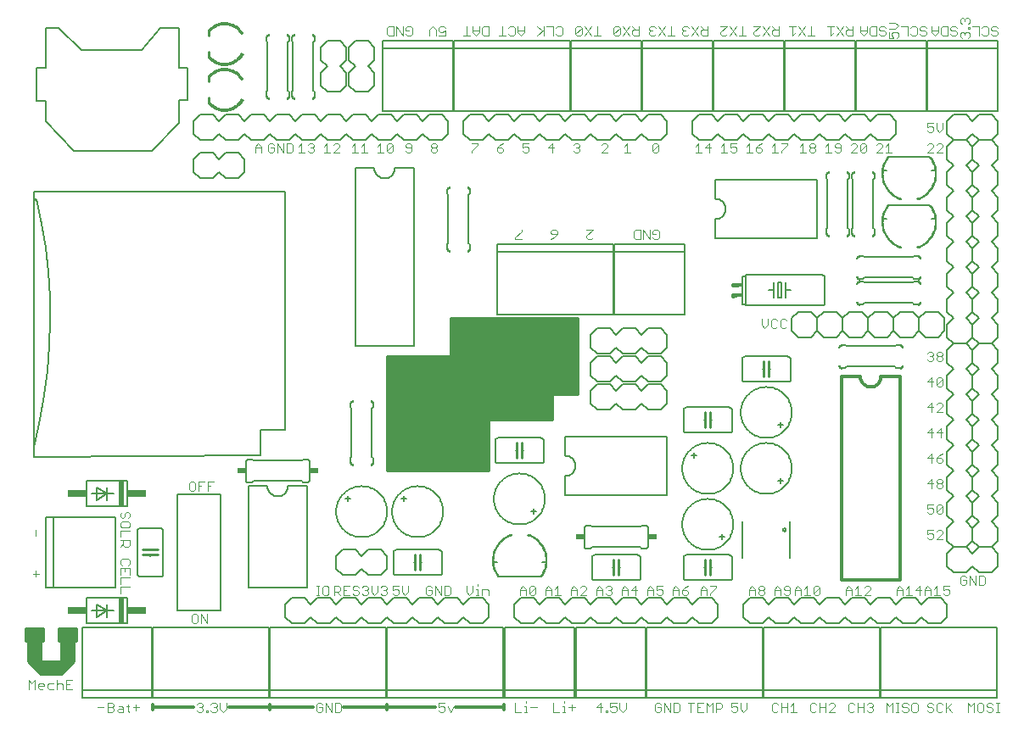
<source format=gto>
G75*
G70*
%OFA0B0*%
%FSLAX24Y24*%
%IPPOS*%
%LPD*%
%AMOC8*
5,1,8,0,0,1.08239X$1,22.5*
%
%ADD10C,0.0030*%
%ADD11C,0.0120*%
%ADD12C,0.0100*%
%ADD13C,0.0080*%
%ADD14C,0.0050*%
%ADD15C,0.0060*%
%ADD16C,0.0010*%
%ADD17C,0.0160*%
%ADD18R,0.0230X0.0160*%
%ADD19R,0.0340X0.0240*%
%ADD20R,0.0200X0.1000*%
%ADD21R,0.0750X0.0300*%
D10*
X000575Y001565D02*
X000575Y001935D01*
X000698Y001812D01*
X000822Y001935D01*
X000822Y001565D01*
X000943Y001627D02*
X000943Y001750D01*
X001005Y001812D01*
X001128Y001812D01*
X001190Y001750D01*
X001190Y001688D01*
X000943Y001688D01*
X000943Y001627D02*
X001005Y001565D01*
X001128Y001565D01*
X001312Y001627D02*
X001373Y001565D01*
X001559Y001565D01*
X001680Y001565D02*
X001680Y001935D01*
X001742Y001812D02*
X001865Y001812D01*
X001927Y001750D01*
X001927Y001565D01*
X002048Y001565D02*
X002048Y001935D01*
X002295Y001935D01*
X002172Y001750D02*
X002048Y001750D01*
X002048Y001565D02*
X002295Y001565D01*
X001742Y001812D02*
X001680Y001750D01*
X001559Y001812D02*
X001373Y001812D01*
X001312Y001750D01*
X001312Y001627D01*
X003275Y000850D02*
X003522Y000850D01*
X003675Y000850D02*
X003860Y000850D01*
X003922Y000788D01*
X003922Y000727D01*
X003860Y000665D01*
X003675Y000665D01*
X003675Y001035D01*
X003860Y001035D01*
X003922Y000974D01*
X003922Y000912D01*
X003860Y000850D01*
X004043Y000727D02*
X004105Y000788D01*
X004290Y000788D01*
X004290Y000850D02*
X004290Y000665D01*
X004105Y000665D01*
X004043Y000727D01*
X004105Y000912D02*
X004228Y000912D01*
X004290Y000850D01*
X004412Y000912D02*
X004535Y000912D01*
X004473Y000974D02*
X004473Y000727D01*
X004535Y000665D01*
X004675Y000850D02*
X004922Y000850D01*
X004798Y000727D02*
X004798Y000974D01*
X007175Y000974D02*
X007237Y001035D01*
X007360Y001035D01*
X007422Y000974D01*
X007422Y000912D01*
X007360Y000850D01*
X007422Y000788D01*
X007422Y000727D01*
X007360Y000665D01*
X007237Y000665D01*
X007175Y000727D01*
X007298Y000850D02*
X007360Y000850D01*
X007543Y000727D02*
X007605Y000727D01*
X007605Y000665D01*
X007543Y000665D01*
X007543Y000727D01*
X007727Y000727D02*
X007789Y000665D01*
X007913Y000665D01*
X007974Y000727D01*
X007974Y000788D01*
X007913Y000850D01*
X007851Y000850D01*
X007913Y000850D02*
X007974Y000912D01*
X007974Y000974D01*
X007913Y001035D01*
X007789Y001035D01*
X007727Y000974D01*
X008096Y001035D02*
X008096Y000788D01*
X008219Y000665D01*
X008343Y000788D01*
X008343Y001035D01*
X011875Y000974D02*
X011875Y000727D01*
X011937Y000665D01*
X012060Y000665D01*
X012122Y000727D01*
X012122Y000850D01*
X011998Y000850D01*
X011875Y000974D02*
X011937Y001035D01*
X012060Y001035D01*
X012122Y000974D01*
X012243Y001035D02*
X012490Y000665D01*
X012490Y001035D01*
X012612Y001035D02*
X012797Y001035D01*
X012859Y000974D01*
X012859Y000727D01*
X012797Y000665D01*
X012612Y000665D01*
X012612Y001035D01*
X012243Y001035D02*
X012243Y000665D01*
X007590Y004165D02*
X007590Y004535D01*
X007343Y004535D02*
X007343Y004165D01*
X007222Y004227D02*
X007222Y004474D01*
X007160Y004535D01*
X007037Y004535D01*
X006975Y004474D01*
X006975Y004227D01*
X007037Y004165D01*
X007160Y004165D01*
X007222Y004227D01*
X007343Y004535D02*
X007590Y004165D01*
X004545Y005588D02*
X004175Y005588D01*
X004175Y005342D01*
X004175Y005710D02*
X004175Y005957D01*
X004545Y005957D01*
X004545Y006078D02*
X004545Y006325D01*
X004175Y006325D01*
X004175Y006078D01*
X004360Y006202D02*
X004360Y006325D01*
X004237Y006447D02*
X004175Y006508D01*
X004175Y006632D01*
X004237Y006693D01*
X004484Y006693D01*
X004545Y006632D01*
X004545Y006508D01*
X004484Y006447D01*
X004484Y007183D02*
X004360Y007183D01*
X004298Y007245D01*
X004298Y007430D01*
X004175Y007430D02*
X004545Y007430D01*
X004545Y007245D01*
X004484Y007183D01*
X004298Y007307D02*
X004175Y007183D01*
X004175Y007551D02*
X004175Y007798D01*
X004545Y007798D01*
X004484Y007920D02*
X004237Y007920D01*
X004175Y007982D01*
X004175Y008105D01*
X004237Y008167D01*
X004484Y008167D01*
X004545Y008105D01*
X004545Y007982D01*
X004484Y007920D01*
X004484Y008288D02*
X004545Y008350D01*
X004545Y008473D01*
X004484Y008535D01*
X004422Y008535D01*
X004360Y008473D01*
X004360Y008350D01*
X004298Y008288D01*
X004237Y008288D01*
X004175Y008350D01*
X004175Y008473D01*
X004237Y008535D01*
X006875Y009427D02*
X006937Y009365D01*
X007060Y009365D01*
X007122Y009427D01*
X007122Y009674D01*
X007060Y009735D01*
X006937Y009735D01*
X006875Y009674D01*
X006875Y009427D01*
X007243Y009365D02*
X007243Y009735D01*
X007490Y009735D01*
X007612Y009735D02*
X007859Y009735D01*
X007735Y009550D02*
X007612Y009550D01*
X007612Y009365D02*
X007612Y009735D01*
X007367Y009550D02*
X007243Y009550D01*
X011875Y005635D02*
X011998Y005635D01*
X011937Y005635D02*
X011937Y005265D01*
X011998Y005265D02*
X011875Y005265D01*
X012121Y005327D02*
X012121Y005574D01*
X012182Y005635D01*
X012306Y005635D01*
X012367Y005574D01*
X012367Y005327D01*
X012306Y005265D01*
X012182Y005265D01*
X012121Y005327D01*
X012570Y005388D02*
X012755Y005388D01*
X012817Y005450D01*
X012817Y005574D01*
X012755Y005635D01*
X012570Y005635D01*
X012570Y005265D01*
X012693Y005388D02*
X012817Y005265D01*
X012938Y005265D02*
X013185Y005265D01*
X013307Y005327D02*
X013368Y005265D01*
X013492Y005265D01*
X013554Y005327D01*
X013554Y005388D01*
X013492Y005450D01*
X013368Y005450D01*
X013307Y005512D01*
X013307Y005574D01*
X013368Y005635D01*
X013492Y005635D01*
X013554Y005574D01*
X013670Y005574D02*
X013732Y005635D01*
X013855Y005635D01*
X013917Y005574D01*
X013917Y005512D01*
X013855Y005450D01*
X013917Y005388D01*
X013917Y005327D01*
X013855Y005265D01*
X013732Y005265D01*
X013670Y005327D01*
X013793Y005450D02*
X013855Y005450D01*
X014038Y005388D02*
X014038Y005635D01*
X014038Y005388D02*
X014162Y005265D01*
X014285Y005388D01*
X014285Y005635D01*
X014407Y005574D02*
X014468Y005635D01*
X014592Y005635D01*
X014654Y005574D01*
X014654Y005512D01*
X014592Y005450D01*
X014654Y005388D01*
X014654Y005327D01*
X014592Y005265D01*
X014468Y005265D01*
X014407Y005327D01*
X014530Y005450D02*
X014592Y005450D01*
X014875Y005450D02*
X014998Y005512D01*
X015060Y005512D01*
X015122Y005450D01*
X015122Y005327D01*
X015060Y005265D01*
X014937Y005265D01*
X014875Y005327D01*
X014875Y005450D02*
X014875Y005635D01*
X015122Y005635D01*
X015243Y005635D02*
X015243Y005388D01*
X015367Y005265D01*
X015490Y005388D01*
X015490Y005635D01*
X016175Y005574D02*
X016175Y005327D01*
X016237Y005265D01*
X016360Y005265D01*
X016422Y005327D01*
X016422Y005450D01*
X016298Y005450D01*
X016175Y005574D02*
X016237Y005635D01*
X016360Y005635D01*
X016422Y005574D01*
X016543Y005635D02*
X016790Y005265D01*
X016790Y005635D01*
X016912Y005635D02*
X017097Y005635D01*
X017159Y005574D01*
X017159Y005327D01*
X017097Y005265D01*
X016912Y005265D01*
X016912Y005635D01*
X016543Y005635D02*
X016543Y005265D01*
X017775Y005388D02*
X017898Y005265D01*
X018022Y005388D01*
X018022Y005635D01*
X018143Y005512D02*
X018205Y005512D01*
X018205Y005265D01*
X018143Y005265D02*
X018267Y005265D01*
X018389Y005265D02*
X018389Y005512D01*
X018574Y005512D01*
X018636Y005450D01*
X018636Y005265D01*
X018205Y005635D02*
X018205Y005697D01*
X017775Y005635D02*
X017775Y005388D01*
X019875Y005450D02*
X020122Y005450D01*
X020122Y005512D02*
X020122Y005265D01*
X020243Y005327D02*
X020490Y005574D01*
X020490Y005327D01*
X020428Y005265D01*
X020305Y005265D01*
X020243Y005327D01*
X020243Y005574D01*
X020305Y005635D01*
X020428Y005635D01*
X020490Y005574D01*
X020122Y005512D02*
X019998Y005635D01*
X019875Y005512D01*
X019875Y005265D01*
X020875Y005265D02*
X020875Y005512D01*
X020998Y005635D01*
X021122Y005512D01*
X021122Y005265D01*
X021243Y005265D02*
X021490Y005265D01*
X021367Y005265D02*
X021367Y005635D01*
X021243Y005512D01*
X021122Y005450D02*
X020875Y005450D01*
X021875Y005450D02*
X022122Y005450D01*
X022122Y005512D02*
X022122Y005265D01*
X022243Y005265D02*
X022490Y005512D01*
X022490Y005574D01*
X022428Y005635D01*
X022305Y005635D01*
X022243Y005574D01*
X022122Y005512D02*
X021998Y005635D01*
X021875Y005512D01*
X021875Y005265D01*
X022243Y005265D02*
X022490Y005265D01*
X022875Y005265D02*
X022875Y005512D01*
X022998Y005635D01*
X023122Y005512D01*
X023122Y005265D01*
X023243Y005327D02*
X023305Y005265D01*
X023428Y005265D01*
X023490Y005327D01*
X023490Y005388D01*
X023428Y005450D01*
X023367Y005450D01*
X023428Y005450D02*
X023490Y005512D01*
X023490Y005574D01*
X023428Y005635D01*
X023305Y005635D01*
X023243Y005574D01*
X023122Y005450D02*
X022875Y005450D01*
X023875Y005450D02*
X024122Y005450D01*
X024122Y005512D02*
X024122Y005265D01*
X024243Y005450D02*
X024428Y005635D01*
X024428Y005265D01*
X024490Y005450D02*
X024243Y005450D01*
X024122Y005512D02*
X023998Y005635D01*
X023875Y005512D01*
X023875Y005265D01*
X024875Y005265D02*
X024875Y005512D01*
X024998Y005635D01*
X025122Y005512D01*
X025122Y005265D01*
X025243Y005327D02*
X025305Y005265D01*
X025428Y005265D01*
X025490Y005327D01*
X025490Y005450D01*
X025428Y005512D01*
X025367Y005512D01*
X025243Y005450D01*
X025243Y005635D01*
X025490Y005635D01*
X025875Y005512D02*
X025875Y005265D01*
X025875Y005450D02*
X026122Y005450D01*
X026122Y005512D02*
X026122Y005265D01*
X026243Y005327D02*
X026305Y005265D01*
X026428Y005265D01*
X026490Y005327D01*
X026490Y005388D01*
X026428Y005450D01*
X026243Y005450D01*
X026243Y005327D01*
X026243Y005450D02*
X026367Y005574D01*
X026490Y005635D01*
X026122Y005512D02*
X025998Y005635D01*
X025875Y005512D01*
X025122Y005450D02*
X024875Y005450D01*
X026975Y005450D02*
X027222Y005450D01*
X027222Y005512D02*
X027222Y005265D01*
X027343Y005265D02*
X027343Y005327D01*
X027590Y005574D01*
X027590Y005635D01*
X027343Y005635D01*
X027222Y005512D02*
X027098Y005635D01*
X026975Y005512D01*
X026975Y005265D01*
X028875Y005265D02*
X028875Y005512D01*
X028998Y005635D01*
X029122Y005512D01*
X029122Y005265D01*
X029243Y005327D02*
X029243Y005388D01*
X029305Y005450D01*
X029428Y005450D01*
X029490Y005388D01*
X029490Y005327D01*
X029428Y005265D01*
X029305Y005265D01*
X029243Y005327D01*
X029305Y005450D02*
X029243Y005512D01*
X029243Y005574D01*
X029305Y005635D01*
X029428Y005635D01*
X029490Y005574D01*
X029490Y005512D01*
X029428Y005450D01*
X029122Y005450D02*
X028875Y005450D01*
X029875Y005450D02*
X030122Y005450D01*
X030122Y005512D02*
X030122Y005265D01*
X030243Y005327D02*
X030305Y005265D01*
X030428Y005265D01*
X030490Y005327D01*
X030490Y005574D01*
X030428Y005635D01*
X030305Y005635D01*
X030243Y005574D01*
X030243Y005512D01*
X030305Y005450D01*
X030490Y005450D01*
X030675Y005450D02*
X030922Y005450D01*
X030922Y005512D02*
X030922Y005265D01*
X031043Y005265D02*
X031290Y005265D01*
X031167Y005265D02*
X031167Y005635D01*
X031043Y005512D01*
X030922Y005512D02*
X030798Y005635D01*
X030675Y005512D01*
X030675Y005265D01*
X030122Y005512D02*
X029998Y005635D01*
X029875Y005512D01*
X029875Y005265D01*
X031412Y005327D02*
X031659Y005574D01*
X031659Y005327D01*
X031597Y005265D01*
X031473Y005265D01*
X031412Y005327D01*
X031412Y005574D01*
X031473Y005635D01*
X031597Y005635D01*
X031659Y005574D01*
X032675Y005512D02*
X032675Y005265D01*
X032675Y005450D02*
X032922Y005450D01*
X032922Y005512D02*
X032922Y005265D01*
X033043Y005265D02*
X033290Y005265D01*
X033412Y005265D02*
X033659Y005512D01*
X033659Y005574D01*
X033597Y005635D01*
X033473Y005635D01*
X033412Y005574D01*
X033167Y005635D02*
X033167Y005265D01*
X033412Y005265D02*
X033659Y005265D01*
X033167Y005635D02*
X033043Y005512D01*
X032922Y005512D02*
X032798Y005635D01*
X032675Y005512D01*
X034675Y005512D02*
X034675Y005265D01*
X034675Y005450D02*
X034922Y005450D01*
X034922Y005512D02*
X034922Y005265D01*
X035043Y005265D02*
X035290Y005265D01*
X035167Y005265D02*
X035167Y005635D01*
X035043Y005512D01*
X034922Y005512D02*
X034798Y005635D01*
X034675Y005512D01*
X035412Y005450D02*
X035659Y005450D01*
X035775Y005450D02*
X036022Y005450D01*
X036022Y005512D02*
X036022Y005265D01*
X036143Y005265D02*
X036390Y005265D01*
X036267Y005265D02*
X036267Y005635D01*
X036143Y005512D01*
X036022Y005512D02*
X035898Y005635D01*
X035775Y005512D01*
X035775Y005265D01*
X035597Y005265D02*
X035597Y005635D01*
X035412Y005450D01*
X036512Y005450D02*
X036635Y005512D01*
X036697Y005512D01*
X036759Y005450D01*
X036759Y005327D01*
X036697Y005265D01*
X036573Y005265D01*
X036512Y005327D01*
X036512Y005450D02*
X036512Y005635D01*
X036759Y005635D01*
X037175Y005727D02*
X037175Y005974D01*
X037237Y006035D01*
X037360Y006035D01*
X037422Y005974D01*
X037422Y005850D02*
X037298Y005850D01*
X037422Y005850D02*
X037422Y005727D01*
X037360Y005665D01*
X037237Y005665D01*
X037175Y005727D01*
X037543Y005665D02*
X037543Y006035D01*
X037790Y005665D01*
X037790Y006035D01*
X037912Y006035D02*
X038097Y006035D01*
X038159Y005974D01*
X038159Y005727D01*
X038097Y005665D01*
X037912Y005665D01*
X037912Y006035D01*
X036490Y007465D02*
X036243Y007465D01*
X036490Y007712D01*
X036490Y007774D01*
X036428Y007835D01*
X036305Y007835D01*
X036243Y007774D01*
X036122Y007835D02*
X035875Y007835D01*
X035875Y007650D01*
X035998Y007712D01*
X036060Y007712D01*
X036122Y007650D01*
X036122Y007527D01*
X036060Y007465D01*
X035937Y007465D01*
X035875Y007527D01*
X035937Y008465D02*
X035875Y008527D01*
X035937Y008465D02*
X036060Y008465D01*
X036122Y008527D01*
X036122Y008650D01*
X036060Y008712D01*
X035998Y008712D01*
X035875Y008650D01*
X035875Y008835D01*
X036122Y008835D01*
X036243Y008774D02*
X036305Y008835D01*
X036428Y008835D01*
X036490Y008774D01*
X036243Y008527D01*
X036305Y008465D01*
X036428Y008465D01*
X036490Y008527D01*
X036490Y008774D01*
X036243Y008774D02*
X036243Y008527D01*
X036305Y009465D02*
X036243Y009527D01*
X036243Y009588D01*
X036305Y009650D01*
X036428Y009650D01*
X036490Y009588D01*
X036490Y009527D01*
X036428Y009465D01*
X036305Y009465D01*
X036305Y009650D02*
X036243Y009712D01*
X036243Y009774D01*
X036305Y009835D01*
X036428Y009835D01*
X036490Y009774D01*
X036490Y009712D01*
X036428Y009650D01*
X036122Y009650D02*
X035875Y009650D01*
X036060Y009835D01*
X036060Y009465D01*
X036060Y010465D02*
X036060Y010835D01*
X035875Y010650D01*
X036122Y010650D01*
X036243Y010650D02*
X036428Y010650D01*
X036490Y010588D01*
X036490Y010527D01*
X036428Y010465D01*
X036305Y010465D01*
X036243Y010527D01*
X036243Y010650D01*
X036367Y010774D01*
X036490Y010835D01*
X036428Y011465D02*
X036428Y011835D01*
X036243Y011650D01*
X036490Y011650D01*
X036122Y011650D02*
X035875Y011650D01*
X036060Y011835D01*
X036060Y011465D01*
X036060Y012465D02*
X036060Y012835D01*
X035875Y012650D01*
X036122Y012650D01*
X036243Y012774D02*
X036305Y012835D01*
X036428Y012835D01*
X036490Y012774D01*
X036490Y012712D01*
X036243Y012465D01*
X036490Y012465D01*
X036428Y013465D02*
X036305Y013465D01*
X036243Y013527D01*
X036490Y013774D01*
X036490Y013527D01*
X036428Y013465D01*
X036243Y013527D02*
X036243Y013774D01*
X036305Y013835D01*
X036428Y013835D01*
X036490Y013774D01*
X036122Y013650D02*
X035875Y013650D01*
X036060Y013835D01*
X036060Y013465D01*
X036060Y014465D02*
X035937Y014465D01*
X035875Y014527D01*
X035998Y014650D02*
X036060Y014650D01*
X036122Y014588D01*
X036122Y014527D01*
X036060Y014465D01*
X036060Y014650D02*
X036122Y014712D01*
X036122Y014774D01*
X036060Y014835D01*
X035937Y014835D01*
X035875Y014774D01*
X036243Y014774D02*
X036243Y014712D01*
X036305Y014650D01*
X036428Y014650D01*
X036490Y014588D01*
X036490Y014527D01*
X036428Y014465D01*
X036305Y014465D01*
X036243Y014527D01*
X036243Y014588D01*
X036305Y014650D01*
X036428Y014650D02*
X036490Y014712D01*
X036490Y014774D01*
X036428Y014835D01*
X036305Y014835D01*
X036243Y014774D01*
X030359Y015827D02*
X030297Y015765D01*
X030173Y015765D01*
X030112Y015827D01*
X030112Y016074D01*
X030173Y016135D01*
X030297Y016135D01*
X030359Y016074D01*
X029990Y016074D02*
X029928Y016135D01*
X029805Y016135D01*
X029743Y016074D01*
X029743Y015827D01*
X029805Y015765D01*
X029928Y015765D01*
X029990Y015827D01*
X029622Y015888D02*
X029498Y015765D01*
X029375Y015888D01*
X029375Y016135D01*
X029622Y016135D02*
X029622Y015888D01*
X025345Y019326D02*
X025345Y019573D01*
X025283Y019635D01*
X025160Y019635D01*
X025098Y019573D01*
X025098Y019450D01*
X025222Y019450D01*
X025345Y019326D02*
X025283Y019265D01*
X025160Y019265D01*
X025098Y019326D01*
X024977Y019265D02*
X024730Y019635D01*
X024730Y019265D01*
X024608Y019265D02*
X024423Y019265D01*
X024361Y019326D01*
X024361Y019573D01*
X024423Y019635D01*
X024608Y019635D01*
X024608Y019265D01*
X024977Y019265D02*
X024977Y019635D01*
X022745Y019635D02*
X022498Y019388D01*
X022498Y019326D01*
X022560Y019265D01*
X022683Y019265D01*
X022745Y019326D01*
X022745Y019635D02*
X022498Y019635D01*
X021345Y019573D02*
X021283Y019635D01*
X021160Y019635D01*
X021098Y019573D01*
X021098Y019512D01*
X021160Y019450D01*
X021345Y019450D01*
X021345Y019573D01*
X021345Y019450D02*
X021222Y019326D01*
X021098Y019265D01*
X019945Y019265D02*
X019698Y019265D01*
X019698Y019326D01*
X019945Y019573D01*
X019945Y019635D01*
X020037Y022665D02*
X019975Y022727D01*
X020037Y022665D02*
X020160Y022665D01*
X020222Y022727D01*
X020222Y022850D01*
X020160Y022912D01*
X020098Y022912D01*
X019975Y022850D01*
X019975Y023035D01*
X020222Y023035D01*
X020975Y022850D02*
X021222Y022850D01*
X021160Y022665D02*
X021160Y023035D01*
X020975Y022850D01*
X021975Y022727D02*
X022037Y022665D01*
X022160Y022665D01*
X022222Y022727D01*
X022222Y022788D01*
X022160Y022850D01*
X022098Y022850D01*
X022160Y022850D02*
X022222Y022912D01*
X022222Y022974D01*
X022160Y023035D01*
X022037Y023035D01*
X021975Y022974D01*
X023075Y022974D02*
X023137Y023035D01*
X023260Y023035D01*
X023322Y022974D01*
X023322Y022912D01*
X023075Y022665D01*
X023322Y022665D01*
X023975Y022665D02*
X024222Y022665D01*
X024098Y022665D02*
X024098Y023035D01*
X023975Y022912D01*
X025075Y022974D02*
X025075Y022727D01*
X025322Y022974D01*
X025322Y022727D01*
X025260Y022665D01*
X025137Y022665D01*
X025075Y022727D01*
X025075Y022974D02*
X025137Y023035D01*
X025260Y023035D01*
X025322Y022974D01*
X026775Y022912D02*
X026898Y023035D01*
X026898Y022665D01*
X026775Y022665D02*
X027022Y022665D01*
X027143Y022850D02*
X027390Y022850D01*
X027328Y022665D02*
X027328Y023035D01*
X027143Y022850D01*
X027775Y022912D02*
X027898Y023035D01*
X027898Y022665D01*
X027775Y022665D02*
X028022Y022665D01*
X028143Y022727D02*
X028205Y022665D01*
X028328Y022665D01*
X028390Y022727D01*
X028390Y022850D01*
X028328Y022912D01*
X028267Y022912D01*
X028143Y022850D01*
X028143Y023035D01*
X028390Y023035D01*
X028775Y022912D02*
X028898Y023035D01*
X028898Y022665D01*
X028775Y022665D02*
X029022Y022665D01*
X029143Y022727D02*
X029205Y022665D01*
X029328Y022665D01*
X029390Y022727D01*
X029390Y022788D01*
X029328Y022850D01*
X029143Y022850D01*
X029143Y022727D01*
X029143Y022850D02*
X029267Y022974D01*
X029390Y023035D01*
X029775Y022912D02*
X029898Y023035D01*
X029898Y022665D01*
X029775Y022665D02*
X030022Y022665D01*
X030143Y022665D02*
X030143Y022727D01*
X030390Y022974D01*
X030390Y023035D01*
X030143Y023035D01*
X030875Y022912D02*
X030998Y023035D01*
X030998Y022665D01*
X030875Y022665D02*
X031122Y022665D01*
X031243Y022727D02*
X031243Y022788D01*
X031305Y022850D01*
X031428Y022850D01*
X031490Y022788D01*
X031490Y022727D01*
X031428Y022665D01*
X031305Y022665D01*
X031243Y022727D01*
X031305Y022850D02*
X031243Y022912D01*
X031243Y022974D01*
X031305Y023035D01*
X031428Y023035D01*
X031490Y022974D01*
X031490Y022912D01*
X031428Y022850D01*
X031875Y022912D02*
X031998Y023035D01*
X031998Y022665D01*
X031875Y022665D02*
X032122Y022665D01*
X032243Y022727D02*
X032305Y022665D01*
X032428Y022665D01*
X032490Y022727D01*
X032490Y022974D01*
X032428Y023035D01*
X032305Y023035D01*
X032243Y022974D01*
X032243Y022912D01*
X032305Y022850D01*
X032490Y022850D01*
X032875Y022974D02*
X032937Y023035D01*
X033060Y023035D01*
X033122Y022974D01*
X033122Y022912D01*
X032875Y022665D01*
X033122Y022665D01*
X033243Y022727D02*
X033490Y022974D01*
X033490Y022727D01*
X033428Y022665D01*
X033305Y022665D01*
X033243Y022727D01*
X033243Y022974D01*
X033305Y023035D01*
X033428Y023035D01*
X033490Y022974D01*
X033875Y022974D02*
X033937Y023035D01*
X034060Y023035D01*
X034122Y022974D01*
X034122Y022912D01*
X033875Y022665D01*
X034122Y022665D01*
X034243Y022665D02*
X034490Y022665D01*
X034367Y022665D02*
X034367Y023035D01*
X034243Y022912D01*
X035875Y022974D02*
X035937Y023035D01*
X036060Y023035D01*
X036122Y022974D01*
X036122Y022912D01*
X035875Y022665D01*
X036122Y022665D01*
X036243Y022665D02*
X036490Y022912D01*
X036490Y022974D01*
X036428Y023035D01*
X036305Y023035D01*
X036243Y022974D01*
X036243Y022665D02*
X036490Y022665D01*
X036367Y023465D02*
X036490Y023588D01*
X036490Y023835D01*
X036243Y023835D02*
X036243Y023588D01*
X036367Y023465D01*
X036122Y023527D02*
X036060Y023465D01*
X035937Y023465D01*
X035875Y023527D01*
X035875Y023650D02*
X035998Y023712D01*
X036060Y023712D01*
X036122Y023650D01*
X036122Y023527D01*
X035875Y023650D02*
X035875Y023835D01*
X036122Y023835D01*
X036185Y027265D02*
X036061Y027388D01*
X036061Y027635D01*
X036061Y027450D02*
X036308Y027450D01*
X036308Y027388D02*
X036185Y027265D01*
X036308Y027388D02*
X036308Y027635D01*
X036430Y027573D02*
X036430Y027326D01*
X036492Y027265D01*
X036677Y027265D01*
X036677Y027635D01*
X036492Y027635D01*
X036430Y027573D01*
X036798Y027573D02*
X036860Y027635D01*
X036983Y027635D01*
X037045Y027573D01*
X036983Y027450D02*
X036860Y027450D01*
X036798Y027512D01*
X036798Y027573D01*
X036983Y027450D02*
X037045Y027388D01*
X037045Y027326D01*
X036983Y027265D01*
X036860Y027265D01*
X036798Y027326D01*
X037175Y027350D02*
X037175Y027227D01*
X037236Y027165D01*
X037360Y027288D02*
X037360Y027350D01*
X037422Y027412D01*
X037483Y027412D01*
X037545Y027350D01*
X037545Y027227D01*
X037483Y027165D01*
X037360Y027350D02*
X037298Y027412D01*
X037236Y027412D01*
X037175Y027350D01*
X037483Y027533D02*
X037483Y027595D01*
X037545Y027595D01*
X037545Y027533D01*
X037483Y027533D01*
X037483Y027717D02*
X037545Y027779D01*
X037545Y027903D01*
X037483Y027964D01*
X037422Y027964D01*
X037360Y027903D01*
X037360Y027841D01*
X037360Y027903D02*
X037298Y027964D01*
X037236Y027964D01*
X037175Y027903D01*
X037175Y027779D01*
X037236Y027717D01*
X037661Y027635D02*
X037908Y027635D01*
X037908Y027265D01*
X038030Y027326D02*
X038092Y027265D01*
X038215Y027265D01*
X038277Y027326D01*
X038277Y027573D01*
X038215Y027635D01*
X038092Y027635D01*
X038030Y027573D01*
X038398Y027573D02*
X038460Y027635D01*
X038583Y027635D01*
X038645Y027573D01*
X038583Y027450D02*
X038460Y027450D01*
X038398Y027512D01*
X038398Y027573D01*
X038583Y027450D02*
X038645Y027388D01*
X038645Y027326D01*
X038583Y027265D01*
X038460Y027265D01*
X038398Y027326D01*
X035845Y027326D02*
X035783Y027265D01*
X035660Y027265D01*
X035598Y027326D01*
X035477Y027326D02*
X035477Y027573D01*
X035415Y027635D01*
X035292Y027635D01*
X035230Y027573D01*
X035108Y027635D02*
X034861Y027635D01*
X034745Y027657D02*
X034622Y027780D01*
X034375Y027780D01*
X034183Y027635D02*
X034245Y027573D01*
X034183Y027635D02*
X034060Y027635D01*
X033998Y027573D01*
X033998Y027512D01*
X034060Y027450D01*
X034183Y027450D01*
X034245Y027388D01*
X034245Y027326D01*
X034183Y027265D01*
X034060Y027265D01*
X033998Y027326D01*
X033877Y027265D02*
X033692Y027265D01*
X033630Y027326D01*
X033630Y027573D01*
X033692Y027635D01*
X033877Y027635D01*
X033877Y027265D01*
X033508Y027388D02*
X033385Y027265D01*
X033261Y027388D01*
X033261Y027635D01*
X033261Y027450D02*
X033508Y027450D01*
X033508Y027388D02*
X033508Y027635D01*
X032945Y027635D02*
X032945Y027265D01*
X032760Y027265D01*
X032698Y027326D01*
X032698Y027450D01*
X032760Y027512D01*
X032945Y027512D01*
X032822Y027512D02*
X032698Y027635D01*
X032577Y027635D02*
X032330Y027265D01*
X032208Y027388D02*
X032085Y027265D01*
X032085Y027635D01*
X032208Y027635D02*
X031961Y027635D01*
X032330Y027635D02*
X032577Y027265D01*
X031445Y027265D02*
X031198Y027265D01*
X031077Y027265D02*
X030830Y027635D01*
X030708Y027635D02*
X030461Y027635D01*
X030585Y027635D02*
X030585Y027265D01*
X030708Y027388D01*
X030830Y027265D02*
X031077Y027635D01*
X031322Y027635D02*
X031322Y027265D01*
X030045Y027265D02*
X029860Y027265D01*
X029798Y027326D01*
X029798Y027450D01*
X029860Y027512D01*
X030045Y027512D01*
X030045Y027635D02*
X030045Y027265D01*
X029922Y027512D02*
X029798Y027635D01*
X029677Y027635D02*
X029430Y027265D01*
X029308Y027326D02*
X029247Y027265D01*
X029123Y027265D01*
X029061Y027326D01*
X029061Y027388D01*
X029308Y027635D01*
X029061Y027635D01*
X029430Y027635D02*
X029677Y027265D01*
X028745Y027265D02*
X028498Y027265D01*
X028377Y027265D02*
X028130Y027635D01*
X028008Y027635D02*
X027761Y027388D01*
X027761Y027326D01*
X027823Y027265D01*
X027947Y027265D01*
X028008Y027326D01*
X028130Y027265D02*
X028377Y027635D01*
X028622Y027635D02*
X028622Y027265D01*
X028008Y027635D02*
X027761Y027635D01*
X027245Y027635D02*
X027245Y027265D01*
X027060Y027265D01*
X026998Y027326D01*
X026998Y027450D01*
X027060Y027512D01*
X027245Y027512D01*
X027122Y027512D02*
X026998Y027635D01*
X026877Y027635D02*
X026630Y027265D01*
X026508Y027326D02*
X026447Y027265D01*
X026323Y027265D01*
X026261Y027326D01*
X026261Y027388D01*
X026323Y027450D01*
X026261Y027512D01*
X026261Y027573D01*
X026323Y027635D01*
X026447Y027635D01*
X026508Y027573D01*
X026630Y027635D02*
X026877Y027265D01*
X026385Y027450D02*
X026323Y027450D01*
X025945Y027265D02*
X025698Y027265D01*
X025577Y027265D02*
X025330Y027635D01*
X025208Y027573D02*
X025147Y027635D01*
X025023Y027635D01*
X024961Y027573D01*
X024961Y027512D01*
X025023Y027450D01*
X025085Y027450D01*
X025023Y027450D02*
X024961Y027388D01*
X024961Y027326D01*
X025023Y027265D01*
X025147Y027265D01*
X025208Y027326D01*
X025330Y027265D02*
X025577Y027635D01*
X025822Y027635D02*
X025822Y027265D01*
X024545Y027265D02*
X024360Y027265D01*
X024298Y027326D01*
X024298Y027450D01*
X024360Y027512D01*
X024545Y027512D01*
X024545Y027635D02*
X024545Y027265D01*
X024422Y027512D02*
X024298Y027635D01*
X024177Y027635D02*
X023930Y027265D01*
X023808Y027326D02*
X023747Y027265D01*
X023623Y027265D01*
X023561Y027326D01*
X023808Y027573D01*
X023747Y027635D01*
X023623Y027635D01*
X023561Y027573D01*
X023561Y027326D01*
X023808Y027326D02*
X023808Y027573D01*
X023930Y027635D02*
X024177Y027265D01*
X023045Y027265D02*
X022798Y027265D01*
X022677Y027265D02*
X022430Y027635D01*
X022308Y027573D02*
X022247Y027635D01*
X022123Y027635D01*
X022061Y027573D01*
X022061Y027326D01*
X022308Y027573D01*
X022308Y027326D01*
X022247Y027265D01*
X022123Y027265D01*
X022061Y027326D01*
X022430Y027265D02*
X022677Y027635D01*
X022922Y027635D02*
X022922Y027265D01*
X021545Y027326D02*
X021483Y027265D01*
X021360Y027265D01*
X021298Y027326D01*
X021177Y027265D02*
X021177Y027635D01*
X020930Y027635D01*
X020808Y027635D02*
X020808Y027265D01*
X020747Y027450D02*
X020561Y027635D01*
X020808Y027512D02*
X020561Y027265D01*
X020045Y027388D02*
X019922Y027265D01*
X019798Y027388D01*
X019798Y027635D01*
X019677Y027573D02*
X019615Y027635D01*
X019492Y027635D01*
X019430Y027573D01*
X019430Y027326D02*
X019492Y027265D01*
X019615Y027265D01*
X019677Y027326D01*
X019677Y027573D01*
X019798Y027450D02*
X020045Y027450D01*
X020045Y027388D02*
X020045Y027635D01*
X019308Y027265D02*
X019061Y027265D01*
X019185Y027265D02*
X019185Y027635D01*
X018645Y027635D02*
X018460Y027635D01*
X018398Y027573D01*
X018398Y027326D01*
X018460Y027265D01*
X018645Y027265D01*
X018645Y027635D01*
X018277Y027635D02*
X018277Y027388D01*
X018153Y027265D01*
X018030Y027388D01*
X018030Y027635D01*
X018030Y027450D02*
X018277Y027450D01*
X017908Y027265D02*
X017661Y027265D01*
X017785Y027265D02*
X017785Y027635D01*
X016945Y027573D02*
X016883Y027635D01*
X016760Y027635D01*
X016698Y027573D01*
X016698Y027450D01*
X016760Y027388D01*
X016822Y027388D01*
X016945Y027450D01*
X016945Y027265D01*
X016698Y027265D01*
X016577Y027265D02*
X016577Y027512D01*
X016453Y027635D01*
X016330Y027512D01*
X016330Y027265D01*
X015645Y027326D02*
X015583Y027265D01*
X015460Y027265D01*
X015398Y027326D01*
X015398Y027450D02*
X015522Y027450D01*
X015398Y027450D02*
X015398Y027573D01*
X015460Y027635D01*
X015583Y027635D01*
X015645Y027573D01*
X015645Y027326D01*
X015277Y027265D02*
X015030Y027635D01*
X015030Y027265D01*
X014908Y027265D02*
X014723Y027265D01*
X014661Y027326D01*
X014661Y027573D01*
X014723Y027635D01*
X014908Y027635D01*
X014908Y027265D01*
X015277Y027265D02*
X015277Y027635D01*
X021298Y027573D02*
X021360Y027635D01*
X021483Y027635D01*
X021545Y027573D01*
X021545Y027326D01*
X019222Y023035D02*
X019098Y022974D01*
X018975Y022850D01*
X019160Y022850D01*
X019222Y022788D01*
X019222Y022727D01*
X019160Y022665D01*
X019037Y022665D01*
X018975Y022727D01*
X018975Y022850D01*
X018222Y022974D02*
X017975Y022727D01*
X017975Y022665D01*
X017975Y023035D02*
X018222Y023035D01*
X018222Y022974D01*
X016622Y022974D02*
X016622Y022912D01*
X016560Y022850D01*
X016437Y022850D01*
X016375Y022912D01*
X016375Y022974D01*
X016437Y023035D01*
X016560Y023035D01*
X016622Y022974D01*
X016560Y022850D02*
X016622Y022788D01*
X016622Y022727D01*
X016560Y022665D01*
X016437Y022665D01*
X016375Y022727D01*
X016375Y022788D01*
X016437Y022850D01*
X015622Y022850D02*
X015437Y022850D01*
X015375Y022912D01*
X015375Y022974D01*
X015437Y023035D01*
X015560Y023035D01*
X015622Y022974D01*
X015622Y022727D01*
X015560Y022665D01*
X015437Y022665D01*
X015375Y022727D01*
X014890Y022727D02*
X014890Y022974D01*
X014643Y022727D01*
X014705Y022665D01*
X014828Y022665D01*
X014890Y022727D01*
X014890Y022974D02*
X014828Y023035D01*
X014705Y023035D01*
X014643Y022974D01*
X014643Y022727D01*
X014522Y022665D02*
X014275Y022665D01*
X014398Y022665D02*
X014398Y023035D01*
X014275Y022912D01*
X013890Y022665D02*
X013643Y022665D01*
X013522Y022665D02*
X013275Y022665D01*
X013398Y022665D02*
X013398Y023035D01*
X013275Y022912D01*
X013643Y022912D02*
X013767Y023035D01*
X013767Y022665D01*
X012790Y022665D02*
X012543Y022665D01*
X012790Y022912D01*
X012790Y022974D01*
X012728Y023035D01*
X012605Y023035D01*
X012543Y022974D01*
X012298Y023035D02*
X012298Y022665D01*
X012175Y022665D02*
X012422Y022665D01*
X012175Y022912D02*
X012298Y023035D01*
X011790Y022974D02*
X011790Y022912D01*
X011728Y022850D01*
X011790Y022788D01*
X011790Y022727D01*
X011728Y022665D01*
X011605Y022665D01*
X011543Y022727D01*
X011422Y022665D02*
X011175Y022665D01*
X011298Y022665D02*
X011298Y023035D01*
X011175Y022912D01*
X010959Y022974D02*
X010959Y022727D01*
X010897Y022665D01*
X010712Y022665D01*
X010712Y023035D01*
X010897Y023035D01*
X010959Y022974D01*
X010590Y023035D02*
X010590Y022665D01*
X010343Y023035D01*
X010343Y022665D01*
X010222Y022727D02*
X010222Y022850D01*
X010098Y022850D01*
X009975Y022727D02*
X009975Y022974D01*
X010037Y023035D01*
X010160Y023035D01*
X010222Y022974D01*
X010222Y022727D02*
X010160Y022665D01*
X010037Y022665D01*
X009975Y022727D01*
X009722Y022665D02*
X009722Y022912D01*
X009598Y023035D01*
X009475Y022912D01*
X009475Y022665D01*
X009475Y022850D02*
X009722Y022850D01*
X011543Y022974D02*
X011605Y023035D01*
X011728Y023035D01*
X011790Y022974D01*
X011728Y022850D02*
X011667Y022850D01*
X000860Y007835D02*
X000860Y007588D01*
X000860Y006235D02*
X000860Y005988D01*
X000737Y006112D02*
X000984Y006112D01*
X012938Y005635D02*
X012938Y005265D01*
X012938Y005450D02*
X013062Y005450D01*
X013185Y005635D02*
X012938Y005635D01*
X016675Y001035D02*
X016675Y000850D01*
X016798Y000912D01*
X016860Y000912D01*
X016922Y000850D01*
X016922Y000727D01*
X016860Y000665D01*
X016737Y000665D01*
X016675Y000727D01*
X016675Y001035D02*
X016922Y001035D01*
X017043Y000912D02*
X017167Y000665D01*
X017290Y000912D01*
X019675Y001035D02*
X019675Y000665D01*
X019922Y000665D01*
X020043Y000665D02*
X020167Y000665D01*
X020105Y000665D02*
X020105Y000912D01*
X020043Y000912D01*
X020105Y001035D02*
X020105Y001097D01*
X020289Y000850D02*
X020536Y000850D01*
X021175Y000665D02*
X021422Y000665D01*
X021543Y000665D02*
X021667Y000665D01*
X021605Y000665D02*
X021605Y000912D01*
X021543Y000912D01*
X021605Y001035D02*
X021605Y001097D01*
X021789Y000850D02*
X022036Y000850D01*
X021912Y000727D02*
X021912Y000974D01*
X021175Y001035D02*
X021175Y000665D01*
X022875Y000850D02*
X023122Y000850D01*
X023243Y000727D02*
X023305Y000727D01*
X023305Y000665D01*
X023243Y000665D01*
X023243Y000727D01*
X023427Y000727D02*
X023489Y000665D01*
X023613Y000665D01*
X023674Y000727D01*
X023674Y000850D01*
X023613Y000912D01*
X023551Y000912D01*
X023427Y000850D01*
X023427Y001035D01*
X023674Y001035D01*
X023796Y001035D02*
X023796Y000788D01*
X023919Y000665D01*
X024043Y000788D01*
X024043Y001035D01*
X023060Y001035D02*
X023060Y000665D01*
X022875Y000850D02*
X023060Y001035D01*
X025175Y000974D02*
X025175Y000727D01*
X025237Y000665D01*
X025360Y000665D01*
X025422Y000727D01*
X025422Y000850D01*
X025298Y000850D01*
X025175Y000974D02*
X025237Y001035D01*
X025360Y001035D01*
X025422Y000974D01*
X025543Y001035D02*
X025790Y000665D01*
X025790Y001035D01*
X025912Y001035D02*
X026097Y001035D01*
X026159Y000974D01*
X026159Y000727D01*
X026097Y000665D01*
X025912Y000665D01*
X025912Y001035D01*
X025543Y001035D02*
X025543Y000665D01*
X026475Y001035D02*
X026722Y001035D01*
X026843Y001035D02*
X026843Y000665D01*
X027090Y000665D01*
X027212Y000665D02*
X027212Y001035D01*
X027335Y000912D01*
X027459Y001035D01*
X027459Y000665D01*
X027580Y000665D02*
X027580Y001035D01*
X027765Y001035D01*
X027827Y000974D01*
X027827Y000850D01*
X027765Y000788D01*
X027580Y000788D01*
X027090Y001035D02*
X026843Y001035D01*
X026843Y000850D02*
X026967Y000850D01*
X026598Y000665D02*
X026598Y001035D01*
X028175Y001035D02*
X028175Y000850D01*
X028298Y000912D01*
X028360Y000912D01*
X028422Y000850D01*
X028422Y000727D01*
X028360Y000665D01*
X028237Y000665D01*
X028175Y000727D01*
X028175Y001035D02*
X028422Y001035D01*
X028543Y001035D02*
X028543Y000788D01*
X028667Y000665D01*
X028790Y000788D01*
X028790Y001035D01*
X029775Y000974D02*
X029775Y000727D01*
X029837Y000665D01*
X029960Y000665D01*
X030022Y000727D01*
X030143Y000665D02*
X030143Y001035D01*
X030022Y000974D02*
X029960Y001035D01*
X029837Y001035D01*
X029775Y000974D01*
X030143Y000850D02*
X030390Y000850D01*
X030512Y000912D02*
X030635Y001035D01*
X030635Y000665D01*
X030512Y000665D02*
X030759Y000665D01*
X030390Y000665D02*
X030390Y001035D01*
X031275Y000974D02*
X031275Y000727D01*
X031337Y000665D01*
X031460Y000665D01*
X031522Y000727D01*
X031643Y000665D02*
X031643Y001035D01*
X031522Y000974D02*
X031460Y001035D01*
X031337Y001035D01*
X031275Y000974D01*
X031643Y000850D02*
X031890Y000850D01*
X032012Y000974D02*
X032073Y001035D01*
X032197Y001035D01*
X032259Y000974D01*
X032259Y000912D01*
X032012Y000665D01*
X032259Y000665D01*
X031890Y000665D02*
X031890Y001035D01*
X032775Y000974D02*
X032775Y000727D01*
X032837Y000665D01*
X032960Y000665D01*
X033022Y000727D01*
X033143Y000665D02*
X033143Y001035D01*
X033022Y000974D02*
X032960Y001035D01*
X032837Y001035D01*
X032775Y000974D01*
X033143Y000850D02*
X033390Y000850D01*
X033512Y000727D02*
X033573Y000665D01*
X033697Y000665D01*
X033759Y000727D01*
X033759Y000788D01*
X033697Y000850D01*
X033635Y000850D01*
X033697Y000850D02*
X033759Y000912D01*
X033759Y000974D01*
X033697Y001035D01*
X033573Y001035D01*
X033512Y000974D01*
X033390Y001035D02*
X033390Y000665D01*
X034275Y000665D02*
X034275Y001035D01*
X034398Y000912D01*
X034522Y001035D01*
X034522Y000665D01*
X034643Y000665D02*
X034767Y000665D01*
X034705Y000665D02*
X034705Y001035D01*
X034643Y001035D02*
X034767Y001035D01*
X034889Y000974D02*
X034889Y000912D01*
X034951Y000850D01*
X035074Y000850D01*
X035136Y000788D01*
X035136Y000727D01*
X035074Y000665D01*
X034951Y000665D01*
X034889Y000727D01*
X034889Y000974D02*
X034951Y001035D01*
X035074Y001035D01*
X035136Y000974D01*
X035257Y000974D02*
X035257Y000727D01*
X035319Y000665D01*
X035442Y000665D01*
X035504Y000727D01*
X035504Y000974D01*
X035442Y001035D01*
X035319Y001035D01*
X035257Y000974D01*
X035875Y000974D02*
X035875Y000912D01*
X035937Y000850D01*
X036060Y000850D01*
X036122Y000788D01*
X036122Y000727D01*
X036060Y000665D01*
X035937Y000665D01*
X035875Y000727D01*
X035875Y000974D02*
X035937Y001035D01*
X036060Y001035D01*
X036122Y000974D01*
X036243Y000974D02*
X036243Y000727D01*
X036305Y000665D01*
X036428Y000665D01*
X036490Y000727D01*
X036612Y000788D02*
X036859Y001035D01*
X036612Y001035D02*
X036612Y000665D01*
X036673Y000850D02*
X036859Y000665D01*
X036490Y000974D02*
X036428Y001035D01*
X036305Y001035D01*
X036243Y000974D01*
X037475Y001035D02*
X037475Y000665D01*
X037722Y000665D02*
X037722Y001035D01*
X037598Y000912D01*
X037475Y001035D01*
X037843Y000974D02*
X037843Y000727D01*
X037905Y000665D01*
X038028Y000665D01*
X038090Y000727D01*
X038090Y000974D01*
X038028Y001035D01*
X037905Y001035D01*
X037843Y000974D01*
X038212Y000974D02*
X038212Y000912D01*
X038273Y000850D01*
X038397Y000850D01*
X038459Y000788D01*
X038459Y000727D01*
X038397Y000665D01*
X038273Y000665D01*
X038212Y000727D01*
X038212Y000974D02*
X038273Y001035D01*
X038397Y001035D01*
X038459Y000974D01*
X038580Y001035D02*
X038703Y001035D01*
X038642Y001035D02*
X038642Y000665D01*
X038703Y000665D02*
X038580Y000665D01*
X034683Y027165D02*
X034745Y027227D01*
X034745Y027350D01*
X034683Y027412D01*
X034560Y027412D01*
X034498Y027350D01*
X034498Y027288D01*
X034560Y027165D01*
X034375Y027165D01*
X034375Y027412D01*
X034375Y027533D02*
X034622Y027533D01*
X034745Y027657D01*
X035108Y027635D02*
X035108Y027265D01*
X035230Y027326D02*
X035292Y027265D01*
X035415Y027265D01*
X035477Y027326D01*
X035660Y027450D02*
X035598Y027512D01*
X035598Y027573D01*
X035660Y027635D01*
X035783Y027635D01*
X035845Y027573D01*
X035783Y027450D02*
X035660Y027450D01*
X035783Y027450D02*
X035845Y027388D01*
X035845Y027326D01*
D11*
X034810Y013850D02*
X034060Y013850D01*
X034058Y013811D01*
X034052Y013772D01*
X034043Y013734D01*
X034030Y013697D01*
X034013Y013661D01*
X033993Y013628D01*
X033969Y013596D01*
X033943Y013567D01*
X033914Y013541D01*
X033882Y013517D01*
X033849Y013497D01*
X033813Y013480D01*
X033776Y013467D01*
X033738Y013458D01*
X033699Y013452D01*
X033660Y013450D01*
X033621Y013452D01*
X033582Y013458D01*
X033544Y013467D01*
X033507Y013480D01*
X033471Y013497D01*
X033438Y013517D01*
X033406Y013541D01*
X033377Y013567D01*
X033351Y013596D01*
X033327Y013628D01*
X033307Y013661D01*
X033290Y013697D01*
X033277Y013734D01*
X033268Y013772D01*
X033262Y013811D01*
X033260Y013850D01*
X032510Y013850D01*
X032510Y005850D01*
X034810Y005850D01*
X034810Y013850D01*
X019260Y000950D02*
X019260Y000850D01*
X019260Y000750D01*
X019260Y000850D02*
X017360Y000850D01*
X016560Y000850D02*
X014660Y000850D01*
X014660Y000750D01*
X014660Y000850D02*
X012960Y000850D01*
X011760Y000850D02*
X010060Y000850D01*
X010060Y000750D01*
X010060Y000850D02*
X008460Y000850D01*
X007060Y000850D02*
X005460Y000850D01*
X005460Y000750D01*
X005460Y000850D02*
X005460Y000950D01*
X010060Y000950D02*
X010060Y000850D01*
X014660Y000850D02*
X014660Y000950D01*
D12*
X015760Y006250D02*
X015760Y006550D01*
X015760Y006850D01*
X015960Y006850D02*
X015960Y006550D01*
X015960Y006250D01*
X014660Y010150D02*
X018660Y010150D01*
X018660Y012150D01*
X021160Y012150D01*
X021160Y013150D01*
X022160Y013150D01*
X022160Y016150D01*
X017160Y016150D01*
X017160Y014650D01*
X014660Y014650D01*
X014660Y010150D01*
X014660Y010197D02*
X018660Y010197D01*
X018660Y010296D02*
X014660Y010296D01*
X014660Y010394D02*
X018660Y010394D01*
X018660Y010493D02*
X014660Y010493D01*
X014660Y010591D02*
X018660Y010591D01*
X018660Y010690D02*
X014660Y010690D01*
X014660Y010788D02*
X018660Y010788D01*
X018660Y010887D02*
X014660Y010887D01*
X014660Y010985D02*
X018660Y010985D01*
X018660Y011084D02*
X014660Y011084D01*
X014660Y011182D02*
X018660Y011182D01*
X018660Y011281D02*
X014660Y011281D01*
X014660Y011379D02*
X018660Y011379D01*
X018660Y011478D02*
X014660Y011478D01*
X014660Y011576D02*
X018660Y011576D01*
X018660Y011675D02*
X014660Y011675D01*
X014660Y011773D02*
X018660Y011773D01*
X018660Y011872D02*
X014660Y011872D01*
X014660Y011970D02*
X018660Y011970D01*
X018660Y012069D02*
X014660Y012069D01*
X014660Y012167D02*
X021160Y012167D01*
X021160Y012266D02*
X014660Y012266D01*
X014660Y012364D02*
X021160Y012364D01*
X021160Y012463D02*
X014660Y012463D01*
X014660Y012561D02*
X021160Y012561D01*
X021160Y012660D02*
X014660Y012660D01*
X014660Y012758D02*
X021160Y012758D01*
X021160Y012857D02*
X014660Y012857D01*
X014660Y012955D02*
X021160Y012955D01*
X021160Y013054D02*
X014660Y013054D01*
X014660Y013152D02*
X022160Y013152D01*
X022160Y013251D02*
X014660Y013251D01*
X014660Y013349D02*
X022160Y013349D01*
X022160Y013448D02*
X014660Y013448D01*
X014660Y013546D02*
X022160Y013546D01*
X022160Y013645D02*
X014660Y013645D01*
X014660Y013743D02*
X022160Y013743D01*
X022160Y013842D02*
X014660Y013842D01*
X014660Y013940D02*
X022160Y013940D01*
X022160Y014039D02*
X014660Y014039D01*
X014660Y014137D02*
X022160Y014137D01*
X022160Y014236D02*
X014660Y014236D01*
X014660Y014334D02*
X022160Y014334D01*
X022160Y014433D02*
X014660Y014433D01*
X014660Y014531D02*
X022160Y014531D01*
X022160Y014630D02*
X014660Y014630D01*
X017160Y014728D02*
X022160Y014728D01*
X022160Y014827D02*
X017160Y014827D01*
X017160Y014925D02*
X022160Y014925D01*
X022160Y015024D02*
X017160Y015024D01*
X017160Y015122D02*
X022160Y015122D01*
X022160Y015221D02*
X017160Y015221D01*
X017160Y015319D02*
X022160Y015319D01*
X022160Y015418D02*
X017160Y015418D01*
X017160Y015516D02*
X022160Y015516D01*
X022160Y015615D02*
X017160Y015615D01*
X017160Y015713D02*
X022160Y015713D01*
X022160Y015812D02*
X017160Y015812D01*
X017160Y015910D02*
X022160Y015910D01*
X022160Y016009D02*
X017160Y016009D01*
X017160Y016107D02*
X022160Y016107D01*
X027160Y012450D02*
X027160Y012150D01*
X027160Y011850D01*
X027360Y011850D02*
X027360Y012150D01*
X027360Y012450D01*
X029460Y013850D02*
X029460Y014150D01*
X029460Y014450D01*
X029660Y014450D02*
X029660Y014150D01*
X029660Y013850D01*
X027360Y006650D02*
X027360Y006350D01*
X027360Y006050D01*
X027160Y006050D02*
X027160Y006350D01*
X027160Y006650D01*
X023760Y006650D02*
X023760Y006350D01*
X023760Y006050D01*
X023560Y006050D02*
X023560Y006350D01*
X023560Y006650D01*
X019960Y010650D02*
X019960Y010950D01*
X019960Y011250D01*
X019760Y011250D02*
X019760Y010950D01*
X019760Y010650D01*
X005660Y007050D02*
X005360Y007050D01*
X005060Y007050D01*
X005060Y006850D02*
X005360Y006850D01*
X005660Y006850D01*
X002460Y003950D02*
X002460Y003450D01*
X002360Y003450D01*
X002360Y002650D01*
X001860Y002150D01*
X001060Y002150D01*
X000560Y002650D01*
X000560Y003450D01*
X000460Y003450D01*
X000460Y003950D01*
X001160Y003950D01*
X001160Y003450D01*
X001060Y003450D01*
X001060Y002650D01*
X001860Y002650D01*
X001860Y003450D01*
X001760Y003450D01*
X001760Y003950D01*
X002460Y003950D01*
X002460Y003893D02*
X001760Y003893D01*
X001760Y003795D02*
X002460Y003795D01*
X002460Y003696D02*
X001760Y003696D01*
X001760Y003598D02*
X002460Y003598D01*
X002460Y003499D02*
X001760Y003499D01*
X001860Y003401D02*
X002360Y003401D01*
X002360Y003302D02*
X001860Y003302D01*
X001860Y003204D02*
X002360Y003204D01*
X002360Y003105D02*
X001860Y003105D01*
X001860Y003007D02*
X002360Y003007D01*
X002360Y002908D02*
X001860Y002908D01*
X001860Y002810D02*
X002360Y002810D01*
X002360Y002711D02*
X001860Y002711D01*
X002126Y002416D02*
X000794Y002416D01*
X000696Y002514D02*
X002224Y002514D01*
X002323Y002613D02*
X000597Y002613D01*
X000560Y002711D02*
X001060Y002711D01*
X001060Y002810D02*
X000560Y002810D01*
X000560Y002908D02*
X001060Y002908D01*
X001060Y003007D02*
X000560Y003007D01*
X000560Y003105D02*
X001060Y003105D01*
X001060Y003204D02*
X000560Y003204D01*
X000560Y003302D02*
X001060Y003302D01*
X001060Y003401D02*
X000560Y003401D01*
X000460Y003499D02*
X001160Y003499D01*
X001160Y003598D02*
X000460Y003598D01*
X000460Y003696D02*
X001160Y003696D01*
X001160Y003795D02*
X000460Y003795D01*
X000460Y003893D02*
X001160Y003893D01*
X000893Y002317D02*
X002027Y002317D01*
X001929Y002219D02*
X000991Y002219D01*
X007640Y024640D02*
X007640Y024840D01*
X007640Y025480D02*
X007640Y025660D01*
X007640Y026440D02*
X007640Y026640D01*
X007640Y027280D02*
X007640Y027460D01*
D13*
X007810Y024150D02*
X007310Y024150D01*
X007060Y023900D01*
X007060Y023400D01*
X007310Y023150D01*
X007810Y023150D01*
X008060Y023400D01*
X008310Y023150D01*
X008810Y023150D01*
X009060Y023400D01*
X009310Y023150D01*
X009810Y023150D01*
X010060Y023400D01*
X010310Y023150D01*
X010810Y023150D01*
X011060Y023400D01*
X011310Y023150D01*
X011810Y023150D01*
X012060Y023400D01*
X012310Y023150D01*
X012810Y023150D01*
X013060Y023400D01*
X013310Y023150D01*
X013810Y023150D01*
X014060Y023400D01*
X014310Y023150D01*
X014810Y023150D01*
X015060Y023400D01*
X015310Y023150D01*
X015810Y023150D01*
X016060Y023400D01*
X016310Y023150D01*
X016810Y023150D01*
X017060Y023400D01*
X017060Y023900D01*
X016810Y024150D01*
X016310Y024150D01*
X016060Y023900D01*
X015810Y024150D01*
X015310Y024150D01*
X015060Y023900D01*
X014810Y024150D01*
X014310Y024150D01*
X014060Y023900D01*
X013810Y024150D01*
X013310Y024150D01*
X013060Y023900D01*
X012810Y024150D01*
X012310Y024150D01*
X012060Y023900D01*
X011810Y024150D01*
X011310Y024150D01*
X011060Y023900D01*
X010810Y024150D01*
X010310Y024150D01*
X010060Y023900D01*
X009810Y024150D01*
X009310Y024150D01*
X009060Y023900D01*
X008810Y024150D01*
X008310Y024150D01*
X008060Y023900D01*
X007810Y024150D01*
X007810Y022650D02*
X007310Y022650D01*
X007060Y022400D01*
X007060Y021900D01*
X007310Y021650D01*
X007810Y021650D01*
X008060Y021900D01*
X008310Y021650D01*
X008810Y021650D01*
X009060Y021900D01*
X009060Y022400D01*
X008810Y022650D01*
X008310Y022650D01*
X008060Y022400D01*
X007810Y022650D01*
X012060Y025300D02*
X012060Y025800D01*
X012310Y026050D01*
X012060Y026300D01*
X012060Y026800D01*
X012310Y027050D01*
X012810Y027050D01*
X013060Y026800D01*
X013060Y026300D01*
X012810Y026050D01*
X013060Y025800D01*
X013060Y025300D01*
X012810Y025050D01*
X012310Y025050D01*
X012060Y025300D01*
X013160Y025300D02*
X013410Y025050D01*
X013910Y025050D01*
X014160Y025300D01*
X014160Y025800D01*
X013910Y026050D01*
X014160Y026300D01*
X014160Y026800D01*
X013910Y027050D01*
X013410Y027050D01*
X013160Y026800D01*
X013160Y026300D01*
X013410Y026050D01*
X013160Y025800D01*
X013160Y025300D01*
X014493Y024311D02*
X014493Y026752D01*
X017249Y026752D01*
X017249Y024311D01*
X014493Y024311D01*
X017299Y024311D02*
X017299Y026752D01*
X021866Y026752D01*
X021866Y024311D01*
X017299Y024311D01*
X017660Y023900D02*
X017910Y024150D01*
X018410Y024150D01*
X018660Y023900D01*
X018910Y024150D01*
X019410Y024150D01*
X019660Y023900D01*
X019910Y024150D01*
X020410Y024150D01*
X020660Y023900D01*
X020910Y024150D01*
X021410Y024150D01*
X021660Y023900D01*
X021910Y024150D01*
X022410Y024150D01*
X022660Y023900D01*
X022910Y024150D01*
X023410Y024150D01*
X023660Y023900D01*
X023910Y024150D01*
X024410Y024150D01*
X024660Y023900D01*
X024910Y024150D01*
X025410Y024150D01*
X025660Y023900D01*
X025660Y023400D01*
X025410Y023150D01*
X024910Y023150D01*
X024660Y023400D01*
X024410Y023150D01*
X023910Y023150D01*
X023660Y023400D01*
X023410Y023150D01*
X022910Y023150D01*
X022660Y023400D01*
X022410Y023150D01*
X021910Y023150D01*
X021660Y023400D01*
X021410Y023150D01*
X020910Y023150D01*
X020660Y023400D01*
X020410Y023150D01*
X019910Y023150D01*
X019660Y023400D01*
X019410Y023150D01*
X018910Y023150D01*
X018660Y023400D01*
X018410Y023150D01*
X017910Y023150D01*
X017660Y023400D01*
X017660Y023900D01*
X017299Y026752D02*
X017299Y027067D01*
X021866Y027067D01*
X021866Y026752D01*
X021893Y026752D02*
X024649Y026752D01*
X024649Y024311D01*
X021893Y024311D01*
X021893Y026752D01*
X021893Y027067D01*
X024649Y027067D01*
X024649Y026752D01*
X024693Y026752D02*
X027449Y026752D01*
X027449Y024311D01*
X024693Y024311D01*
X024693Y026752D01*
X024693Y027067D01*
X027449Y027067D01*
X027449Y026752D01*
X027493Y026752D02*
X030249Y026752D01*
X030249Y024311D01*
X027493Y024311D01*
X027493Y026752D01*
X027493Y027067D01*
X030249Y027067D01*
X030249Y026752D01*
X030293Y026752D02*
X033049Y026752D01*
X033049Y024311D01*
X030293Y024311D01*
X030293Y026752D01*
X030293Y027067D01*
X033049Y027067D01*
X033049Y026752D01*
X033093Y026752D02*
X035849Y026752D01*
X035849Y024311D01*
X033093Y024311D01*
X033093Y026752D01*
X033093Y027067D01*
X035849Y027067D01*
X035849Y026752D01*
X035893Y026752D02*
X038649Y026752D01*
X038649Y024311D01*
X035893Y024311D01*
X035893Y026752D01*
X035893Y027067D01*
X038649Y027067D01*
X038649Y026752D01*
X038410Y024150D02*
X037910Y024150D01*
X037660Y023900D01*
X037410Y024150D01*
X036910Y024150D01*
X036660Y023900D01*
X036660Y023400D01*
X036910Y023150D01*
X037410Y023150D01*
X037660Y023400D01*
X037910Y023150D01*
X038410Y023150D01*
X038660Y023400D01*
X038660Y023900D01*
X038410Y024150D01*
X038410Y023150D02*
X037910Y023150D01*
X037660Y022900D01*
X037410Y023150D01*
X036910Y023150D01*
X036660Y022900D01*
X036660Y022400D01*
X036910Y022150D01*
X036660Y021900D01*
X036660Y021400D01*
X036910Y021150D01*
X036660Y020900D01*
X036660Y020400D01*
X036910Y020150D01*
X036660Y019900D01*
X036660Y019400D01*
X036910Y019150D01*
X036660Y018900D01*
X036660Y018400D01*
X036910Y018150D01*
X036660Y017900D01*
X036660Y017400D01*
X036910Y017150D01*
X036660Y016900D01*
X036660Y016400D01*
X036910Y016150D01*
X036660Y015900D01*
X036660Y015400D01*
X036910Y015150D01*
X036660Y014900D01*
X036660Y014400D01*
X036910Y014150D01*
X036660Y013900D01*
X036660Y013400D01*
X036910Y013150D01*
X036660Y012900D01*
X036660Y012400D01*
X036910Y012150D01*
X036660Y011900D01*
X036660Y011400D01*
X036910Y011150D01*
X036660Y010900D01*
X036660Y010400D01*
X036910Y010150D01*
X036660Y009900D01*
X036660Y009400D01*
X036910Y009150D01*
X036660Y008900D01*
X036660Y008400D01*
X036910Y008150D01*
X036660Y007900D01*
X036660Y007400D01*
X036910Y007150D01*
X036660Y006900D01*
X036660Y006400D01*
X036910Y006150D01*
X037410Y006150D01*
X037660Y006400D01*
X037910Y006150D01*
X038410Y006150D01*
X038660Y006400D01*
X038660Y006900D01*
X038410Y007150D01*
X037910Y007150D01*
X037660Y006900D01*
X037410Y007150D01*
X036910Y007150D01*
X037410Y007150D01*
X037660Y007400D01*
X037660Y007900D01*
X037410Y008150D01*
X037660Y008400D01*
X037660Y008900D01*
X037410Y009150D01*
X037660Y009400D01*
X037660Y009900D01*
X037410Y010150D01*
X037660Y010400D01*
X037660Y010900D01*
X037410Y011150D01*
X037660Y011400D01*
X037660Y011900D01*
X037410Y012150D01*
X037660Y012400D01*
X037660Y012900D01*
X037410Y013150D01*
X037660Y013400D01*
X037660Y013900D01*
X037410Y014150D01*
X037660Y014400D01*
X037660Y014900D01*
X037410Y015150D01*
X036910Y015150D01*
X037410Y015150D01*
X037660Y015400D01*
X037660Y015900D01*
X037410Y016150D01*
X037660Y016400D01*
X037660Y016900D01*
X037410Y017150D01*
X037660Y017400D01*
X037660Y017900D01*
X037410Y018150D01*
X037660Y018400D01*
X037660Y018900D01*
X037410Y019150D01*
X037660Y019400D01*
X037660Y019900D01*
X037410Y020150D01*
X037660Y020400D01*
X037660Y020900D01*
X037410Y021150D01*
X037660Y021400D01*
X037660Y021900D01*
X037410Y022150D01*
X037660Y022400D01*
X037660Y022900D01*
X037660Y022400D01*
X037910Y022150D01*
X037660Y021900D01*
X037660Y021400D01*
X037910Y021150D01*
X037660Y020900D01*
X037660Y020400D01*
X037910Y020150D01*
X037660Y019900D01*
X037660Y019400D01*
X037910Y019150D01*
X037660Y018900D01*
X037660Y018400D01*
X037910Y018150D01*
X037660Y017900D01*
X037660Y017400D01*
X037910Y017150D01*
X037660Y016900D01*
X037660Y016400D01*
X037910Y016150D01*
X037660Y015900D01*
X037660Y015400D01*
X037910Y015150D01*
X037660Y014900D01*
X037660Y014400D01*
X037910Y014150D01*
X037660Y013900D01*
X037660Y013400D01*
X037910Y013150D01*
X037660Y012900D01*
X037660Y012400D01*
X037910Y012150D01*
X037660Y011900D01*
X037660Y011400D01*
X037910Y011150D01*
X037660Y010900D01*
X037660Y010400D01*
X037910Y010150D01*
X037660Y009900D01*
X037660Y009400D01*
X037910Y009150D01*
X037660Y008900D01*
X037660Y008400D01*
X037910Y008150D01*
X037660Y007900D01*
X037660Y007400D01*
X037910Y007150D01*
X038410Y007150D01*
X038660Y007400D01*
X038660Y007900D01*
X038410Y008150D01*
X038660Y008400D01*
X038660Y008900D01*
X038410Y009150D01*
X038660Y009400D01*
X038660Y009900D01*
X038410Y010150D01*
X038660Y010400D01*
X038660Y010900D01*
X038410Y011150D01*
X038660Y011400D01*
X038660Y011900D01*
X038410Y012150D01*
X038660Y012400D01*
X038660Y012900D01*
X038410Y013150D01*
X038660Y013400D01*
X038660Y013900D01*
X038410Y014150D01*
X038660Y014400D01*
X038660Y014900D01*
X038410Y015150D01*
X037910Y015150D01*
X038410Y015150D01*
X038660Y015400D01*
X038660Y015900D01*
X038410Y016150D01*
X038660Y016400D01*
X038660Y016900D01*
X038410Y017150D01*
X038660Y017400D01*
X038660Y017900D01*
X038410Y018150D01*
X038660Y018400D01*
X038660Y018900D01*
X038410Y019150D01*
X038660Y019400D01*
X038660Y019900D01*
X038410Y020150D01*
X038660Y020400D01*
X038660Y020900D01*
X038410Y021150D01*
X038660Y021400D01*
X038660Y021900D01*
X038410Y022150D01*
X038660Y022400D01*
X038660Y022900D01*
X038410Y023150D01*
X034660Y023400D02*
X034410Y023150D01*
X033910Y023150D01*
X033660Y023400D01*
X033410Y023150D01*
X032910Y023150D01*
X032660Y023400D01*
X032410Y023150D01*
X031910Y023150D01*
X031660Y023400D01*
X031410Y023150D01*
X030910Y023150D01*
X030660Y023400D01*
X030410Y023150D01*
X029910Y023150D01*
X029660Y023400D01*
X029410Y023150D01*
X028910Y023150D01*
X028660Y023400D01*
X028410Y023150D01*
X027910Y023150D01*
X027660Y023400D01*
X027410Y023150D01*
X026910Y023150D01*
X026660Y023400D01*
X026660Y023900D01*
X026910Y024150D01*
X027410Y024150D01*
X027660Y023900D01*
X027910Y024150D01*
X028410Y024150D01*
X028660Y023900D01*
X028910Y024150D01*
X029410Y024150D01*
X029660Y023900D01*
X029910Y024150D01*
X030410Y024150D01*
X030660Y023900D01*
X030910Y024150D01*
X031410Y024150D01*
X031660Y023900D01*
X031910Y024150D01*
X032410Y024150D01*
X032660Y023900D01*
X032910Y024150D01*
X033410Y024150D01*
X033660Y023900D01*
X033910Y024150D01*
X034410Y024150D01*
X034660Y023900D01*
X034660Y023400D01*
X026349Y019067D02*
X026349Y018752D01*
X023593Y018752D01*
X023593Y019067D01*
X026349Y019067D01*
X026349Y018752D02*
X026349Y016311D01*
X023593Y016311D01*
X023593Y018752D01*
X023566Y018752D02*
X018999Y018752D01*
X018999Y019067D01*
X023566Y019067D01*
X023566Y018752D01*
X023566Y016311D01*
X018999Y016311D01*
X018999Y018752D01*
X022660Y015500D02*
X022660Y015000D01*
X022910Y014750D01*
X023410Y014750D01*
X023660Y015000D01*
X023910Y014750D01*
X024410Y014750D01*
X024660Y015000D01*
X024910Y014750D01*
X025410Y014750D01*
X025660Y015000D01*
X025660Y015500D01*
X025410Y015750D01*
X024910Y015750D01*
X024660Y015500D01*
X024410Y015750D01*
X023910Y015750D01*
X023660Y015500D01*
X023410Y015750D01*
X022910Y015750D01*
X022660Y015500D01*
X022910Y014650D02*
X023410Y014650D01*
X023660Y014400D01*
X023910Y014650D01*
X024410Y014650D01*
X024660Y014400D01*
X024910Y014650D01*
X025410Y014650D01*
X025660Y014400D01*
X025660Y013900D01*
X025410Y013650D01*
X024910Y013650D01*
X024660Y013900D01*
X024410Y013650D01*
X023910Y013650D01*
X023660Y013900D01*
X023410Y013650D01*
X022910Y013650D01*
X022660Y013900D01*
X022660Y014400D01*
X022910Y014650D01*
X022910Y013550D02*
X023410Y013550D01*
X023660Y013300D01*
X023910Y013550D01*
X024410Y013550D01*
X024660Y013300D01*
X024910Y013550D01*
X025410Y013550D01*
X025660Y013300D01*
X025660Y012800D01*
X025410Y012550D01*
X024910Y012550D01*
X024660Y012800D01*
X024410Y012550D01*
X023910Y012550D01*
X023660Y012800D01*
X023410Y012550D01*
X022910Y012550D01*
X022660Y012800D01*
X022660Y013300D01*
X022910Y013550D01*
X030213Y007840D02*
X030215Y007855D01*
X030221Y007868D01*
X030230Y007880D01*
X030241Y007889D01*
X030255Y007895D01*
X030270Y007897D01*
X030285Y007895D01*
X030298Y007889D01*
X030310Y007880D01*
X030319Y007869D01*
X030325Y007855D01*
X030327Y007840D01*
X030325Y007825D01*
X030319Y007812D01*
X030310Y007800D01*
X030299Y007791D01*
X030285Y007785D01*
X030270Y007783D01*
X030255Y007785D01*
X030242Y007791D01*
X030230Y007800D01*
X030221Y007811D01*
X030215Y007825D01*
X030213Y007840D01*
X030410Y005150D02*
X029910Y005150D01*
X029660Y004900D01*
X029410Y005150D01*
X028910Y005150D01*
X028660Y004900D01*
X028660Y004400D01*
X028910Y004150D01*
X029410Y004150D01*
X029660Y004400D01*
X029910Y004150D01*
X030410Y004150D01*
X030660Y004400D01*
X030910Y004150D01*
X031410Y004150D01*
X031660Y004400D01*
X031910Y004150D01*
X032410Y004150D01*
X032660Y004400D01*
X032910Y004150D01*
X033410Y004150D01*
X033660Y004400D01*
X033910Y004150D01*
X034410Y004150D01*
X034660Y004400D01*
X034910Y004150D01*
X035410Y004150D01*
X035660Y004400D01*
X035910Y004150D01*
X036410Y004150D01*
X036660Y004400D01*
X036660Y004900D01*
X036410Y005150D01*
X035910Y005150D01*
X035660Y004900D01*
X035410Y005150D01*
X034910Y005150D01*
X034660Y004900D01*
X034410Y005150D01*
X033910Y005150D01*
X033660Y004900D01*
X033410Y005150D01*
X032910Y005150D01*
X032660Y004900D01*
X032410Y005150D01*
X031910Y005150D01*
X031660Y004900D01*
X031410Y005150D01*
X030910Y005150D01*
X030660Y004900D01*
X030410Y005150D01*
X029454Y003989D02*
X029454Y001548D01*
X034021Y001548D01*
X034021Y001233D01*
X029454Y001233D01*
X029454Y001548D01*
X029421Y001548D02*
X024854Y001548D01*
X024854Y003989D01*
X029421Y003989D01*
X029421Y001548D01*
X029421Y001233D01*
X024854Y001233D01*
X024854Y001548D01*
X024827Y001548D02*
X022071Y001548D01*
X022071Y003989D01*
X024827Y003989D01*
X024827Y001548D01*
X024827Y001233D01*
X022071Y001233D01*
X022071Y001548D01*
X022027Y001548D02*
X019271Y001548D01*
X019271Y003989D01*
X022027Y003989D01*
X022027Y001548D01*
X022027Y001233D01*
X019271Y001233D01*
X019271Y001548D01*
X019221Y001548D02*
X014654Y001548D01*
X014654Y003989D01*
X019221Y003989D01*
X019221Y001548D01*
X019221Y001233D01*
X014654Y001233D01*
X014654Y001548D01*
X014621Y001548D02*
X010054Y001548D01*
X010054Y003989D01*
X014621Y003989D01*
X014621Y001548D01*
X014621Y001233D01*
X010054Y001233D01*
X010054Y001548D01*
X010021Y001548D02*
X005454Y001548D01*
X005454Y003989D01*
X010021Y003989D01*
X010021Y001548D01*
X010021Y001233D01*
X005454Y001233D01*
X005454Y001548D01*
X005427Y001548D02*
X002671Y001548D01*
X002671Y003989D01*
X005427Y003989D01*
X005427Y001548D01*
X005427Y001233D01*
X002671Y001233D01*
X002671Y001548D01*
X006404Y004661D02*
X006404Y009239D01*
X008116Y009239D01*
X008116Y004661D01*
X006404Y004661D01*
X003999Y005583D02*
X001558Y005583D01*
X001558Y008339D01*
X003999Y008339D01*
X003999Y005583D01*
X001558Y005583D02*
X001243Y005583D01*
X001243Y008339D01*
X001558Y008339D01*
X010660Y004900D02*
X010660Y004400D01*
X010910Y004150D01*
X011410Y004150D01*
X011660Y004400D01*
X011910Y004150D01*
X012410Y004150D01*
X012660Y004400D01*
X012910Y004150D01*
X013410Y004150D01*
X013660Y004400D01*
X013910Y004150D01*
X014410Y004150D01*
X014660Y004400D01*
X014910Y004150D01*
X015410Y004150D01*
X015660Y004400D01*
X015910Y004150D01*
X016410Y004150D01*
X016660Y004400D01*
X016910Y004150D01*
X017410Y004150D01*
X017660Y004400D01*
X017910Y004150D01*
X018410Y004150D01*
X018660Y004400D01*
X018660Y004900D01*
X018410Y005150D01*
X017910Y005150D01*
X017660Y004900D01*
X017410Y005150D01*
X016910Y005150D01*
X016660Y004900D01*
X016410Y005150D01*
X015910Y005150D01*
X015660Y004900D01*
X015410Y005150D01*
X014910Y005150D01*
X014660Y004900D01*
X014410Y005150D01*
X013910Y005150D01*
X013660Y004900D01*
X013410Y005150D01*
X012910Y005150D01*
X012660Y004900D01*
X012410Y005150D01*
X011910Y005150D01*
X011660Y004900D01*
X011410Y005150D01*
X010910Y005150D01*
X010660Y004900D01*
X012660Y006300D02*
X012910Y006050D01*
X013410Y006050D01*
X013660Y006300D01*
X013910Y006050D01*
X014410Y006050D01*
X014660Y006300D01*
X014660Y006800D01*
X014410Y007050D01*
X013910Y007050D01*
X013660Y006800D01*
X013410Y007050D01*
X012910Y007050D01*
X012660Y006800D01*
X012660Y006300D01*
X019660Y004900D02*
X019660Y004400D01*
X019910Y004150D01*
X020410Y004150D01*
X020660Y004400D01*
X020910Y004150D01*
X021410Y004150D01*
X021660Y004400D01*
X021910Y004150D01*
X022410Y004150D01*
X022660Y004400D01*
X022910Y004150D01*
X023410Y004150D01*
X023660Y004400D01*
X023910Y004150D01*
X024410Y004150D01*
X024660Y004400D01*
X024910Y004150D01*
X025410Y004150D01*
X025660Y004400D01*
X025910Y004150D01*
X026410Y004150D01*
X026660Y004400D01*
X026910Y004150D01*
X027410Y004150D01*
X027660Y004400D01*
X027660Y004900D01*
X027410Y005150D01*
X026910Y005150D01*
X026660Y004900D01*
X026410Y005150D01*
X025910Y005150D01*
X025660Y004900D01*
X025410Y005150D01*
X024910Y005150D01*
X024660Y004900D01*
X024410Y005150D01*
X023910Y005150D01*
X023660Y004900D01*
X023410Y005150D01*
X022910Y005150D01*
X022660Y004900D01*
X022410Y005150D01*
X021910Y005150D01*
X021660Y004900D01*
X021410Y005150D01*
X020910Y005150D01*
X020660Y004900D01*
X020410Y005150D01*
X019910Y005150D01*
X019660Y004900D01*
X029454Y003989D02*
X034021Y003989D01*
X034021Y001548D01*
X034054Y001548D02*
X038621Y001548D01*
X038621Y001233D01*
X034054Y001233D01*
X034054Y001548D01*
X034054Y003989D01*
X038621Y003989D01*
X038621Y001548D01*
X036310Y015400D02*
X035810Y015400D01*
X035560Y015650D01*
X035560Y016150D01*
X035810Y016400D01*
X036310Y016400D01*
X036560Y016150D01*
X036560Y015650D01*
X036310Y015400D01*
X035560Y015650D02*
X035310Y015400D01*
X034810Y015400D01*
X034560Y015650D01*
X034560Y016150D01*
X034810Y016400D01*
X035310Y016400D01*
X035560Y016150D01*
X034560Y016150D02*
X034310Y016400D01*
X033810Y016400D01*
X033560Y016150D01*
X033560Y015650D01*
X033310Y015400D01*
X032810Y015400D01*
X032560Y015650D01*
X032560Y016150D01*
X032810Y016400D01*
X033310Y016400D01*
X033560Y016150D01*
X033560Y015650D02*
X033810Y015400D01*
X034310Y015400D01*
X034560Y015650D01*
X032560Y015650D02*
X032310Y015400D01*
X031810Y015400D01*
X031560Y015650D01*
X031560Y016150D01*
X031810Y016400D01*
X032310Y016400D01*
X032560Y016150D01*
X031560Y016150D02*
X031310Y016400D01*
X030810Y016400D01*
X030560Y016150D01*
X030560Y015650D01*
X030810Y015400D01*
X031310Y015400D01*
X031560Y015650D01*
X017249Y026752D02*
X017249Y027067D01*
X014493Y027067D01*
X014493Y026752D01*
D14*
X010660Y021147D02*
X010660Y011777D01*
X009676Y011777D01*
X009676Y010753D01*
X000778Y010714D01*
X000778Y011147D01*
X000817Y011226D01*
X000778Y011147D02*
X000778Y020793D01*
X000896Y020832D01*
X000778Y020793D02*
X000778Y021147D01*
X010660Y021147D01*
X006482Y023844D02*
X006482Y024744D01*
X006834Y024744D01*
X006834Y025996D01*
X006482Y025996D01*
X006482Y027569D01*
X005760Y027569D01*
X005017Y026684D01*
X002660Y026684D01*
X001760Y027569D01*
X001238Y027569D01*
X001238Y025996D01*
X000886Y025996D01*
X000886Y024704D01*
X001238Y024704D01*
X001238Y023904D01*
X002354Y022728D01*
X005427Y022728D01*
X006482Y023844D01*
X000896Y020832D02*
X001093Y019882D01*
X001245Y018925D01*
X001352Y017961D01*
X001412Y016993D01*
X001427Y016024D01*
X001396Y015055D01*
X001320Y014088D01*
X001198Y013126D01*
X001030Y012172D01*
X000817Y011226D01*
D15*
X002860Y009750D02*
X002860Y008750D01*
X004460Y008750D01*
X004460Y009750D01*
X002860Y009750D01*
X003260Y009500D02*
X003660Y009250D01*
X003660Y009500D01*
X003660Y009250D02*
X003660Y009000D01*
X003660Y009250D02*
X003260Y009000D01*
X003260Y009500D01*
X003060Y009250D02*
X003660Y009250D01*
X003910Y009250D01*
X004960Y007900D02*
X005760Y007900D01*
X005777Y007898D01*
X005794Y007894D01*
X005810Y007887D01*
X005824Y007877D01*
X005837Y007864D01*
X005847Y007850D01*
X005854Y007834D01*
X005858Y007817D01*
X005860Y007800D01*
X005860Y006100D01*
X005858Y006083D01*
X005854Y006066D01*
X005847Y006050D01*
X005837Y006036D01*
X005824Y006023D01*
X005810Y006013D01*
X005794Y006006D01*
X005777Y006002D01*
X005760Y006000D01*
X004960Y006000D01*
X004943Y006002D01*
X004926Y006006D01*
X004910Y006013D01*
X004896Y006023D01*
X004883Y006036D01*
X004873Y006050D01*
X004866Y006066D01*
X004862Y006083D01*
X004860Y006100D01*
X004860Y007800D01*
X004862Y007817D01*
X004866Y007834D01*
X004873Y007850D01*
X004883Y007864D01*
X004896Y007877D01*
X004910Y007887D01*
X004926Y007894D01*
X004943Y007898D01*
X004960Y007900D01*
X005360Y007100D02*
X005360Y007050D01*
X005360Y006850D02*
X005360Y006800D01*
X004460Y005150D02*
X002860Y005150D01*
X002860Y004150D01*
X004460Y004150D01*
X004460Y005150D01*
X003910Y004650D02*
X003660Y004650D01*
X003660Y004900D01*
X003660Y004650D02*
X003660Y004400D01*
X003660Y004650D02*
X003260Y004400D01*
X003260Y004900D01*
X003660Y004650D01*
X003060Y004650D01*
X009210Y005550D02*
X009210Y009550D01*
X009960Y009550D01*
X009962Y009511D01*
X009968Y009472D01*
X009977Y009434D01*
X009990Y009397D01*
X010007Y009361D01*
X010027Y009328D01*
X010051Y009296D01*
X010077Y009267D01*
X010106Y009241D01*
X010138Y009217D01*
X010171Y009197D01*
X010207Y009180D01*
X010244Y009167D01*
X010282Y009158D01*
X010321Y009152D01*
X010360Y009150D01*
X010399Y009152D01*
X010438Y009158D01*
X010476Y009167D01*
X010513Y009180D01*
X010549Y009197D01*
X010582Y009217D01*
X010614Y009241D01*
X010643Y009267D01*
X010669Y009296D01*
X010693Y009328D01*
X010713Y009361D01*
X010730Y009397D01*
X010743Y009434D01*
X010752Y009472D01*
X010758Y009511D01*
X010760Y009550D01*
X011510Y009550D01*
X011510Y005550D01*
X009210Y005550D01*
X013010Y009050D02*
X013110Y009050D01*
X013110Y009150D01*
X013110Y009050D02*
X013210Y009050D01*
X013110Y009050D02*
X013110Y008950D01*
X012660Y008550D02*
X012662Y008613D01*
X012668Y008675D01*
X012678Y008737D01*
X012691Y008799D01*
X012709Y008859D01*
X012730Y008918D01*
X012755Y008976D01*
X012784Y009032D01*
X012816Y009086D01*
X012851Y009138D01*
X012889Y009187D01*
X012931Y009235D01*
X012975Y009279D01*
X013023Y009321D01*
X013072Y009359D01*
X013124Y009394D01*
X013178Y009426D01*
X013234Y009455D01*
X013292Y009480D01*
X013351Y009501D01*
X013411Y009519D01*
X013473Y009532D01*
X013535Y009542D01*
X013597Y009548D01*
X013660Y009550D01*
X013723Y009548D01*
X013785Y009542D01*
X013847Y009532D01*
X013909Y009519D01*
X013969Y009501D01*
X014028Y009480D01*
X014086Y009455D01*
X014142Y009426D01*
X014196Y009394D01*
X014248Y009359D01*
X014297Y009321D01*
X014345Y009279D01*
X014389Y009235D01*
X014431Y009187D01*
X014469Y009138D01*
X014504Y009086D01*
X014536Y009032D01*
X014565Y008976D01*
X014590Y008918D01*
X014611Y008859D01*
X014629Y008799D01*
X014642Y008737D01*
X014652Y008675D01*
X014658Y008613D01*
X014660Y008550D01*
X014658Y008487D01*
X014652Y008425D01*
X014642Y008363D01*
X014629Y008301D01*
X014611Y008241D01*
X014590Y008182D01*
X014565Y008124D01*
X014536Y008068D01*
X014504Y008014D01*
X014469Y007962D01*
X014431Y007913D01*
X014389Y007865D01*
X014345Y007821D01*
X014297Y007779D01*
X014248Y007741D01*
X014196Y007706D01*
X014142Y007674D01*
X014086Y007645D01*
X014028Y007620D01*
X013969Y007599D01*
X013909Y007581D01*
X013847Y007568D01*
X013785Y007558D01*
X013723Y007552D01*
X013660Y007550D01*
X013597Y007552D01*
X013535Y007558D01*
X013473Y007568D01*
X013411Y007581D01*
X013351Y007599D01*
X013292Y007620D01*
X013234Y007645D01*
X013178Y007674D01*
X013124Y007706D01*
X013072Y007741D01*
X013023Y007779D01*
X012975Y007821D01*
X012931Y007865D01*
X012889Y007913D01*
X012851Y007962D01*
X012816Y008014D01*
X012784Y008068D01*
X012755Y008124D01*
X012730Y008182D01*
X012709Y008241D01*
X012691Y008301D01*
X012678Y008363D01*
X012668Y008425D01*
X012662Y008487D01*
X012660Y008550D01*
X011510Y009700D02*
X011360Y009700D01*
X011310Y009750D01*
X009410Y009750D01*
X009360Y009700D01*
X009210Y009700D01*
X009193Y009702D01*
X009176Y009706D01*
X009160Y009713D01*
X009146Y009723D01*
X009133Y009736D01*
X009123Y009750D01*
X009116Y009766D01*
X009112Y009783D01*
X009110Y009800D01*
X009110Y010500D01*
X009112Y010517D01*
X009116Y010534D01*
X009123Y010550D01*
X009133Y010564D01*
X009146Y010577D01*
X009160Y010587D01*
X009176Y010594D01*
X009193Y010598D01*
X009210Y010600D01*
X009360Y010600D01*
X009410Y010550D01*
X011310Y010550D01*
X011360Y010600D01*
X011510Y010600D01*
X011527Y010598D01*
X011544Y010594D01*
X011560Y010587D01*
X011574Y010577D01*
X011587Y010564D01*
X011597Y010550D01*
X011604Y010534D01*
X011608Y010517D01*
X011610Y010500D01*
X011610Y009800D01*
X011608Y009783D01*
X011604Y009766D01*
X011597Y009750D01*
X011587Y009736D01*
X011574Y009723D01*
X011560Y009713D01*
X011544Y009706D01*
X011527Y009702D01*
X011510Y009700D01*
X013210Y010500D02*
X013210Y010650D01*
X013260Y010700D01*
X013260Y012600D01*
X013210Y012650D01*
X013210Y012800D01*
X014060Y012600D02*
X014060Y010700D01*
X014110Y010650D01*
X014110Y010500D01*
X015310Y009150D02*
X015310Y009050D01*
X015410Y009050D01*
X015310Y009050D02*
X015310Y008950D01*
X015310Y009050D02*
X015210Y009050D01*
X014860Y008550D02*
X014862Y008613D01*
X014868Y008675D01*
X014878Y008737D01*
X014891Y008799D01*
X014909Y008859D01*
X014930Y008918D01*
X014955Y008976D01*
X014984Y009032D01*
X015016Y009086D01*
X015051Y009138D01*
X015089Y009187D01*
X015131Y009235D01*
X015175Y009279D01*
X015223Y009321D01*
X015272Y009359D01*
X015324Y009394D01*
X015378Y009426D01*
X015434Y009455D01*
X015492Y009480D01*
X015551Y009501D01*
X015611Y009519D01*
X015673Y009532D01*
X015735Y009542D01*
X015797Y009548D01*
X015860Y009550D01*
X015923Y009548D01*
X015985Y009542D01*
X016047Y009532D01*
X016109Y009519D01*
X016169Y009501D01*
X016228Y009480D01*
X016286Y009455D01*
X016342Y009426D01*
X016396Y009394D01*
X016448Y009359D01*
X016497Y009321D01*
X016545Y009279D01*
X016589Y009235D01*
X016631Y009187D01*
X016669Y009138D01*
X016704Y009086D01*
X016736Y009032D01*
X016765Y008976D01*
X016790Y008918D01*
X016811Y008859D01*
X016829Y008799D01*
X016842Y008737D01*
X016852Y008675D01*
X016858Y008613D01*
X016860Y008550D01*
X016858Y008487D01*
X016852Y008425D01*
X016842Y008363D01*
X016829Y008301D01*
X016811Y008241D01*
X016790Y008182D01*
X016765Y008124D01*
X016736Y008068D01*
X016704Y008014D01*
X016669Y007962D01*
X016631Y007913D01*
X016589Y007865D01*
X016545Y007821D01*
X016497Y007779D01*
X016448Y007741D01*
X016396Y007706D01*
X016342Y007674D01*
X016286Y007645D01*
X016228Y007620D01*
X016169Y007599D01*
X016109Y007581D01*
X016047Y007568D01*
X015985Y007558D01*
X015923Y007552D01*
X015860Y007550D01*
X015797Y007552D01*
X015735Y007558D01*
X015673Y007568D01*
X015611Y007581D01*
X015551Y007599D01*
X015492Y007620D01*
X015434Y007645D01*
X015378Y007674D01*
X015324Y007706D01*
X015272Y007741D01*
X015223Y007779D01*
X015175Y007821D01*
X015131Y007865D01*
X015089Y007913D01*
X015051Y007962D01*
X015016Y008014D01*
X014984Y008068D01*
X014955Y008124D01*
X014930Y008182D01*
X014909Y008241D01*
X014891Y008301D01*
X014878Y008363D01*
X014868Y008425D01*
X014862Y008487D01*
X014860Y008550D01*
X015010Y007050D02*
X016710Y007050D01*
X016727Y007048D01*
X016744Y007044D01*
X016760Y007037D01*
X016774Y007027D01*
X016787Y007014D01*
X016797Y007000D01*
X016804Y006984D01*
X016808Y006967D01*
X016810Y006950D01*
X016810Y006150D01*
X016808Y006133D01*
X016804Y006116D01*
X016797Y006100D01*
X016787Y006086D01*
X016774Y006073D01*
X016760Y006063D01*
X016744Y006056D01*
X016727Y006052D01*
X016710Y006050D01*
X015010Y006050D01*
X014993Y006052D01*
X014976Y006056D01*
X014960Y006063D01*
X014946Y006073D01*
X014933Y006086D01*
X014923Y006100D01*
X014916Y006116D01*
X014912Y006133D01*
X014910Y006150D01*
X014910Y006950D01*
X014912Y006967D01*
X014916Y006984D01*
X014923Y007000D01*
X014933Y007014D01*
X014946Y007027D01*
X014960Y007037D01*
X014976Y007044D01*
X014993Y007048D01*
X015010Y007050D01*
X015710Y006550D02*
X015760Y006550D01*
X015960Y006550D02*
X016010Y006550D01*
X018815Y006550D02*
X018973Y006550D01*
X019035Y006000D02*
X020685Y006000D01*
X020747Y006550D02*
X020905Y006550D01*
X022410Y007200D02*
X022410Y007900D01*
X022412Y007917D01*
X022416Y007934D01*
X022423Y007950D01*
X022433Y007964D01*
X022446Y007977D01*
X022460Y007987D01*
X022476Y007994D01*
X022493Y007998D01*
X022510Y008000D01*
X022660Y008000D01*
X022710Y007950D01*
X024610Y007950D01*
X024660Y008000D01*
X024810Y008000D01*
X024827Y007998D01*
X024844Y007994D01*
X024860Y007987D01*
X024874Y007977D01*
X024887Y007964D01*
X024897Y007950D01*
X024904Y007934D01*
X024908Y007917D01*
X024910Y007900D01*
X024910Y007200D01*
X024908Y007183D01*
X024904Y007166D01*
X024897Y007150D01*
X024887Y007136D01*
X024874Y007123D01*
X024860Y007113D01*
X024844Y007106D01*
X024827Y007102D01*
X024810Y007100D01*
X024660Y007100D01*
X024610Y007150D01*
X022710Y007150D01*
X022660Y007100D01*
X022510Y007100D01*
X022493Y007102D01*
X022476Y007106D01*
X022460Y007113D01*
X022446Y007123D01*
X022433Y007136D01*
X022423Y007150D01*
X022416Y007166D01*
X022412Y007183D01*
X022410Y007200D01*
X022810Y006850D02*
X024510Y006850D01*
X024527Y006848D01*
X024544Y006844D01*
X024560Y006837D01*
X024574Y006827D01*
X024587Y006814D01*
X024597Y006800D01*
X024604Y006784D01*
X024608Y006767D01*
X024610Y006750D01*
X024610Y005950D01*
X024608Y005933D01*
X024604Y005916D01*
X024597Y005900D01*
X024587Y005886D01*
X024574Y005873D01*
X024560Y005863D01*
X024544Y005856D01*
X024527Y005852D01*
X024510Y005850D01*
X022810Y005850D01*
X022793Y005852D01*
X022776Y005856D01*
X022760Y005863D01*
X022746Y005873D01*
X022733Y005886D01*
X022723Y005900D01*
X022716Y005916D01*
X022712Y005933D01*
X022710Y005950D01*
X022710Y006750D01*
X022712Y006767D01*
X022716Y006784D01*
X022723Y006800D01*
X022733Y006814D01*
X022746Y006827D01*
X022760Y006837D01*
X022776Y006844D01*
X022793Y006848D01*
X022810Y006850D01*
X023510Y006350D02*
X023560Y006350D01*
X023760Y006350D02*
X023810Y006350D01*
X026310Y006750D02*
X026310Y005950D01*
X026312Y005933D01*
X026316Y005916D01*
X026323Y005900D01*
X026333Y005886D01*
X026346Y005873D01*
X026360Y005863D01*
X026376Y005856D01*
X026393Y005852D01*
X026410Y005850D01*
X028110Y005850D01*
X028127Y005852D01*
X028144Y005856D01*
X028160Y005863D01*
X028174Y005873D01*
X028187Y005886D01*
X028197Y005900D01*
X028204Y005916D01*
X028208Y005933D01*
X028210Y005950D01*
X028210Y006750D01*
X028208Y006767D01*
X028204Y006784D01*
X028197Y006800D01*
X028187Y006814D01*
X028174Y006827D01*
X028160Y006837D01*
X028144Y006844D01*
X028127Y006848D01*
X028110Y006850D01*
X026410Y006850D01*
X026393Y006848D01*
X026376Y006844D01*
X026360Y006837D01*
X026346Y006827D01*
X026333Y006814D01*
X026323Y006800D01*
X026316Y006784D01*
X026312Y006767D01*
X026310Y006750D01*
X027110Y006350D02*
X027160Y006350D01*
X027360Y006350D02*
X027410Y006350D01*
X028630Y006740D02*
X028630Y008160D01*
X027910Y007550D02*
X027810Y007550D01*
X027810Y007450D01*
X027810Y007550D02*
X027710Y007550D01*
X027810Y007550D02*
X027810Y007650D01*
X026260Y008050D02*
X026262Y008113D01*
X026268Y008175D01*
X026278Y008237D01*
X026291Y008299D01*
X026309Y008359D01*
X026330Y008418D01*
X026355Y008476D01*
X026384Y008532D01*
X026416Y008586D01*
X026451Y008638D01*
X026489Y008687D01*
X026531Y008735D01*
X026575Y008779D01*
X026623Y008821D01*
X026672Y008859D01*
X026724Y008894D01*
X026778Y008926D01*
X026834Y008955D01*
X026892Y008980D01*
X026951Y009001D01*
X027011Y009019D01*
X027073Y009032D01*
X027135Y009042D01*
X027197Y009048D01*
X027260Y009050D01*
X027323Y009048D01*
X027385Y009042D01*
X027447Y009032D01*
X027509Y009019D01*
X027569Y009001D01*
X027628Y008980D01*
X027686Y008955D01*
X027742Y008926D01*
X027796Y008894D01*
X027848Y008859D01*
X027897Y008821D01*
X027945Y008779D01*
X027989Y008735D01*
X028031Y008687D01*
X028069Y008638D01*
X028104Y008586D01*
X028136Y008532D01*
X028165Y008476D01*
X028190Y008418D01*
X028211Y008359D01*
X028229Y008299D01*
X028242Y008237D01*
X028252Y008175D01*
X028258Y008113D01*
X028260Y008050D01*
X028258Y007987D01*
X028252Y007925D01*
X028242Y007863D01*
X028229Y007801D01*
X028211Y007741D01*
X028190Y007682D01*
X028165Y007624D01*
X028136Y007568D01*
X028104Y007514D01*
X028069Y007462D01*
X028031Y007413D01*
X027989Y007365D01*
X027945Y007321D01*
X027897Y007279D01*
X027848Y007241D01*
X027796Y007206D01*
X027742Y007174D01*
X027686Y007145D01*
X027628Y007120D01*
X027569Y007099D01*
X027509Y007081D01*
X027447Y007068D01*
X027385Y007058D01*
X027323Y007052D01*
X027260Y007050D01*
X027197Y007052D01*
X027135Y007058D01*
X027073Y007068D01*
X027011Y007081D01*
X026951Y007099D01*
X026892Y007120D01*
X026834Y007145D01*
X026778Y007174D01*
X026724Y007206D01*
X026672Y007241D01*
X026623Y007279D01*
X026575Y007321D01*
X026531Y007365D01*
X026489Y007413D01*
X026451Y007462D01*
X026416Y007514D01*
X026384Y007568D01*
X026355Y007624D01*
X026330Y007682D01*
X026309Y007741D01*
X026291Y007801D01*
X026278Y007863D01*
X026268Y007925D01*
X026262Y007987D01*
X026260Y008050D01*
X025660Y009200D02*
X025660Y011500D01*
X021660Y011500D01*
X021660Y010750D01*
X021699Y010748D01*
X021738Y010742D01*
X021776Y010733D01*
X021813Y010720D01*
X021849Y010703D01*
X021882Y010683D01*
X021914Y010659D01*
X021943Y010633D01*
X021969Y010604D01*
X021993Y010572D01*
X022013Y010539D01*
X022030Y010503D01*
X022043Y010466D01*
X022052Y010428D01*
X022058Y010389D01*
X022060Y010350D01*
X022058Y010311D01*
X022052Y010272D01*
X022043Y010234D01*
X022030Y010197D01*
X022013Y010161D01*
X021993Y010128D01*
X021969Y010096D01*
X021943Y010067D01*
X021914Y010041D01*
X021882Y010017D01*
X021849Y009997D01*
X021813Y009980D01*
X021776Y009967D01*
X021738Y009958D01*
X021699Y009952D01*
X021660Y009950D01*
X021660Y009200D01*
X025660Y009200D01*
X026260Y010250D02*
X026262Y010313D01*
X026268Y010375D01*
X026278Y010437D01*
X026291Y010499D01*
X026309Y010559D01*
X026330Y010618D01*
X026355Y010676D01*
X026384Y010732D01*
X026416Y010786D01*
X026451Y010838D01*
X026489Y010887D01*
X026531Y010935D01*
X026575Y010979D01*
X026623Y011021D01*
X026672Y011059D01*
X026724Y011094D01*
X026778Y011126D01*
X026834Y011155D01*
X026892Y011180D01*
X026951Y011201D01*
X027011Y011219D01*
X027073Y011232D01*
X027135Y011242D01*
X027197Y011248D01*
X027260Y011250D01*
X027323Y011248D01*
X027385Y011242D01*
X027447Y011232D01*
X027509Y011219D01*
X027569Y011201D01*
X027628Y011180D01*
X027686Y011155D01*
X027742Y011126D01*
X027796Y011094D01*
X027848Y011059D01*
X027897Y011021D01*
X027945Y010979D01*
X027989Y010935D01*
X028031Y010887D01*
X028069Y010838D01*
X028104Y010786D01*
X028136Y010732D01*
X028165Y010676D01*
X028190Y010618D01*
X028211Y010559D01*
X028229Y010499D01*
X028242Y010437D01*
X028252Y010375D01*
X028258Y010313D01*
X028260Y010250D01*
X028258Y010187D01*
X028252Y010125D01*
X028242Y010063D01*
X028229Y010001D01*
X028211Y009941D01*
X028190Y009882D01*
X028165Y009824D01*
X028136Y009768D01*
X028104Y009714D01*
X028069Y009662D01*
X028031Y009613D01*
X027989Y009565D01*
X027945Y009521D01*
X027897Y009479D01*
X027848Y009441D01*
X027796Y009406D01*
X027742Y009374D01*
X027686Y009345D01*
X027628Y009320D01*
X027569Y009299D01*
X027509Y009281D01*
X027447Y009268D01*
X027385Y009258D01*
X027323Y009252D01*
X027260Y009250D01*
X027197Y009252D01*
X027135Y009258D01*
X027073Y009268D01*
X027011Y009281D01*
X026951Y009299D01*
X026892Y009320D01*
X026834Y009345D01*
X026778Y009374D01*
X026724Y009406D01*
X026672Y009441D01*
X026623Y009479D01*
X026575Y009521D01*
X026531Y009565D01*
X026489Y009613D01*
X026451Y009662D01*
X026416Y009714D01*
X026384Y009768D01*
X026355Y009824D01*
X026330Y009882D01*
X026309Y009941D01*
X026291Y010001D01*
X026278Y010063D01*
X026268Y010125D01*
X026262Y010187D01*
X026260Y010250D01*
X026710Y010650D02*
X026710Y010750D01*
X026710Y010850D01*
X026710Y010750D02*
X026810Y010750D01*
X026710Y010750D02*
X026610Y010750D01*
X026410Y011650D02*
X028110Y011650D01*
X028127Y011652D01*
X028144Y011656D01*
X028160Y011663D01*
X028174Y011673D01*
X028187Y011686D01*
X028197Y011700D01*
X028204Y011716D01*
X028208Y011733D01*
X028210Y011750D01*
X028210Y012550D01*
X028208Y012567D01*
X028204Y012584D01*
X028197Y012600D01*
X028187Y012614D01*
X028174Y012627D01*
X028160Y012637D01*
X028144Y012644D01*
X028127Y012648D01*
X028110Y012650D01*
X026410Y012650D01*
X026393Y012648D01*
X026376Y012644D01*
X026360Y012637D01*
X026346Y012627D01*
X026333Y012614D01*
X026323Y012600D01*
X026316Y012584D01*
X026312Y012567D01*
X026310Y012550D01*
X026310Y011750D01*
X026312Y011733D01*
X026316Y011716D01*
X026323Y011700D01*
X026333Y011686D01*
X026346Y011673D01*
X026360Y011663D01*
X026376Y011656D01*
X026393Y011652D01*
X026410Y011650D01*
X027110Y012150D02*
X027160Y012150D01*
X027360Y012150D02*
X027410Y012150D01*
X028710Y013650D02*
X030410Y013650D01*
X030427Y013652D01*
X030444Y013656D01*
X030460Y013663D01*
X030474Y013673D01*
X030487Y013686D01*
X030497Y013700D01*
X030504Y013716D01*
X030508Y013733D01*
X030510Y013750D01*
X030510Y014550D01*
X030508Y014567D01*
X030504Y014584D01*
X030497Y014600D01*
X030487Y014614D01*
X030474Y014627D01*
X030460Y014637D01*
X030444Y014644D01*
X030427Y014648D01*
X030410Y014650D01*
X028710Y014650D01*
X028693Y014648D01*
X028676Y014644D01*
X028660Y014637D01*
X028646Y014627D01*
X028633Y014614D01*
X028623Y014600D01*
X028616Y014584D01*
X028612Y014567D01*
X028610Y014550D01*
X028610Y013750D01*
X028612Y013733D01*
X028616Y013716D01*
X028623Y013700D01*
X028633Y013686D01*
X028646Y013673D01*
X028660Y013663D01*
X028676Y013656D01*
X028693Y013652D01*
X028710Y013650D01*
X029410Y014150D02*
X029460Y014150D01*
X029660Y014150D02*
X029710Y014150D01*
X028560Y012450D02*
X028562Y012513D01*
X028568Y012575D01*
X028578Y012637D01*
X028591Y012699D01*
X028609Y012759D01*
X028630Y012818D01*
X028655Y012876D01*
X028684Y012932D01*
X028716Y012986D01*
X028751Y013038D01*
X028789Y013087D01*
X028831Y013135D01*
X028875Y013179D01*
X028923Y013221D01*
X028972Y013259D01*
X029024Y013294D01*
X029078Y013326D01*
X029134Y013355D01*
X029192Y013380D01*
X029251Y013401D01*
X029311Y013419D01*
X029373Y013432D01*
X029435Y013442D01*
X029497Y013448D01*
X029560Y013450D01*
X029623Y013448D01*
X029685Y013442D01*
X029747Y013432D01*
X029809Y013419D01*
X029869Y013401D01*
X029928Y013380D01*
X029986Y013355D01*
X030042Y013326D01*
X030096Y013294D01*
X030148Y013259D01*
X030197Y013221D01*
X030245Y013179D01*
X030289Y013135D01*
X030331Y013087D01*
X030369Y013038D01*
X030404Y012986D01*
X030436Y012932D01*
X030465Y012876D01*
X030490Y012818D01*
X030511Y012759D01*
X030529Y012699D01*
X030542Y012637D01*
X030552Y012575D01*
X030558Y012513D01*
X030560Y012450D01*
X030558Y012387D01*
X030552Y012325D01*
X030542Y012263D01*
X030529Y012201D01*
X030511Y012141D01*
X030490Y012082D01*
X030465Y012024D01*
X030436Y011968D01*
X030404Y011914D01*
X030369Y011862D01*
X030331Y011813D01*
X030289Y011765D01*
X030245Y011721D01*
X030197Y011679D01*
X030148Y011641D01*
X030096Y011606D01*
X030042Y011574D01*
X029986Y011545D01*
X029928Y011520D01*
X029869Y011499D01*
X029809Y011481D01*
X029747Y011468D01*
X029685Y011458D01*
X029623Y011452D01*
X029560Y011450D01*
X029497Y011452D01*
X029435Y011458D01*
X029373Y011468D01*
X029311Y011481D01*
X029251Y011499D01*
X029192Y011520D01*
X029134Y011545D01*
X029078Y011574D01*
X029024Y011606D01*
X028972Y011641D01*
X028923Y011679D01*
X028875Y011721D01*
X028831Y011765D01*
X028789Y011813D01*
X028751Y011862D01*
X028716Y011914D01*
X028684Y011968D01*
X028655Y012024D01*
X028630Y012082D01*
X028609Y012141D01*
X028591Y012201D01*
X028578Y012263D01*
X028568Y012325D01*
X028562Y012387D01*
X028560Y012450D01*
X030010Y011950D02*
X030110Y011950D01*
X030110Y011850D01*
X030110Y011950D02*
X030110Y012050D01*
X030110Y011950D02*
X030210Y011950D01*
X028560Y010250D02*
X028562Y010313D01*
X028568Y010375D01*
X028578Y010437D01*
X028591Y010499D01*
X028609Y010559D01*
X028630Y010618D01*
X028655Y010676D01*
X028684Y010732D01*
X028716Y010786D01*
X028751Y010838D01*
X028789Y010887D01*
X028831Y010935D01*
X028875Y010979D01*
X028923Y011021D01*
X028972Y011059D01*
X029024Y011094D01*
X029078Y011126D01*
X029134Y011155D01*
X029192Y011180D01*
X029251Y011201D01*
X029311Y011219D01*
X029373Y011232D01*
X029435Y011242D01*
X029497Y011248D01*
X029560Y011250D01*
X029623Y011248D01*
X029685Y011242D01*
X029747Y011232D01*
X029809Y011219D01*
X029869Y011201D01*
X029928Y011180D01*
X029986Y011155D01*
X030042Y011126D01*
X030096Y011094D01*
X030148Y011059D01*
X030197Y011021D01*
X030245Y010979D01*
X030289Y010935D01*
X030331Y010887D01*
X030369Y010838D01*
X030404Y010786D01*
X030436Y010732D01*
X030465Y010676D01*
X030490Y010618D01*
X030511Y010559D01*
X030529Y010499D01*
X030542Y010437D01*
X030552Y010375D01*
X030558Y010313D01*
X030560Y010250D01*
X030558Y010187D01*
X030552Y010125D01*
X030542Y010063D01*
X030529Y010001D01*
X030511Y009941D01*
X030490Y009882D01*
X030465Y009824D01*
X030436Y009768D01*
X030404Y009714D01*
X030369Y009662D01*
X030331Y009613D01*
X030289Y009565D01*
X030245Y009521D01*
X030197Y009479D01*
X030148Y009441D01*
X030096Y009406D01*
X030042Y009374D01*
X029986Y009345D01*
X029928Y009320D01*
X029869Y009299D01*
X029809Y009281D01*
X029747Y009268D01*
X029685Y009258D01*
X029623Y009252D01*
X029560Y009250D01*
X029497Y009252D01*
X029435Y009258D01*
X029373Y009268D01*
X029311Y009281D01*
X029251Y009299D01*
X029192Y009320D01*
X029134Y009345D01*
X029078Y009374D01*
X029024Y009406D01*
X028972Y009441D01*
X028923Y009479D01*
X028875Y009521D01*
X028831Y009565D01*
X028789Y009613D01*
X028751Y009662D01*
X028716Y009714D01*
X028684Y009768D01*
X028655Y009824D01*
X028630Y009882D01*
X028609Y009941D01*
X028591Y010001D01*
X028578Y010063D01*
X028568Y010125D01*
X028562Y010187D01*
X028560Y010250D01*
X030010Y009750D02*
X030110Y009750D01*
X030110Y009650D01*
X030110Y009750D02*
X030110Y009850D01*
X030110Y009750D02*
X030210Y009750D01*
X030490Y008160D02*
X030490Y006740D01*
X032510Y014200D02*
X032660Y014200D01*
X032710Y014250D01*
X034610Y014250D01*
X034660Y014200D01*
X034810Y014200D01*
X034610Y015050D02*
X032710Y015050D01*
X032660Y015100D01*
X032510Y015100D01*
X031760Y016650D02*
X028760Y016650D01*
X028760Y016700D01*
X028760Y017800D01*
X028760Y017850D01*
X031760Y017850D01*
X031777Y017848D01*
X031794Y017844D01*
X031810Y017837D01*
X031824Y017827D01*
X031837Y017814D01*
X031847Y017800D01*
X031854Y017784D01*
X031858Y017767D01*
X031860Y017750D01*
X031860Y016750D01*
X031858Y016733D01*
X031854Y016716D01*
X031847Y016700D01*
X031837Y016686D01*
X031824Y016673D01*
X031810Y016663D01*
X031794Y016656D01*
X031777Y016652D01*
X031760Y016650D01*
X033210Y016700D02*
X033360Y016700D01*
X033410Y016750D01*
X035310Y016750D01*
X035360Y016700D01*
X035510Y016700D01*
X035310Y017550D02*
X033410Y017550D01*
X033360Y017600D01*
X033210Y017600D01*
X033210Y017700D02*
X033360Y017700D01*
X033410Y017750D01*
X035310Y017750D01*
X035360Y017700D01*
X035510Y017700D01*
X035510Y017600D02*
X035360Y017600D01*
X035310Y017550D01*
X035310Y018550D02*
X033410Y018550D01*
X033360Y018600D01*
X033210Y018600D01*
X032910Y019500D02*
X032910Y019650D01*
X032960Y019700D01*
X032960Y021600D01*
X032910Y021650D01*
X032910Y021800D01*
X032810Y021800D02*
X032810Y021650D01*
X032760Y021600D01*
X032760Y019700D01*
X032810Y019650D01*
X032810Y019500D01*
X031960Y019700D02*
X031960Y021600D01*
X031910Y021650D01*
X031910Y021800D01*
X031560Y021600D02*
X031560Y019300D01*
X027560Y019300D01*
X027560Y020050D01*
X027599Y020052D01*
X027638Y020058D01*
X027676Y020067D01*
X027713Y020080D01*
X027749Y020097D01*
X027782Y020117D01*
X027814Y020141D01*
X027843Y020167D01*
X027869Y020196D01*
X027893Y020228D01*
X027913Y020261D01*
X027930Y020297D01*
X027943Y020334D01*
X027952Y020372D01*
X027958Y020411D01*
X027960Y020450D01*
X027958Y020489D01*
X027952Y020528D01*
X027943Y020566D01*
X027930Y020603D01*
X027913Y020639D01*
X027893Y020672D01*
X027869Y020704D01*
X027843Y020733D01*
X027814Y020759D01*
X027782Y020783D01*
X027749Y020803D01*
X027713Y020820D01*
X027676Y020833D01*
X027638Y020842D01*
X027599Y020848D01*
X027560Y020850D01*
X027560Y021600D01*
X031560Y021600D01*
X033760Y021600D02*
X033760Y019700D01*
X033810Y019650D01*
X033810Y019500D01*
X034115Y020050D02*
X034273Y020050D01*
X034335Y020600D02*
X035985Y020600D01*
X036047Y020050D02*
X036205Y020050D01*
X035510Y018600D02*
X035360Y018600D01*
X035310Y018550D01*
X031910Y019500D02*
X031910Y019650D01*
X031960Y019700D01*
X033760Y021600D02*
X033810Y021650D01*
X033810Y021800D01*
X034115Y021950D02*
X034273Y021950D01*
X034335Y022500D02*
X035985Y022500D01*
X036047Y021950D02*
X036205Y021950D01*
X030310Y017550D02*
X030310Y017250D01*
X030510Y017250D01*
X030310Y017250D02*
X030310Y016950D01*
X030160Y016950D02*
X030160Y017550D01*
X030010Y017550D01*
X030010Y016950D01*
X030160Y016950D01*
X029860Y016950D02*
X029860Y017250D01*
X029860Y017550D01*
X029860Y017250D02*
X029660Y017250D01*
X028760Y017800D02*
X028610Y017800D01*
X028610Y016700D01*
X028760Y016700D01*
X034610Y015050D02*
X034660Y015100D01*
X034810Y015100D01*
X020810Y011350D02*
X020810Y010550D01*
X020808Y010533D01*
X020804Y010516D01*
X020797Y010500D01*
X020787Y010486D01*
X020774Y010473D01*
X020760Y010463D01*
X020744Y010456D01*
X020727Y010452D01*
X020710Y010450D01*
X019010Y010450D01*
X018993Y010452D01*
X018976Y010456D01*
X018960Y010463D01*
X018946Y010473D01*
X018933Y010486D01*
X018923Y010500D01*
X018916Y010516D01*
X018912Y010533D01*
X018910Y010550D01*
X018910Y011350D01*
X018912Y011367D01*
X018916Y011384D01*
X018923Y011400D01*
X018933Y011414D01*
X018946Y011427D01*
X018960Y011437D01*
X018976Y011444D01*
X018993Y011448D01*
X019010Y011450D01*
X020710Y011450D01*
X020727Y011448D01*
X020744Y011444D01*
X020760Y011437D01*
X020774Y011427D01*
X020787Y011414D01*
X020797Y011400D01*
X020804Y011384D01*
X020808Y011367D01*
X020810Y011350D01*
X020010Y010950D02*
X019960Y010950D01*
X019760Y010950D02*
X019710Y010950D01*
X018860Y009050D02*
X018862Y009113D01*
X018868Y009175D01*
X018878Y009237D01*
X018891Y009299D01*
X018909Y009359D01*
X018930Y009418D01*
X018955Y009476D01*
X018984Y009532D01*
X019016Y009586D01*
X019051Y009638D01*
X019089Y009687D01*
X019131Y009735D01*
X019175Y009779D01*
X019223Y009821D01*
X019272Y009859D01*
X019324Y009894D01*
X019378Y009926D01*
X019434Y009955D01*
X019492Y009980D01*
X019551Y010001D01*
X019611Y010019D01*
X019673Y010032D01*
X019735Y010042D01*
X019797Y010048D01*
X019860Y010050D01*
X019923Y010048D01*
X019985Y010042D01*
X020047Y010032D01*
X020109Y010019D01*
X020169Y010001D01*
X020228Y009980D01*
X020286Y009955D01*
X020342Y009926D01*
X020396Y009894D01*
X020448Y009859D01*
X020497Y009821D01*
X020545Y009779D01*
X020589Y009735D01*
X020631Y009687D01*
X020669Y009638D01*
X020704Y009586D01*
X020736Y009532D01*
X020765Y009476D01*
X020790Y009418D01*
X020811Y009359D01*
X020829Y009299D01*
X020842Y009237D01*
X020852Y009175D01*
X020858Y009113D01*
X020860Y009050D01*
X020858Y008987D01*
X020852Y008925D01*
X020842Y008863D01*
X020829Y008801D01*
X020811Y008741D01*
X020790Y008682D01*
X020765Y008624D01*
X020736Y008568D01*
X020704Y008514D01*
X020669Y008462D01*
X020631Y008413D01*
X020589Y008365D01*
X020545Y008321D01*
X020497Y008279D01*
X020448Y008241D01*
X020396Y008206D01*
X020342Y008174D01*
X020286Y008145D01*
X020228Y008120D01*
X020169Y008099D01*
X020109Y008081D01*
X020047Y008068D01*
X019985Y008058D01*
X019923Y008052D01*
X019860Y008050D01*
X019797Y008052D01*
X019735Y008058D01*
X019673Y008068D01*
X019611Y008081D01*
X019551Y008099D01*
X019492Y008120D01*
X019434Y008145D01*
X019378Y008174D01*
X019324Y008206D01*
X019272Y008241D01*
X019223Y008279D01*
X019175Y008321D01*
X019131Y008365D01*
X019089Y008413D01*
X019051Y008462D01*
X019016Y008514D01*
X018984Y008568D01*
X018955Y008624D01*
X018930Y008682D01*
X018909Y008741D01*
X018891Y008801D01*
X018878Y008863D01*
X018868Y008925D01*
X018862Y008987D01*
X018860Y009050D01*
X020310Y008550D02*
X020410Y008550D01*
X020410Y008450D01*
X020410Y008550D02*
X020410Y008650D01*
X020410Y008550D02*
X020510Y008550D01*
X014110Y012650D02*
X014060Y012600D01*
X014110Y012650D02*
X014110Y012800D01*
X013410Y015050D02*
X015710Y015050D01*
X015710Y022050D01*
X014960Y022050D01*
X014958Y022011D01*
X014952Y021972D01*
X014943Y021934D01*
X014930Y021897D01*
X014913Y021861D01*
X014893Y021828D01*
X014869Y021796D01*
X014843Y021767D01*
X014814Y021741D01*
X014782Y021717D01*
X014749Y021697D01*
X014713Y021680D01*
X014676Y021667D01*
X014638Y021658D01*
X014599Y021652D01*
X014560Y021650D01*
X014521Y021652D01*
X014482Y021658D01*
X014444Y021667D01*
X014407Y021680D01*
X014371Y021697D01*
X014338Y021717D01*
X014306Y021741D01*
X014277Y021767D01*
X014251Y021796D01*
X014227Y021828D01*
X014207Y021861D01*
X014190Y021897D01*
X014177Y021934D01*
X014168Y021972D01*
X014162Y022011D01*
X014160Y022050D01*
X013410Y022050D01*
X013410Y015050D01*
X017010Y018900D02*
X017010Y019050D01*
X017060Y019100D01*
X017060Y021000D01*
X017010Y021050D01*
X017010Y021200D01*
X017860Y021000D02*
X017860Y019100D01*
X017910Y019050D01*
X017910Y018900D01*
X017860Y021000D02*
X017910Y021050D01*
X017910Y021200D01*
X011810Y024900D02*
X011810Y025050D01*
X011760Y025100D01*
X011760Y027000D01*
X011810Y027050D01*
X011810Y027200D01*
X010960Y027000D02*
X010960Y025100D01*
X010910Y025050D01*
X010910Y024900D01*
X010810Y024900D02*
X010810Y025050D01*
X010760Y025100D01*
X010760Y027000D01*
X010810Y027050D01*
X010810Y027200D01*
X010910Y027200D02*
X010910Y027050D01*
X010960Y027000D01*
X009960Y027000D02*
X009960Y025100D01*
X009910Y025050D01*
X009910Y024900D01*
X009960Y027000D02*
X009910Y027050D01*
X009910Y027200D01*
D16*
X010006Y027324D02*
X010006Y027274D01*
X010005Y027275D02*
X009990Y027272D01*
X009976Y027267D01*
X009963Y027258D01*
X009952Y027247D01*
X009943Y027234D01*
X009938Y027220D01*
X009935Y027205D01*
X009886Y027204D01*
X009885Y027205D01*
X009888Y027226D01*
X009894Y027245D01*
X009903Y027264D01*
X009915Y027281D01*
X009929Y027295D01*
X009946Y027307D01*
X009965Y027316D01*
X009984Y027322D01*
X010005Y027325D01*
X010005Y027316D01*
X009986Y027313D01*
X009968Y027308D01*
X009951Y027300D01*
X009935Y027289D01*
X009921Y027275D01*
X009910Y027259D01*
X009902Y027242D01*
X009897Y027224D01*
X009894Y027205D01*
X009903Y027205D01*
X009906Y027225D01*
X009912Y027243D01*
X009922Y027260D01*
X009934Y027276D01*
X009950Y027288D01*
X009967Y027298D01*
X009985Y027304D01*
X010005Y027307D01*
X010005Y027298D01*
X009987Y027295D01*
X009970Y027290D01*
X009955Y027281D01*
X009941Y027269D01*
X009929Y027255D01*
X009920Y027240D01*
X009915Y027223D01*
X009912Y027205D01*
X009921Y027205D01*
X009924Y027223D01*
X009931Y027241D01*
X009941Y027256D01*
X009954Y027269D01*
X009969Y027279D01*
X009987Y027286D01*
X010005Y027289D01*
X010005Y027280D01*
X009989Y027277D01*
X009973Y027271D01*
X009960Y027262D01*
X009948Y027250D01*
X009939Y027237D01*
X009933Y027221D01*
X009930Y027205D01*
X010834Y027204D02*
X010784Y027204D01*
X010785Y027205D02*
X010782Y027220D01*
X010777Y027234D01*
X010768Y027247D01*
X010757Y027258D01*
X010744Y027267D01*
X010730Y027272D01*
X010715Y027275D01*
X010714Y027324D01*
X010715Y027325D01*
X010736Y027322D01*
X010755Y027316D01*
X010774Y027307D01*
X010791Y027295D01*
X010805Y027281D01*
X010817Y027264D01*
X010826Y027245D01*
X010832Y027226D01*
X010835Y027205D01*
X010826Y027205D01*
X010823Y027224D01*
X010818Y027242D01*
X010810Y027259D01*
X010799Y027275D01*
X010785Y027289D01*
X010769Y027300D01*
X010752Y027308D01*
X010734Y027313D01*
X010715Y027316D01*
X010715Y027307D01*
X010735Y027304D01*
X010753Y027298D01*
X010770Y027288D01*
X010786Y027276D01*
X010798Y027260D01*
X010808Y027243D01*
X010814Y027225D01*
X010817Y027205D01*
X010808Y027205D01*
X010805Y027223D01*
X010800Y027240D01*
X010791Y027255D01*
X010779Y027269D01*
X010765Y027281D01*
X010750Y027290D01*
X010733Y027295D01*
X010715Y027298D01*
X010715Y027289D01*
X010733Y027286D01*
X010751Y027279D01*
X010766Y027269D01*
X010779Y027256D01*
X010789Y027241D01*
X010796Y027223D01*
X010799Y027205D01*
X010790Y027205D01*
X010787Y027221D01*
X010781Y027237D01*
X010772Y027250D01*
X010760Y027262D01*
X010747Y027271D01*
X010731Y027277D01*
X010715Y027280D01*
X011006Y027324D02*
X011006Y027274D01*
X011005Y027275D02*
X010990Y027272D01*
X010976Y027267D01*
X010963Y027258D01*
X010952Y027247D01*
X010943Y027234D01*
X010938Y027220D01*
X010935Y027205D01*
X010886Y027204D01*
X010885Y027205D01*
X010888Y027226D01*
X010894Y027245D01*
X010903Y027264D01*
X010915Y027281D01*
X010929Y027295D01*
X010946Y027307D01*
X010965Y027316D01*
X010984Y027322D01*
X011005Y027325D01*
X011005Y027316D01*
X010986Y027313D01*
X010968Y027308D01*
X010951Y027300D01*
X010935Y027289D01*
X010921Y027275D01*
X010910Y027259D01*
X010902Y027242D01*
X010897Y027224D01*
X010894Y027205D01*
X010903Y027205D01*
X010906Y027225D01*
X010912Y027243D01*
X010922Y027260D01*
X010934Y027276D01*
X010950Y027288D01*
X010967Y027298D01*
X010985Y027304D01*
X011005Y027307D01*
X011005Y027298D01*
X010987Y027295D01*
X010970Y027290D01*
X010955Y027281D01*
X010941Y027269D01*
X010929Y027255D01*
X010920Y027240D01*
X010915Y027223D01*
X010912Y027205D01*
X010921Y027205D01*
X010924Y027223D01*
X010931Y027241D01*
X010941Y027256D01*
X010954Y027269D01*
X010969Y027279D01*
X010987Y027286D01*
X011005Y027289D01*
X011005Y027280D01*
X010989Y027277D01*
X010973Y027271D01*
X010960Y027262D01*
X010948Y027250D01*
X010939Y027237D01*
X010933Y027221D01*
X010930Y027205D01*
X011834Y027204D02*
X011784Y027204D01*
X011785Y027205D02*
X011782Y027220D01*
X011777Y027234D01*
X011768Y027247D01*
X011757Y027258D01*
X011744Y027267D01*
X011730Y027272D01*
X011715Y027275D01*
X011714Y027324D01*
X011715Y027325D01*
X011736Y027322D01*
X011755Y027316D01*
X011774Y027307D01*
X011791Y027295D01*
X011805Y027281D01*
X011817Y027264D01*
X011826Y027245D01*
X011832Y027226D01*
X011835Y027205D01*
X011826Y027205D01*
X011823Y027224D01*
X011818Y027242D01*
X011810Y027259D01*
X011799Y027275D01*
X011785Y027289D01*
X011769Y027300D01*
X011752Y027308D01*
X011734Y027313D01*
X011715Y027316D01*
X011715Y027307D01*
X011735Y027304D01*
X011753Y027298D01*
X011770Y027288D01*
X011786Y027276D01*
X011798Y027260D01*
X011808Y027243D01*
X011814Y027225D01*
X011817Y027205D01*
X011808Y027205D01*
X011805Y027223D01*
X011800Y027240D01*
X011791Y027255D01*
X011779Y027269D01*
X011765Y027281D01*
X011750Y027290D01*
X011733Y027295D01*
X011715Y027298D01*
X011715Y027289D01*
X011733Y027286D01*
X011751Y027279D01*
X011766Y027269D01*
X011779Y027256D01*
X011789Y027241D01*
X011796Y027223D01*
X011799Y027205D01*
X011790Y027205D01*
X011787Y027221D01*
X011781Y027237D01*
X011772Y027250D01*
X011760Y027262D01*
X011747Y027271D01*
X011731Y027277D01*
X011715Y027280D01*
X011714Y024776D02*
X011714Y024826D01*
X011715Y024825D02*
X011730Y024828D01*
X011744Y024833D01*
X011757Y024842D01*
X011768Y024853D01*
X011777Y024866D01*
X011782Y024880D01*
X011785Y024895D01*
X011834Y024896D01*
X011835Y024895D01*
X011832Y024874D01*
X011826Y024855D01*
X011817Y024836D01*
X011805Y024819D01*
X011791Y024805D01*
X011774Y024793D01*
X011755Y024784D01*
X011736Y024778D01*
X011715Y024775D01*
X011715Y024784D01*
X011734Y024787D01*
X011752Y024792D01*
X011769Y024800D01*
X011785Y024811D01*
X011799Y024825D01*
X011810Y024841D01*
X011818Y024858D01*
X011823Y024876D01*
X011826Y024895D01*
X011817Y024895D01*
X011814Y024875D01*
X011808Y024857D01*
X011798Y024840D01*
X011786Y024824D01*
X011770Y024812D01*
X011753Y024802D01*
X011735Y024796D01*
X011715Y024793D01*
X011715Y024802D01*
X011733Y024805D01*
X011750Y024810D01*
X011765Y024819D01*
X011779Y024831D01*
X011791Y024845D01*
X011800Y024860D01*
X011805Y024877D01*
X011808Y024895D01*
X011799Y024895D01*
X011796Y024877D01*
X011789Y024859D01*
X011779Y024844D01*
X011766Y024831D01*
X011751Y024821D01*
X011733Y024814D01*
X011715Y024811D01*
X011715Y024820D01*
X011731Y024823D01*
X011747Y024829D01*
X011760Y024838D01*
X011772Y024850D01*
X011781Y024863D01*
X011787Y024879D01*
X011790Y024895D01*
X010886Y024896D02*
X010936Y024896D01*
X010935Y024895D02*
X010938Y024880D01*
X010943Y024866D01*
X010952Y024853D01*
X010963Y024842D01*
X010976Y024833D01*
X010990Y024828D01*
X011005Y024825D01*
X011006Y024776D01*
X011005Y024775D01*
X010984Y024778D01*
X010965Y024784D01*
X010946Y024793D01*
X010929Y024805D01*
X010915Y024819D01*
X010903Y024836D01*
X010894Y024855D01*
X010888Y024874D01*
X010885Y024895D01*
X010894Y024895D01*
X010897Y024876D01*
X010902Y024858D01*
X010910Y024841D01*
X010921Y024825D01*
X010935Y024811D01*
X010951Y024800D01*
X010968Y024792D01*
X010986Y024787D01*
X011005Y024784D01*
X011005Y024793D01*
X010985Y024796D01*
X010967Y024802D01*
X010950Y024812D01*
X010934Y024824D01*
X010922Y024840D01*
X010912Y024857D01*
X010906Y024875D01*
X010903Y024895D01*
X010912Y024895D01*
X010915Y024877D01*
X010920Y024860D01*
X010929Y024845D01*
X010941Y024831D01*
X010955Y024819D01*
X010970Y024810D01*
X010987Y024805D01*
X011005Y024802D01*
X011005Y024811D01*
X010987Y024814D01*
X010969Y024821D01*
X010954Y024831D01*
X010941Y024844D01*
X010931Y024859D01*
X010924Y024877D01*
X010921Y024895D01*
X010930Y024895D01*
X010933Y024879D01*
X010939Y024863D01*
X010948Y024850D01*
X010960Y024838D01*
X010973Y024829D01*
X010989Y024823D01*
X011005Y024820D01*
X010714Y024776D02*
X010714Y024826D01*
X010715Y024825D02*
X010730Y024828D01*
X010744Y024833D01*
X010757Y024842D01*
X010768Y024853D01*
X010777Y024866D01*
X010782Y024880D01*
X010785Y024895D01*
X010834Y024896D01*
X010835Y024895D01*
X010832Y024874D01*
X010826Y024855D01*
X010817Y024836D01*
X010805Y024819D01*
X010791Y024805D01*
X010774Y024793D01*
X010755Y024784D01*
X010736Y024778D01*
X010715Y024775D01*
X010715Y024784D01*
X010734Y024787D01*
X010752Y024792D01*
X010769Y024800D01*
X010785Y024811D01*
X010799Y024825D01*
X010810Y024841D01*
X010818Y024858D01*
X010823Y024876D01*
X010826Y024895D01*
X010817Y024895D01*
X010814Y024875D01*
X010808Y024857D01*
X010798Y024840D01*
X010786Y024824D01*
X010770Y024812D01*
X010753Y024802D01*
X010735Y024796D01*
X010715Y024793D01*
X010715Y024802D01*
X010733Y024805D01*
X010750Y024810D01*
X010765Y024819D01*
X010779Y024831D01*
X010791Y024845D01*
X010800Y024860D01*
X010805Y024877D01*
X010808Y024895D01*
X010799Y024895D01*
X010796Y024877D01*
X010789Y024859D01*
X010779Y024844D01*
X010766Y024831D01*
X010751Y024821D01*
X010733Y024814D01*
X010715Y024811D01*
X010715Y024820D01*
X010731Y024823D01*
X010747Y024829D01*
X010760Y024838D01*
X010772Y024850D01*
X010781Y024863D01*
X010787Y024879D01*
X010790Y024895D01*
X009886Y024896D02*
X009936Y024896D01*
X009935Y024895D02*
X009938Y024880D01*
X009943Y024866D01*
X009952Y024853D01*
X009963Y024842D01*
X009976Y024833D01*
X009990Y024828D01*
X010005Y024825D01*
X010006Y024776D01*
X010005Y024775D01*
X009984Y024778D01*
X009965Y024784D01*
X009946Y024793D01*
X009929Y024805D01*
X009915Y024819D01*
X009903Y024836D01*
X009894Y024855D01*
X009888Y024874D01*
X009885Y024895D01*
X009894Y024895D01*
X009897Y024876D01*
X009902Y024858D01*
X009910Y024841D01*
X009921Y024825D01*
X009935Y024811D01*
X009951Y024800D01*
X009968Y024792D01*
X009986Y024787D01*
X010005Y024784D01*
X010005Y024793D01*
X009985Y024796D01*
X009967Y024802D01*
X009950Y024812D01*
X009934Y024824D01*
X009922Y024840D01*
X009912Y024857D01*
X009906Y024875D01*
X009903Y024895D01*
X009912Y024895D01*
X009915Y024877D01*
X009920Y024860D01*
X009929Y024845D01*
X009941Y024831D01*
X009955Y024819D01*
X009970Y024810D01*
X009987Y024805D01*
X010005Y024802D01*
X010005Y024811D01*
X009987Y024814D01*
X009969Y024821D01*
X009954Y024831D01*
X009941Y024844D01*
X009931Y024859D01*
X009924Y024877D01*
X009921Y024895D01*
X009930Y024895D01*
X009933Y024879D01*
X009939Y024863D01*
X009948Y024850D01*
X009960Y024838D01*
X009973Y024829D01*
X009989Y024823D01*
X010005Y024820D01*
X008991Y025573D02*
X008913Y025528D01*
X008913Y025529D02*
X008885Y025573D01*
X008854Y025615D01*
X008821Y025655D01*
X008785Y025693D01*
X008746Y025728D01*
X008705Y025760D01*
X008661Y025790D01*
X008616Y025816D01*
X008569Y025839D01*
X008521Y025859D01*
X008471Y025875D01*
X008421Y025888D01*
X008369Y025897D01*
X008317Y025903D01*
X008265Y025905D01*
X008264Y025994D01*
X008265Y025995D01*
X008320Y025993D01*
X008374Y025987D01*
X008429Y025978D01*
X008482Y025965D01*
X008534Y025949D01*
X008586Y025930D01*
X008636Y025907D01*
X008684Y025881D01*
X008731Y025852D01*
X008775Y025820D01*
X008818Y025785D01*
X008858Y025747D01*
X008895Y025707D01*
X008930Y025665D01*
X008962Y025620D01*
X008991Y025574D01*
X008983Y025569D01*
X008955Y025615D01*
X008923Y025659D01*
X008888Y025701D01*
X008851Y025741D01*
X008812Y025778D01*
X008770Y025813D01*
X008726Y025844D01*
X008680Y025873D01*
X008632Y025899D01*
X008582Y025921D01*
X008532Y025941D01*
X008480Y025957D01*
X008427Y025969D01*
X008373Y025978D01*
X008319Y025984D01*
X008265Y025986D01*
X008265Y025977D01*
X008319Y025975D01*
X008372Y025969D01*
X008425Y025960D01*
X008477Y025948D01*
X008529Y025932D01*
X008579Y025913D01*
X008628Y025891D01*
X008675Y025865D01*
X008721Y025837D01*
X008764Y025805D01*
X008806Y025771D01*
X008845Y025735D01*
X008882Y025695D01*
X008916Y025654D01*
X008947Y025610D01*
X008976Y025565D01*
X008968Y025560D01*
X008938Y025608D01*
X008904Y025654D01*
X008868Y025697D01*
X008828Y025738D01*
X008786Y025776D01*
X008742Y025811D01*
X008695Y025843D01*
X008646Y025871D01*
X008595Y025896D01*
X008542Y025918D01*
X008489Y025935D01*
X008434Y025949D01*
X008378Y025959D01*
X008322Y025966D01*
X008265Y025968D01*
X008265Y025959D01*
X008321Y025957D01*
X008377Y025951D01*
X008432Y025941D01*
X008486Y025927D01*
X008539Y025909D01*
X008591Y025888D01*
X008642Y025863D01*
X008690Y025835D01*
X008736Y025804D01*
X008781Y025769D01*
X008822Y025732D01*
X008861Y025691D01*
X008897Y025649D01*
X008930Y025603D01*
X008960Y025556D01*
X008952Y025551D01*
X008923Y025598D01*
X008890Y025643D01*
X008854Y025685D01*
X008816Y025725D01*
X008775Y025762D01*
X008731Y025797D01*
X008685Y025828D01*
X008637Y025855D01*
X008588Y025880D01*
X008536Y025901D01*
X008484Y025918D01*
X008430Y025932D01*
X008375Y025942D01*
X008320Y025948D01*
X008265Y025950D01*
X008265Y025941D01*
X008320Y025939D01*
X008374Y025933D01*
X008428Y025923D01*
X008481Y025909D01*
X008533Y025892D01*
X008584Y025872D01*
X008633Y025847D01*
X008680Y025820D01*
X008726Y025789D01*
X008769Y025756D01*
X008810Y025719D01*
X008848Y025679D01*
X008883Y025637D01*
X008915Y025593D01*
X008944Y025547D01*
X008936Y025542D01*
X008908Y025588D01*
X008876Y025632D01*
X008841Y025673D01*
X008803Y025712D01*
X008763Y025749D01*
X008721Y025782D01*
X008676Y025812D01*
X008629Y025840D01*
X008580Y025863D01*
X008530Y025884D01*
X008479Y025901D01*
X008426Y025914D01*
X008373Y025924D01*
X008319Y025930D01*
X008265Y025932D01*
X008265Y025923D01*
X008318Y025921D01*
X008372Y025915D01*
X008424Y025905D01*
X008476Y025892D01*
X008527Y025875D01*
X008577Y025855D01*
X008625Y025832D01*
X008671Y025805D01*
X008715Y025775D01*
X008757Y025742D01*
X008797Y025706D01*
X008834Y025667D01*
X008869Y025626D01*
X008900Y025583D01*
X008929Y025538D01*
X008921Y025533D01*
X008893Y025578D01*
X008862Y025621D01*
X008828Y025661D01*
X008791Y025699D01*
X008752Y025735D01*
X008710Y025767D01*
X008666Y025797D01*
X008620Y025824D01*
X008573Y025847D01*
X008524Y025867D01*
X008474Y025884D01*
X008422Y025897D01*
X008370Y025906D01*
X008318Y025912D01*
X008265Y025914D01*
X008265Y024306D02*
X008265Y024396D01*
X008265Y024395D02*
X008319Y024397D01*
X008372Y024403D01*
X008425Y024413D01*
X008477Y024427D01*
X008528Y024444D01*
X008577Y024465D01*
X008625Y024489D01*
X008671Y024517D01*
X008715Y024548D01*
X008757Y024582D01*
X008796Y024618D01*
X008833Y024658D01*
X008866Y024700D01*
X008897Y024744D01*
X008924Y024790D01*
X009003Y024748D01*
X008975Y024699D01*
X008943Y024653D01*
X008908Y024608D01*
X008871Y024566D01*
X008830Y024526D01*
X008787Y024490D01*
X008742Y024456D01*
X008695Y024425D01*
X008645Y024398D01*
X008594Y024374D01*
X008542Y024353D01*
X008488Y024336D01*
X008433Y024323D01*
X008378Y024313D01*
X008321Y024307D01*
X008265Y024305D01*
X008265Y024314D01*
X008321Y024316D01*
X008376Y024322D01*
X008431Y024332D01*
X008486Y024345D01*
X008539Y024362D01*
X008591Y024382D01*
X008641Y024406D01*
X008690Y024433D01*
X008737Y024463D01*
X008782Y024497D01*
X008824Y024533D01*
X008864Y024572D01*
X008901Y024614D01*
X008936Y024658D01*
X008967Y024704D01*
X008995Y024752D01*
X008987Y024756D01*
X008959Y024709D01*
X008928Y024663D01*
X008894Y024620D01*
X008858Y024578D01*
X008818Y024540D01*
X008776Y024504D01*
X008732Y024471D01*
X008686Y024441D01*
X008637Y024414D01*
X008587Y024391D01*
X008536Y024370D01*
X008483Y024354D01*
X008430Y024341D01*
X008375Y024331D01*
X008320Y024325D01*
X008265Y024323D01*
X008265Y024332D01*
X008320Y024334D01*
X008374Y024340D01*
X008428Y024349D01*
X008481Y024362D01*
X008533Y024379D01*
X008584Y024399D01*
X008633Y024422D01*
X008681Y024449D01*
X008727Y024478D01*
X008771Y024511D01*
X008812Y024546D01*
X008851Y024585D01*
X008888Y024625D01*
X008921Y024668D01*
X008952Y024714D01*
X008979Y024761D01*
X008971Y024765D01*
X008944Y024718D01*
X008914Y024674D01*
X008881Y024631D01*
X008845Y024591D01*
X008806Y024553D01*
X008765Y024518D01*
X008722Y024486D01*
X008676Y024456D01*
X008629Y024430D01*
X008580Y024407D01*
X008530Y024387D01*
X008478Y024371D01*
X008426Y024358D01*
X008373Y024349D01*
X008319Y024343D01*
X008265Y024341D01*
X008265Y024350D01*
X008318Y024352D01*
X008371Y024358D01*
X008424Y024367D01*
X008476Y024380D01*
X008527Y024396D01*
X008577Y024415D01*
X008625Y024438D01*
X008672Y024464D01*
X008716Y024493D01*
X008759Y024525D01*
X008800Y024560D01*
X008838Y024597D01*
X008874Y024637D01*
X008907Y024679D01*
X008937Y024723D01*
X008964Y024769D01*
X008956Y024773D01*
X008929Y024728D01*
X008899Y024684D01*
X008867Y024643D01*
X008832Y024603D01*
X008794Y024566D01*
X008754Y024532D01*
X008711Y024500D01*
X008667Y024472D01*
X008621Y024446D01*
X008573Y024424D01*
X008524Y024404D01*
X008474Y024388D01*
X008422Y024376D01*
X008370Y024367D01*
X008318Y024361D01*
X008265Y024359D01*
X008265Y024368D01*
X008321Y024370D01*
X008376Y024377D01*
X008431Y024387D01*
X008485Y024401D01*
X008537Y024419D01*
X008589Y024440D01*
X008638Y024466D01*
X008686Y024494D01*
X008732Y024526D01*
X008775Y024561D01*
X008815Y024599D01*
X008853Y024640D01*
X008888Y024684D01*
X008919Y024730D01*
X008948Y024778D01*
X008940Y024782D01*
X008912Y024734D01*
X008881Y024689D01*
X008846Y024646D01*
X008809Y024606D01*
X008769Y024568D01*
X008726Y024533D01*
X008681Y024502D01*
X008634Y024473D01*
X008585Y024449D01*
X008534Y024427D01*
X008482Y024410D01*
X008429Y024396D01*
X008375Y024386D01*
X008320Y024379D01*
X008265Y024377D01*
X008265Y024386D01*
X008319Y024388D01*
X008373Y024394D01*
X008427Y024404D01*
X008479Y024418D01*
X008531Y024436D01*
X008581Y024457D01*
X008630Y024481D01*
X008676Y024509D01*
X008721Y024541D01*
X008763Y024575D01*
X008802Y024612D01*
X008839Y024652D01*
X008873Y024694D01*
X008904Y024739D01*
X008932Y024786D01*
X007615Y024606D02*
X007684Y024663D01*
X007683Y024663D02*
X007720Y024623D01*
X007759Y024585D01*
X007801Y024551D01*
X007845Y024519D01*
X007891Y024491D01*
X007940Y024466D01*
X007990Y024445D01*
X008041Y024427D01*
X008094Y024414D01*
X008147Y024404D01*
X008201Y024397D01*
X008255Y024395D01*
X008256Y024306D01*
X008255Y024305D01*
X008199Y024307D01*
X008143Y024313D01*
X008088Y024323D01*
X008033Y024336D01*
X007980Y024353D01*
X007927Y024373D01*
X007876Y024397D01*
X007827Y024424D01*
X007780Y024455D01*
X007735Y024488D01*
X007692Y024524D01*
X007652Y024563D01*
X007614Y024605D01*
X007621Y024611D01*
X007658Y024570D01*
X007698Y024531D01*
X007740Y024495D01*
X007785Y024462D01*
X007832Y024432D01*
X007880Y024405D01*
X007931Y024382D01*
X007983Y024361D01*
X008036Y024345D01*
X008090Y024332D01*
X008144Y024322D01*
X008199Y024316D01*
X008255Y024314D01*
X008255Y024323D01*
X008200Y024325D01*
X008145Y024331D01*
X008091Y024340D01*
X008038Y024353D01*
X007986Y024370D01*
X007934Y024390D01*
X007885Y024413D01*
X007836Y024440D01*
X007790Y024469D01*
X007746Y024502D01*
X007704Y024538D01*
X007665Y024576D01*
X007628Y024617D01*
X007635Y024622D01*
X007671Y024582D01*
X007710Y024544D01*
X007752Y024509D01*
X007795Y024477D01*
X007841Y024447D01*
X007889Y024421D01*
X007938Y024398D01*
X007988Y024378D01*
X008040Y024362D01*
X008093Y024349D01*
X008147Y024340D01*
X008201Y024334D01*
X008255Y024332D01*
X008255Y024341D01*
X008201Y024343D01*
X008148Y024349D01*
X008095Y024358D01*
X008043Y024371D01*
X007991Y024387D01*
X007941Y024406D01*
X007893Y024429D01*
X007846Y024455D01*
X007800Y024484D01*
X007757Y024516D01*
X007716Y024551D01*
X007678Y024588D01*
X007642Y024628D01*
X007649Y024634D01*
X007684Y024595D01*
X007722Y024558D01*
X007763Y024523D01*
X007806Y024492D01*
X007850Y024463D01*
X007897Y024437D01*
X007945Y024415D01*
X007994Y024395D01*
X008045Y024379D01*
X008097Y024367D01*
X008149Y024358D01*
X008202Y024352D01*
X008255Y024350D01*
X008255Y024359D01*
X008203Y024361D01*
X008150Y024367D01*
X008099Y024376D01*
X008048Y024388D01*
X007997Y024404D01*
X007948Y024423D01*
X007901Y024445D01*
X007855Y024471D01*
X007811Y024499D01*
X007769Y024530D01*
X007728Y024564D01*
X007691Y024601D01*
X007656Y024640D01*
X007662Y024646D01*
X007697Y024607D01*
X007735Y024571D01*
X007774Y024537D01*
X007816Y024506D01*
X007860Y024478D01*
X007905Y024453D01*
X007952Y024431D01*
X008000Y024412D01*
X008050Y024397D01*
X008100Y024384D01*
X008152Y024376D01*
X008203Y024370D01*
X008255Y024368D01*
X008255Y024377D01*
X008204Y024379D01*
X008153Y024384D01*
X008102Y024393D01*
X008052Y024405D01*
X008003Y024421D01*
X007956Y024439D01*
X007909Y024461D01*
X007864Y024486D01*
X007821Y024514D01*
X007780Y024544D01*
X007741Y024577D01*
X007704Y024613D01*
X007669Y024651D01*
X007676Y024657D01*
X007713Y024616D01*
X007753Y024578D01*
X007795Y024544D01*
X007840Y024512D01*
X007887Y024483D01*
X007936Y024458D01*
X007987Y024437D01*
X008038Y024419D01*
X008092Y024405D01*
X008146Y024395D01*
X008200Y024388D01*
X008255Y024386D01*
X008256Y025994D02*
X008256Y025904D01*
X008255Y025905D02*
X008201Y025903D01*
X008148Y025897D01*
X008095Y025887D01*
X008043Y025873D01*
X007992Y025856D01*
X007942Y025835D01*
X007894Y025811D01*
X007848Y025783D01*
X007804Y025752D01*
X007763Y025718D01*
X007723Y025681D01*
X007687Y025642D01*
X007619Y025699D01*
X007618Y025700D01*
X007656Y025741D01*
X007696Y025779D01*
X007739Y025815D01*
X007784Y025848D01*
X007831Y025878D01*
X007879Y025904D01*
X007930Y025928D01*
X007982Y025948D01*
X008035Y025964D01*
X008089Y025978D01*
X008144Y025987D01*
X008199Y025993D01*
X008255Y025995D01*
X008255Y025986D01*
X008200Y025984D01*
X008145Y025978D01*
X008091Y025969D01*
X008037Y025956D01*
X007985Y025939D01*
X007933Y025920D01*
X007883Y025896D01*
X007835Y025870D01*
X007789Y025840D01*
X007744Y025808D01*
X007702Y025773D01*
X007662Y025734D01*
X007625Y025694D01*
X007632Y025688D01*
X007669Y025728D01*
X007708Y025766D01*
X007750Y025801D01*
X007794Y025833D01*
X007840Y025862D01*
X007888Y025888D01*
X007937Y025911D01*
X007988Y025931D01*
X008040Y025947D01*
X008093Y025960D01*
X008146Y025969D01*
X008201Y025975D01*
X008255Y025977D01*
X008255Y025968D01*
X008201Y025966D01*
X008148Y025960D01*
X008095Y025951D01*
X008042Y025938D01*
X007991Y025922D01*
X007940Y025903D01*
X007892Y025880D01*
X007844Y025855D01*
X007799Y025826D01*
X007755Y025794D01*
X007714Y025759D01*
X007675Y025722D01*
X007639Y025682D01*
X007646Y025676D01*
X007682Y025716D01*
X007720Y025753D01*
X007761Y025787D01*
X007804Y025818D01*
X007849Y025847D01*
X007896Y025872D01*
X007944Y025895D01*
X007994Y025914D01*
X008045Y025930D01*
X008096Y025942D01*
X008149Y025951D01*
X008202Y025957D01*
X008255Y025959D01*
X008255Y025950D01*
X008202Y025948D01*
X008150Y025942D01*
X008098Y025933D01*
X008047Y025921D01*
X007997Y025905D01*
X007947Y025886D01*
X007900Y025864D01*
X007853Y025839D01*
X007809Y025811D01*
X007767Y025780D01*
X007726Y025746D01*
X007688Y025709D01*
X007653Y025671D01*
X007659Y025665D01*
X007695Y025703D01*
X007732Y025739D01*
X007772Y025773D01*
X007814Y025803D01*
X007858Y025831D01*
X007904Y025856D01*
X007951Y025878D01*
X008000Y025897D01*
X008049Y025912D01*
X008100Y025925D01*
X008151Y025933D01*
X008203Y025939D01*
X008255Y025941D01*
X008255Y025932D01*
X008199Y025930D01*
X008144Y025923D01*
X008089Y025913D01*
X008035Y025899D01*
X007982Y025881D01*
X007931Y025859D01*
X007881Y025834D01*
X007833Y025805D01*
X007788Y025773D01*
X007745Y025738D01*
X007704Y025700D01*
X007666Y025659D01*
X007673Y025653D01*
X007710Y025694D01*
X007751Y025731D01*
X007793Y025766D01*
X007838Y025798D01*
X007886Y025826D01*
X007935Y025851D01*
X007986Y025873D01*
X008038Y025890D01*
X008091Y025904D01*
X008145Y025914D01*
X008200Y025921D01*
X008255Y025923D01*
X008255Y025914D01*
X008201Y025912D01*
X008147Y025906D01*
X008093Y025896D01*
X008040Y025882D01*
X007989Y025864D01*
X007939Y025843D01*
X007890Y025818D01*
X007843Y025790D01*
X007799Y025759D01*
X007757Y025725D01*
X007717Y025687D01*
X007680Y025647D01*
X008265Y026106D02*
X008265Y026196D01*
X008265Y026195D02*
X008319Y026197D01*
X008372Y026203D01*
X008425Y026213D01*
X008477Y026227D01*
X008528Y026244D01*
X008577Y026265D01*
X008625Y026289D01*
X008671Y026317D01*
X008715Y026348D01*
X008757Y026382D01*
X008796Y026418D01*
X008833Y026458D01*
X008866Y026500D01*
X008897Y026544D01*
X008924Y026590D01*
X009003Y026548D01*
X008975Y026499D01*
X008943Y026453D01*
X008908Y026408D01*
X008871Y026366D01*
X008830Y026326D01*
X008787Y026290D01*
X008742Y026256D01*
X008695Y026225D01*
X008645Y026198D01*
X008594Y026174D01*
X008542Y026153D01*
X008488Y026136D01*
X008433Y026123D01*
X008378Y026113D01*
X008321Y026107D01*
X008265Y026105D01*
X008265Y026114D01*
X008321Y026116D01*
X008376Y026122D01*
X008431Y026132D01*
X008486Y026145D01*
X008539Y026162D01*
X008591Y026182D01*
X008641Y026206D01*
X008690Y026233D01*
X008737Y026263D01*
X008782Y026297D01*
X008824Y026333D01*
X008864Y026372D01*
X008901Y026414D01*
X008936Y026458D01*
X008967Y026504D01*
X008995Y026552D01*
X008987Y026556D01*
X008959Y026509D01*
X008928Y026463D01*
X008894Y026420D01*
X008858Y026378D01*
X008818Y026340D01*
X008776Y026304D01*
X008732Y026271D01*
X008686Y026241D01*
X008637Y026214D01*
X008587Y026191D01*
X008536Y026170D01*
X008483Y026154D01*
X008430Y026141D01*
X008375Y026131D01*
X008320Y026125D01*
X008265Y026123D01*
X008265Y026132D01*
X008320Y026134D01*
X008374Y026140D01*
X008428Y026149D01*
X008481Y026162D01*
X008533Y026179D01*
X008584Y026199D01*
X008633Y026222D01*
X008681Y026249D01*
X008727Y026278D01*
X008771Y026311D01*
X008812Y026346D01*
X008851Y026385D01*
X008888Y026425D01*
X008921Y026468D01*
X008952Y026514D01*
X008979Y026561D01*
X008971Y026565D01*
X008944Y026518D01*
X008914Y026474D01*
X008881Y026431D01*
X008845Y026391D01*
X008806Y026353D01*
X008765Y026318D01*
X008722Y026286D01*
X008676Y026256D01*
X008629Y026230D01*
X008580Y026207D01*
X008530Y026187D01*
X008478Y026171D01*
X008426Y026158D01*
X008373Y026149D01*
X008319Y026143D01*
X008265Y026141D01*
X008265Y026150D01*
X008318Y026152D01*
X008371Y026158D01*
X008424Y026167D01*
X008476Y026180D01*
X008527Y026196D01*
X008577Y026215D01*
X008625Y026238D01*
X008672Y026264D01*
X008716Y026293D01*
X008759Y026325D01*
X008800Y026360D01*
X008838Y026397D01*
X008874Y026437D01*
X008907Y026479D01*
X008937Y026523D01*
X008964Y026569D01*
X008956Y026573D01*
X008929Y026528D01*
X008899Y026484D01*
X008867Y026443D01*
X008832Y026403D01*
X008794Y026366D01*
X008754Y026332D01*
X008711Y026300D01*
X008667Y026272D01*
X008621Y026246D01*
X008573Y026224D01*
X008524Y026204D01*
X008474Y026188D01*
X008422Y026176D01*
X008370Y026167D01*
X008318Y026161D01*
X008265Y026159D01*
X008265Y026168D01*
X008321Y026170D01*
X008376Y026177D01*
X008431Y026187D01*
X008485Y026201D01*
X008537Y026219D01*
X008589Y026240D01*
X008638Y026266D01*
X008686Y026294D01*
X008732Y026326D01*
X008775Y026361D01*
X008815Y026399D01*
X008853Y026440D01*
X008888Y026484D01*
X008919Y026530D01*
X008948Y026578D01*
X008940Y026582D01*
X008912Y026534D01*
X008881Y026489D01*
X008846Y026446D01*
X008809Y026406D01*
X008769Y026368D01*
X008726Y026333D01*
X008681Y026302D01*
X008634Y026273D01*
X008585Y026249D01*
X008534Y026227D01*
X008482Y026210D01*
X008429Y026196D01*
X008375Y026186D01*
X008320Y026179D01*
X008265Y026177D01*
X008265Y026186D01*
X008319Y026188D01*
X008373Y026194D01*
X008427Y026204D01*
X008479Y026218D01*
X008531Y026236D01*
X008581Y026257D01*
X008630Y026281D01*
X008676Y026309D01*
X008721Y026341D01*
X008763Y026375D01*
X008802Y026412D01*
X008839Y026452D01*
X008873Y026494D01*
X008904Y026539D01*
X008932Y026586D01*
X008991Y027373D02*
X008913Y027328D01*
X008913Y027329D02*
X008885Y027373D01*
X008854Y027415D01*
X008821Y027455D01*
X008785Y027493D01*
X008746Y027528D01*
X008705Y027560D01*
X008661Y027590D01*
X008616Y027616D01*
X008569Y027639D01*
X008521Y027659D01*
X008471Y027675D01*
X008421Y027688D01*
X008369Y027697D01*
X008317Y027703D01*
X008265Y027705D01*
X008264Y027794D01*
X008265Y027795D01*
X008320Y027793D01*
X008374Y027787D01*
X008429Y027778D01*
X008482Y027765D01*
X008534Y027749D01*
X008586Y027730D01*
X008636Y027707D01*
X008684Y027681D01*
X008731Y027652D01*
X008775Y027620D01*
X008818Y027585D01*
X008858Y027547D01*
X008895Y027507D01*
X008930Y027465D01*
X008962Y027420D01*
X008991Y027374D01*
X008983Y027369D01*
X008955Y027415D01*
X008923Y027459D01*
X008888Y027501D01*
X008851Y027541D01*
X008812Y027578D01*
X008770Y027613D01*
X008726Y027644D01*
X008680Y027673D01*
X008632Y027699D01*
X008582Y027721D01*
X008532Y027741D01*
X008480Y027757D01*
X008427Y027769D01*
X008373Y027778D01*
X008319Y027784D01*
X008265Y027786D01*
X008265Y027777D01*
X008319Y027775D01*
X008372Y027769D01*
X008425Y027760D01*
X008477Y027748D01*
X008529Y027732D01*
X008579Y027713D01*
X008628Y027691D01*
X008675Y027665D01*
X008721Y027637D01*
X008764Y027605D01*
X008806Y027571D01*
X008845Y027535D01*
X008882Y027495D01*
X008916Y027454D01*
X008947Y027410D01*
X008976Y027365D01*
X008968Y027360D01*
X008938Y027408D01*
X008904Y027454D01*
X008868Y027497D01*
X008828Y027538D01*
X008786Y027576D01*
X008742Y027611D01*
X008695Y027643D01*
X008646Y027671D01*
X008595Y027696D01*
X008542Y027718D01*
X008489Y027735D01*
X008434Y027749D01*
X008378Y027759D01*
X008322Y027766D01*
X008265Y027768D01*
X008265Y027759D01*
X008321Y027757D01*
X008377Y027751D01*
X008432Y027741D01*
X008486Y027727D01*
X008539Y027709D01*
X008591Y027688D01*
X008642Y027663D01*
X008690Y027635D01*
X008736Y027604D01*
X008781Y027569D01*
X008822Y027532D01*
X008861Y027491D01*
X008897Y027449D01*
X008930Y027403D01*
X008960Y027356D01*
X008952Y027351D01*
X008923Y027398D01*
X008890Y027443D01*
X008854Y027485D01*
X008816Y027525D01*
X008775Y027562D01*
X008731Y027597D01*
X008685Y027628D01*
X008637Y027655D01*
X008588Y027680D01*
X008536Y027701D01*
X008484Y027718D01*
X008430Y027732D01*
X008375Y027742D01*
X008320Y027748D01*
X008265Y027750D01*
X008265Y027741D01*
X008320Y027739D01*
X008374Y027733D01*
X008428Y027723D01*
X008481Y027709D01*
X008533Y027692D01*
X008584Y027672D01*
X008633Y027647D01*
X008680Y027620D01*
X008726Y027589D01*
X008769Y027556D01*
X008810Y027519D01*
X008848Y027479D01*
X008883Y027437D01*
X008915Y027393D01*
X008944Y027347D01*
X008936Y027342D01*
X008908Y027388D01*
X008876Y027432D01*
X008841Y027473D01*
X008803Y027512D01*
X008763Y027549D01*
X008721Y027582D01*
X008676Y027612D01*
X008629Y027640D01*
X008580Y027663D01*
X008530Y027684D01*
X008479Y027701D01*
X008426Y027714D01*
X008373Y027724D01*
X008319Y027730D01*
X008265Y027732D01*
X008265Y027723D01*
X008318Y027721D01*
X008372Y027715D01*
X008424Y027705D01*
X008476Y027692D01*
X008527Y027675D01*
X008577Y027655D01*
X008625Y027632D01*
X008671Y027605D01*
X008715Y027575D01*
X008757Y027542D01*
X008797Y027506D01*
X008834Y027467D01*
X008869Y027426D01*
X008900Y027383D01*
X008929Y027338D01*
X008921Y027333D01*
X008893Y027378D01*
X008862Y027421D01*
X008828Y027461D01*
X008791Y027499D01*
X008752Y027535D01*
X008710Y027567D01*
X008666Y027597D01*
X008620Y027624D01*
X008573Y027647D01*
X008524Y027667D01*
X008474Y027684D01*
X008422Y027697D01*
X008370Y027706D01*
X008318Y027712D01*
X008265Y027714D01*
X008256Y027794D02*
X008256Y027704D01*
X008255Y027705D02*
X008201Y027703D01*
X008148Y027697D01*
X008095Y027687D01*
X008043Y027673D01*
X007992Y027656D01*
X007942Y027635D01*
X007894Y027611D01*
X007848Y027583D01*
X007804Y027552D01*
X007763Y027518D01*
X007723Y027481D01*
X007687Y027442D01*
X007619Y027499D01*
X007618Y027500D01*
X007656Y027541D01*
X007696Y027579D01*
X007739Y027615D01*
X007784Y027648D01*
X007831Y027678D01*
X007879Y027704D01*
X007930Y027728D01*
X007982Y027748D01*
X008035Y027764D01*
X008089Y027778D01*
X008144Y027787D01*
X008199Y027793D01*
X008255Y027795D01*
X008255Y027786D01*
X008200Y027784D01*
X008145Y027778D01*
X008091Y027769D01*
X008037Y027756D01*
X007985Y027739D01*
X007933Y027720D01*
X007883Y027696D01*
X007835Y027670D01*
X007789Y027640D01*
X007744Y027608D01*
X007702Y027573D01*
X007662Y027534D01*
X007625Y027494D01*
X007632Y027488D01*
X007669Y027528D01*
X007708Y027566D01*
X007750Y027601D01*
X007794Y027633D01*
X007840Y027662D01*
X007888Y027688D01*
X007937Y027711D01*
X007988Y027731D01*
X008040Y027747D01*
X008093Y027760D01*
X008146Y027769D01*
X008201Y027775D01*
X008255Y027777D01*
X008255Y027768D01*
X008201Y027766D01*
X008148Y027760D01*
X008095Y027751D01*
X008042Y027738D01*
X007991Y027722D01*
X007940Y027703D01*
X007892Y027680D01*
X007844Y027655D01*
X007799Y027626D01*
X007755Y027594D01*
X007714Y027559D01*
X007675Y027522D01*
X007639Y027482D01*
X007646Y027476D01*
X007682Y027516D01*
X007720Y027553D01*
X007761Y027587D01*
X007804Y027618D01*
X007849Y027647D01*
X007896Y027672D01*
X007944Y027695D01*
X007994Y027714D01*
X008045Y027730D01*
X008096Y027742D01*
X008149Y027751D01*
X008202Y027757D01*
X008255Y027759D01*
X008255Y027750D01*
X008202Y027748D01*
X008150Y027742D01*
X008098Y027733D01*
X008047Y027721D01*
X007997Y027705D01*
X007947Y027686D01*
X007900Y027664D01*
X007853Y027639D01*
X007809Y027611D01*
X007767Y027580D01*
X007726Y027546D01*
X007688Y027509D01*
X007653Y027471D01*
X007659Y027465D01*
X007695Y027503D01*
X007732Y027539D01*
X007772Y027573D01*
X007814Y027603D01*
X007858Y027631D01*
X007904Y027656D01*
X007951Y027678D01*
X008000Y027697D01*
X008049Y027712D01*
X008100Y027725D01*
X008151Y027733D01*
X008203Y027739D01*
X008255Y027741D01*
X008255Y027732D01*
X008199Y027730D01*
X008144Y027723D01*
X008089Y027713D01*
X008035Y027699D01*
X007982Y027681D01*
X007931Y027659D01*
X007881Y027634D01*
X007833Y027605D01*
X007788Y027573D01*
X007745Y027538D01*
X007704Y027500D01*
X007666Y027459D01*
X007673Y027453D01*
X007710Y027494D01*
X007751Y027531D01*
X007793Y027566D01*
X007838Y027598D01*
X007886Y027626D01*
X007935Y027651D01*
X007986Y027673D01*
X008038Y027690D01*
X008091Y027704D01*
X008145Y027714D01*
X008200Y027721D01*
X008255Y027723D01*
X008255Y027714D01*
X008201Y027712D01*
X008147Y027706D01*
X008093Y027696D01*
X008040Y027682D01*
X007989Y027664D01*
X007939Y027643D01*
X007890Y027618D01*
X007843Y027590D01*
X007799Y027559D01*
X007757Y027525D01*
X007717Y027487D01*
X007680Y027447D01*
X007615Y026406D02*
X007684Y026463D01*
X007683Y026463D02*
X007720Y026423D01*
X007759Y026385D01*
X007801Y026351D01*
X007845Y026319D01*
X007891Y026291D01*
X007940Y026266D01*
X007990Y026245D01*
X008041Y026227D01*
X008094Y026214D01*
X008147Y026204D01*
X008201Y026197D01*
X008255Y026195D01*
X008256Y026106D01*
X008255Y026105D01*
X008199Y026107D01*
X008143Y026113D01*
X008088Y026123D01*
X008033Y026136D01*
X007980Y026153D01*
X007927Y026173D01*
X007876Y026197D01*
X007827Y026224D01*
X007780Y026255D01*
X007735Y026288D01*
X007692Y026324D01*
X007652Y026363D01*
X007614Y026405D01*
X007621Y026411D01*
X007658Y026370D01*
X007698Y026331D01*
X007740Y026295D01*
X007785Y026262D01*
X007832Y026232D01*
X007880Y026205D01*
X007931Y026182D01*
X007983Y026161D01*
X008036Y026145D01*
X008090Y026132D01*
X008144Y026122D01*
X008199Y026116D01*
X008255Y026114D01*
X008255Y026123D01*
X008200Y026125D01*
X008145Y026131D01*
X008091Y026140D01*
X008038Y026153D01*
X007986Y026170D01*
X007934Y026190D01*
X007885Y026213D01*
X007836Y026240D01*
X007790Y026269D01*
X007746Y026302D01*
X007704Y026338D01*
X007665Y026376D01*
X007628Y026417D01*
X007635Y026422D01*
X007671Y026382D01*
X007710Y026344D01*
X007752Y026309D01*
X007795Y026277D01*
X007841Y026247D01*
X007889Y026221D01*
X007938Y026198D01*
X007988Y026178D01*
X008040Y026162D01*
X008093Y026149D01*
X008147Y026140D01*
X008201Y026134D01*
X008255Y026132D01*
X008255Y026141D01*
X008201Y026143D01*
X008148Y026149D01*
X008095Y026158D01*
X008043Y026171D01*
X007991Y026187D01*
X007941Y026206D01*
X007893Y026229D01*
X007846Y026255D01*
X007800Y026284D01*
X007757Y026316D01*
X007716Y026351D01*
X007678Y026388D01*
X007642Y026428D01*
X007649Y026434D01*
X007684Y026395D01*
X007722Y026358D01*
X007763Y026323D01*
X007806Y026292D01*
X007850Y026263D01*
X007897Y026237D01*
X007945Y026215D01*
X007994Y026195D01*
X008045Y026179D01*
X008097Y026167D01*
X008149Y026158D01*
X008202Y026152D01*
X008255Y026150D01*
X008255Y026159D01*
X008203Y026161D01*
X008150Y026167D01*
X008099Y026176D01*
X008048Y026188D01*
X007997Y026204D01*
X007948Y026223D01*
X007901Y026245D01*
X007855Y026271D01*
X007811Y026299D01*
X007769Y026330D01*
X007728Y026364D01*
X007691Y026401D01*
X007656Y026440D01*
X007662Y026446D01*
X007697Y026407D01*
X007735Y026371D01*
X007774Y026337D01*
X007816Y026306D01*
X007860Y026278D01*
X007905Y026253D01*
X007952Y026231D01*
X008000Y026212D01*
X008050Y026197D01*
X008100Y026184D01*
X008152Y026176D01*
X008203Y026170D01*
X008255Y026168D01*
X008255Y026177D01*
X008204Y026179D01*
X008153Y026184D01*
X008102Y026193D01*
X008052Y026205D01*
X008003Y026221D01*
X007956Y026239D01*
X007909Y026261D01*
X007864Y026286D01*
X007821Y026314D01*
X007780Y026344D01*
X007741Y026377D01*
X007704Y026413D01*
X007669Y026451D01*
X007676Y026457D01*
X007713Y026416D01*
X007753Y026378D01*
X007795Y026344D01*
X007840Y026312D01*
X007887Y026283D01*
X007936Y026258D01*
X007987Y026237D01*
X008038Y026219D01*
X008092Y026205D01*
X008146Y026195D01*
X008200Y026188D01*
X008255Y026186D01*
X017106Y021324D02*
X017106Y021274D01*
X017105Y021275D02*
X017090Y021272D01*
X017076Y021267D01*
X017063Y021258D01*
X017052Y021247D01*
X017043Y021234D01*
X017038Y021220D01*
X017035Y021205D01*
X016986Y021204D01*
X016985Y021205D01*
X016988Y021226D01*
X016994Y021245D01*
X017003Y021264D01*
X017015Y021281D01*
X017029Y021295D01*
X017046Y021307D01*
X017065Y021316D01*
X017084Y021322D01*
X017105Y021325D01*
X017105Y021316D01*
X017086Y021313D01*
X017068Y021308D01*
X017051Y021300D01*
X017035Y021289D01*
X017021Y021275D01*
X017010Y021259D01*
X017002Y021242D01*
X016997Y021224D01*
X016994Y021205D01*
X017003Y021205D01*
X017006Y021225D01*
X017012Y021243D01*
X017022Y021260D01*
X017034Y021276D01*
X017050Y021288D01*
X017067Y021298D01*
X017085Y021304D01*
X017105Y021307D01*
X017105Y021298D01*
X017087Y021295D01*
X017070Y021290D01*
X017055Y021281D01*
X017041Y021269D01*
X017029Y021255D01*
X017020Y021240D01*
X017015Y021223D01*
X017012Y021205D01*
X017021Y021205D01*
X017024Y021223D01*
X017031Y021241D01*
X017041Y021256D01*
X017054Y021269D01*
X017069Y021279D01*
X017087Y021286D01*
X017105Y021289D01*
X017105Y021280D01*
X017089Y021277D01*
X017073Y021271D01*
X017060Y021262D01*
X017048Y021250D01*
X017039Y021237D01*
X017033Y021221D01*
X017030Y021205D01*
X017934Y021204D02*
X017884Y021204D01*
X017885Y021205D02*
X017882Y021220D01*
X017877Y021234D01*
X017868Y021247D01*
X017857Y021258D01*
X017844Y021267D01*
X017830Y021272D01*
X017815Y021275D01*
X017814Y021324D01*
X017815Y021325D01*
X017836Y021322D01*
X017855Y021316D01*
X017874Y021307D01*
X017891Y021295D01*
X017905Y021281D01*
X017917Y021264D01*
X017926Y021245D01*
X017932Y021226D01*
X017935Y021205D01*
X017926Y021205D01*
X017923Y021224D01*
X017918Y021242D01*
X017910Y021259D01*
X017899Y021275D01*
X017885Y021289D01*
X017869Y021300D01*
X017852Y021308D01*
X017834Y021313D01*
X017815Y021316D01*
X017815Y021307D01*
X017835Y021304D01*
X017853Y021298D01*
X017870Y021288D01*
X017886Y021276D01*
X017898Y021260D01*
X017908Y021243D01*
X017914Y021225D01*
X017917Y021205D01*
X017908Y021205D01*
X017905Y021223D01*
X017900Y021240D01*
X017891Y021255D01*
X017879Y021269D01*
X017865Y021281D01*
X017850Y021290D01*
X017833Y021295D01*
X017815Y021298D01*
X017815Y021289D01*
X017833Y021286D01*
X017851Y021279D01*
X017866Y021269D01*
X017879Y021256D01*
X017889Y021241D01*
X017896Y021223D01*
X017899Y021205D01*
X017890Y021205D01*
X017887Y021221D01*
X017881Y021237D01*
X017872Y021250D01*
X017860Y021262D01*
X017847Y021271D01*
X017831Y021277D01*
X017815Y021280D01*
X017814Y018776D02*
X017814Y018826D01*
X017815Y018825D02*
X017830Y018828D01*
X017844Y018833D01*
X017857Y018842D01*
X017868Y018853D01*
X017877Y018866D01*
X017882Y018880D01*
X017885Y018895D01*
X017934Y018896D01*
X017935Y018895D01*
X017932Y018874D01*
X017926Y018855D01*
X017917Y018836D01*
X017905Y018819D01*
X017891Y018805D01*
X017874Y018793D01*
X017855Y018784D01*
X017836Y018778D01*
X017815Y018775D01*
X017815Y018784D01*
X017834Y018787D01*
X017852Y018792D01*
X017869Y018800D01*
X017885Y018811D01*
X017899Y018825D01*
X017910Y018841D01*
X017918Y018858D01*
X017923Y018876D01*
X017926Y018895D01*
X017917Y018895D01*
X017914Y018875D01*
X017908Y018857D01*
X017898Y018840D01*
X017886Y018824D01*
X017870Y018812D01*
X017853Y018802D01*
X017835Y018796D01*
X017815Y018793D01*
X017815Y018802D01*
X017833Y018805D01*
X017850Y018810D01*
X017865Y018819D01*
X017879Y018831D01*
X017891Y018845D01*
X017900Y018860D01*
X017905Y018877D01*
X017908Y018895D01*
X017899Y018895D01*
X017896Y018877D01*
X017889Y018859D01*
X017879Y018844D01*
X017866Y018831D01*
X017851Y018821D01*
X017833Y018814D01*
X017815Y018811D01*
X017815Y018820D01*
X017831Y018823D01*
X017847Y018829D01*
X017860Y018838D01*
X017872Y018850D01*
X017881Y018863D01*
X017887Y018879D01*
X017890Y018895D01*
X016986Y018896D02*
X017036Y018896D01*
X017035Y018895D02*
X017038Y018880D01*
X017043Y018866D01*
X017052Y018853D01*
X017063Y018842D01*
X017076Y018833D01*
X017090Y018828D01*
X017105Y018825D01*
X017106Y018776D01*
X017105Y018775D01*
X017084Y018778D01*
X017065Y018784D01*
X017046Y018793D01*
X017029Y018805D01*
X017015Y018819D01*
X017003Y018836D01*
X016994Y018855D01*
X016988Y018874D01*
X016985Y018895D01*
X016994Y018895D01*
X016997Y018876D01*
X017002Y018858D01*
X017010Y018841D01*
X017021Y018825D01*
X017035Y018811D01*
X017051Y018800D01*
X017068Y018792D01*
X017086Y018787D01*
X017105Y018784D01*
X017105Y018793D01*
X017085Y018796D01*
X017067Y018802D01*
X017050Y018812D01*
X017034Y018824D01*
X017022Y018840D01*
X017012Y018857D01*
X017006Y018875D01*
X017003Y018895D01*
X017012Y018895D01*
X017015Y018877D01*
X017020Y018860D01*
X017029Y018845D01*
X017041Y018831D01*
X017055Y018819D01*
X017070Y018810D01*
X017087Y018805D01*
X017105Y018802D01*
X017105Y018811D01*
X017087Y018814D01*
X017069Y018821D01*
X017054Y018831D01*
X017041Y018844D01*
X017031Y018859D01*
X017024Y018877D01*
X017021Y018895D01*
X017030Y018895D01*
X017033Y018879D01*
X017039Y018863D01*
X017048Y018850D01*
X017060Y018838D01*
X017073Y018829D01*
X017089Y018823D01*
X017105Y018820D01*
X014134Y012804D02*
X014084Y012804D01*
X014085Y012805D02*
X014082Y012820D01*
X014077Y012834D01*
X014068Y012847D01*
X014057Y012858D01*
X014044Y012867D01*
X014030Y012872D01*
X014015Y012875D01*
X014014Y012924D01*
X014015Y012925D01*
X014036Y012922D01*
X014055Y012916D01*
X014074Y012907D01*
X014091Y012895D01*
X014105Y012881D01*
X014117Y012864D01*
X014126Y012845D01*
X014132Y012826D01*
X014135Y012805D01*
X014126Y012805D01*
X014123Y012824D01*
X014118Y012842D01*
X014110Y012859D01*
X014099Y012875D01*
X014085Y012889D01*
X014069Y012900D01*
X014052Y012908D01*
X014034Y012913D01*
X014015Y012916D01*
X014015Y012907D01*
X014035Y012904D01*
X014053Y012898D01*
X014070Y012888D01*
X014086Y012876D01*
X014098Y012860D01*
X014108Y012843D01*
X014114Y012825D01*
X014117Y012805D01*
X014108Y012805D01*
X014105Y012823D01*
X014100Y012840D01*
X014091Y012855D01*
X014079Y012869D01*
X014065Y012881D01*
X014050Y012890D01*
X014033Y012895D01*
X014015Y012898D01*
X014015Y012889D01*
X014033Y012886D01*
X014051Y012879D01*
X014066Y012869D01*
X014079Y012856D01*
X014089Y012841D01*
X014096Y012823D01*
X014099Y012805D01*
X014090Y012805D01*
X014087Y012821D01*
X014081Y012837D01*
X014072Y012850D01*
X014060Y012862D01*
X014047Y012871D01*
X014031Y012877D01*
X014015Y012880D01*
X013306Y012924D02*
X013306Y012874D01*
X013305Y012875D02*
X013290Y012872D01*
X013276Y012867D01*
X013263Y012858D01*
X013252Y012847D01*
X013243Y012834D01*
X013238Y012820D01*
X013235Y012805D01*
X013186Y012804D01*
X013185Y012805D01*
X013188Y012826D01*
X013194Y012845D01*
X013203Y012864D01*
X013215Y012881D01*
X013229Y012895D01*
X013246Y012907D01*
X013265Y012916D01*
X013284Y012922D01*
X013305Y012925D01*
X013305Y012916D01*
X013286Y012913D01*
X013268Y012908D01*
X013251Y012900D01*
X013235Y012889D01*
X013221Y012875D01*
X013210Y012859D01*
X013202Y012842D01*
X013197Y012824D01*
X013194Y012805D01*
X013203Y012805D01*
X013206Y012825D01*
X013212Y012843D01*
X013222Y012860D01*
X013234Y012876D01*
X013250Y012888D01*
X013267Y012898D01*
X013285Y012904D01*
X013305Y012907D01*
X013305Y012898D01*
X013287Y012895D01*
X013270Y012890D01*
X013255Y012881D01*
X013241Y012869D01*
X013229Y012855D01*
X013220Y012840D01*
X013215Y012823D01*
X013212Y012805D01*
X013221Y012805D01*
X013224Y012823D01*
X013231Y012841D01*
X013241Y012856D01*
X013254Y012869D01*
X013269Y012879D01*
X013287Y012886D01*
X013305Y012889D01*
X013305Y012880D01*
X013289Y012877D01*
X013273Y012871D01*
X013260Y012862D01*
X013248Y012850D01*
X013239Y012837D01*
X013233Y012821D01*
X013230Y012805D01*
X013186Y010496D02*
X013236Y010496D01*
X013235Y010495D02*
X013238Y010480D01*
X013243Y010466D01*
X013252Y010453D01*
X013263Y010442D01*
X013276Y010433D01*
X013290Y010428D01*
X013305Y010425D01*
X013306Y010376D01*
X013305Y010375D01*
X013284Y010378D01*
X013265Y010384D01*
X013246Y010393D01*
X013229Y010405D01*
X013215Y010419D01*
X013203Y010436D01*
X013194Y010455D01*
X013188Y010474D01*
X013185Y010495D01*
X013194Y010495D01*
X013197Y010476D01*
X013202Y010458D01*
X013210Y010441D01*
X013221Y010425D01*
X013235Y010411D01*
X013251Y010400D01*
X013268Y010392D01*
X013286Y010387D01*
X013305Y010384D01*
X013305Y010393D01*
X013285Y010396D01*
X013267Y010402D01*
X013250Y010412D01*
X013234Y010424D01*
X013222Y010440D01*
X013212Y010457D01*
X013206Y010475D01*
X013203Y010495D01*
X013212Y010495D01*
X013215Y010477D01*
X013220Y010460D01*
X013229Y010445D01*
X013241Y010431D01*
X013255Y010419D01*
X013270Y010410D01*
X013287Y010405D01*
X013305Y010402D01*
X013305Y010411D01*
X013287Y010414D01*
X013269Y010421D01*
X013254Y010431D01*
X013241Y010444D01*
X013231Y010459D01*
X013224Y010477D01*
X013221Y010495D01*
X013230Y010495D01*
X013233Y010479D01*
X013239Y010463D01*
X013248Y010450D01*
X013260Y010438D01*
X013273Y010429D01*
X013289Y010423D01*
X013305Y010420D01*
X014014Y010376D02*
X014014Y010426D01*
X014015Y010425D02*
X014030Y010428D01*
X014044Y010433D01*
X014057Y010442D01*
X014068Y010453D01*
X014077Y010466D01*
X014082Y010480D01*
X014085Y010495D01*
X014134Y010496D01*
X014135Y010495D01*
X014132Y010474D01*
X014126Y010455D01*
X014117Y010436D01*
X014105Y010419D01*
X014091Y010405D01*
X014074Y010393D01*
X014055Y010384D01*
X014036Y010378D01*
X014015Y010375D01*
X014015Y010384D01*
X014034Y010387D01*
X014052Y010392D01*
X014069Y010400D01*
X014085Y010411D01*
X014099Y010425D01*
X014110Y010441D01*
X014118Y010458D01*
X014123Y010476D01*
X014126Y010495D01*
X014117Y010495D01*
X014114Y010475D01*
X014108Y010457D01*
X014098Y010440D01*
X014086Y010424D01*
X014070Y010412D01*
X014053Y010402D01*
X014035Y010396D01*
X014015Y010393D01*
X014015Y010402D01*
X014033Y010405D01*
X014050Y010410D01*
X014065Y010419D01*
X014079Y010431D01*
X014091Y010445D01*
X014100Y010460D01*
X014105Y010477D01*
X014108Y010495D01*
X014099Y010495D01*
X014096Y010477D01*
X014089Y010459D01*
X014079Y010444D01*
X014066Y010431D01*
X014051Y010421D01*
X014033Y010414D01*
X014015Y010411D01*
X014015Y010420D01*
X014031Y010423D01*
X014047Y010429D01*
X014060Y010438D01*
X014072Y010450D01*
X014081Y010463D01*
X014087Y010479D01*
X014090Y010495D01*
X019539Y007675D02*
X019554Y007627D01*
X019553Y007628D02*
X019495Y007608D01*
X019438Y007584D01*
X019382Y007557D01*
X019328Y007526D01*
X019277Y007493D01*
X019227Y007456D01*
X019179Y007416D01*
X019134Y007374D01*
X019092Y007329D01*
X019053Y007281D01*
X019016Y007232D01*
X018983Y007180D01*
X018952Y007126D01*
X018925Y007070D01*
X018902Y007013D01*
X018881Y006955D01*
X018865Y006895D01*
X018852Y006835D01*
X018843Y006774D01*
X018837Y006712D01*
X018835Y006651D01*
X018837Y006589D01*
X018842Y006527D01*
X018852Y006466D01*
X018865Y006406D01*
X018881Y006346D01*
X018901Y006288D01*
X018925Y006231D01*
X018952Y006175D01*
X018982Y006121D01*
X019015Y006069D01*
X019052Y006019D01*
X019013Y005989D01*
X019013Y005988D01*
X018974Y006041D01*
X018939Y006095D01*
X018907Y006152D01*
X018879Y006210D01*
X018854Y006270D01*
X018833Y006331D01*
X018816Y006394D01*
X018802Y006457D01*
X018793Y006521D01*
X018787Y006586D01*
X018785Y006651D01*
X018787Y006715D01*
X018793Y006780D01*
X018803Y006844D01*
X018816Y006907D01*
X018834Y006970D01*
X018855Y007031D01*
X018880Y007091D01*
X018908Y007149D01*
X018940Y007206D01*
X018975Y007260D01*
X019013Y007312D01*
X019055Y007362D01*
X019099Y007409D01*
X019146Y007454D01*
X019196Y007495D01*
X019248Y007534D01*
X019303Y007569D01*
X019359Y007601D01*
X019417Y007630D01*
X019477Y007654D01*
X019538Y007676D01*
X019541Y007667D01*
X019480Y007646D01*
X019421Y007621D01*
X019363Y007593D01*
X019307Y007561D01*
X019253Y007527D01*
X019202Y007488D01*
X019152Y007447D01*
X019105Y007403D01*
X019061Y007356D01*
X019020Y007307D01*
X018982Y007255D01*
X018947Y007201D01*
X018916Y007145D01*
X018888Y007087D01*
X018863Y007028D01*
X018842Y006967D01*
X018825Y006905D01*
X018811Y006842D01*
X018802Y006779D01*
X018796Y006715D01*
X018794Y006651D01*
X018796Y006586D01*
X018802Y006522D01*
X018811Y006459D01*
X018825Y006396D01*
X018842Y006334D01*
X018863Y006273D01*
X018887Y006214D01*
X018915Y006156D01*
X018947Y006100D01*
X018982Y006046D01*
X019020Y005994D01*
X019027Y006000D01*
X018989Y006051D01*
X018955Y006105D01*
X018923Y006160D01*
X018896Y006217D01*
X018871Y006276D01*
X018851Y006337D01*
X018833Y006398D01*
X018820Y006460D01*
X018811Y006523D01*
X018805Y006587D01*
X018803Y006651D01*
X018805Y006714D01*
X018811Y006778D01*
X018820Y006841D01*
X018834Y006903D01*
X018851Y006964D01*
X018872Y007025D01*
X018896Y007084D01*
X018924Y007141D01*
X018955Y007196D01*
X018990Y007250D01*
X019027Y007301D01*
X019068Y007350D01*
X019112Y007397D01*
X019158Y007440D01*
X019207Y007481D01*
X019258Y007519D01*
X019312Y007554D01*
X019367Y007585D01*
X019425Y007613D01*
X019483Y007638D01*
X019544Y007659D01*
X019546Y007650D01*
X019487Y007629D01*
X019428Y007605D01*
X019371Y007577D01*
X019316Y007546D01*
X019263Y007512D01*
X019213Y007474D01*
X019164Y007434D01*
X019118Y007390D01*
X019075Y007344D01*
X019035Y007296D01*
X018997Y007245D01*
X018963Y007192D01*
X018932Y007137D01*
X018904Y007080D01*
X018880Y007021D01*
X018859Y006962D01*
X018842Y006901D01*
X018829Y006839D01*
X018820Y006777D01*
X018814Y006714D01*
X018812Y006651D01*
X018814Y006587D01*
X018820Y006524D01*
X018829Y006462D01*
X018842Y006400D01*
X018859Y006339D01*
X018880Y006280D01*
X018904Y006221D01*
X018931Y006164D01*
X018962Y006109D01*
X018996Y006056D01*
X019034Y006005D01*
X019041Y006011D01*
X019004Y006061D01*
X018970Y006114D01*
X018939Y006169D01*
X018912Y006225D01*
X018888Y006283D01*
X018868Y006342D01*
X018851Y006402D01*
X018838Y006464D01*
X018828Y006526D01*
X018823Y006588D01*
X018821Y006651D01*
X018823Y006713D01*
X018829Y006776D01*
X018838Y006837D01*
X018851Y006899D01*
X018868Y006959D01*
X018888Y007018D01*
X018912Y007076D01*
X018940Y007132D01*
X018971Y007187D01*
X019005Y007240D01*
X019042Y007290D01*
X019082Y007338D01*
X019125Y007384D01*
X019170Y007427D01*
X019218Y007467D01*
X019269Y007504D01*
X019321Y007538D01*
X019376Y007569D01*
X019432Y007597D01*
X019490Y007621D01*
X019549Y007641D01*
X019552Y007633D01*
X019493Y007612D01*
X019436Y007588D01*
X019380Y007561D01*
X019326Y007531D01*
X019274Y007497D01*
X019224Y007460D01*
X019176Y007420D01*
X019131Y007378D01*
X019088Y007332D01*
X019049Y007285D01*
X019012Y007235D01*
X018978Y007182D01*
X018948Y007128D01*
X018921Y007072D01*
X018897Y007015D01*
X018877Y006956D01*
X018860Y006897D01*
X018847Y006836D01*
X018838Y006774D01*
X018832Y006713D01*
X018830Y006651D01*
X018832Y006589D01*
X018837Y006527D01*
X018847Y006465D01*
X018860Y006405D01*
X018876Y006345D01*
X018896Y006286D01*
X018920Y006229D01*
X018947Y006173D01*
X018978Y006119D01*
X019011Y006066D01*
X019048Y006016D01*
X020707Y005989D02*
X020668Y006020D01*
X020668Y006019D02*
X020705Y006069D01*
X020738Y006121D01*
X020768Y006175D01*
X020795Y006231D01*
X020819Y006288D01*
X020839Y006346D01*
X020855Y006406D01*
X020868Y006466D01*
X020878Y006527D01*
X020883Y006589D01*
X020885Y006651D01*
X020883Y006712D01*
X020877Y006774D01*
X020868Y006835D01*
X020855Y006895D01*
X020839Y006955D01*
X020818Y007013D01*
X020795Y007070D01*
X020768Y007126D01*
X020737Y007180D01*
X020704Y007232D01*
X020667Y007281D01*
X020628Y007329D01*
X020586Y007374D01*
X020541Y007416D01*
X020493Y007456D01*
X020443Y007493D01*
X020392Y007526D01*
X020338Y007557D01*
X020282Y007584D01*
X020225Y007608D01*
X020167Y007628D01*
X020181Y007675D01*
X020182Y007676D01*
X020243Y007654D01*
X020303Y007630D01*
X020361Y007601D01*
X020417Y007569D01*
X020472Y007534D01*
X020524Y007495D01*
X020574Y007454D01*
X020621Y007409D01*
X020665Y007362D01*
X020707Y007312D01*
X020745Y007260D01*
X020780Y007206D01*
X020812Y007149D01*
X020840Y007091D01*
X020865Y007031D01*
X020886Y006970D01*
X020904Y006907D01*
X020917Y006844D01*
X020927Y006780D01*
X020933Y006715D01*
X020935Y006651D01*
X020933Y006586D01*
X020927Y006521D01*
X020918Y006457D01*
X020904Y006394D01*
X020887Y006331D01*
X020866Y006270D01*
X020841Y006210D01*
X020813Y006152D01*
X020781Y006095D01*
X020746Y006041D01*
X020707Y005988D01*
X020700Y005994D01*
X020738Y006046D01*
X020773Y006100D01*
X020805Y006156D01*
X020833Y006214D01*
X020857Y006273D01*
X020878Y006334D01*
X020895Y006396D01*
X020909Y006459D01*
X020918Y006522D01*
X020924Y006586D01*
X020926Y006651D01*
X020924Y006715D01*
X020918Y006779D01*
X020909Y006842D01*
X020895Y006905D01*
X020878Y006967D01*
X020857Y007028D01*
X020832Y007087D01*
X020804Y007145D01*
X020773Y007201D01*
X020738Y007255D01*
X020700Y007307D01*
X020659Y007356D01*
X020615Y007403D01*
X020568Y007447D01*
X020518Y007488D01*
X020467Y007526D01*
X020413Y007561D01*
X020357Y007593D01*
X020299Y007621D01*
X020240Y007646D01*
X020179Y007667D01*
X020176Y007659D01*
X020237Y007638D01*
X020295Y007613D01*
X020353Y007585D01*
X020408Y007554D01*
X020462Y007519D01*
X020513Y007481D01*
X020562Y007440D01*
X020608Y007397D01*
X020652Y007350D01*
X020693Y007301D01*
X020730Y007250D01*
X020765Y007196D01*
X020796Y007141D01*
X020824Y007084D01*
X020848Y007025D01*
X020869Y006964D01*
X020886Y006903D01*
X020900Y006841D01*
X020909Y006778D01*
X020915Y006714D01*
X020917Y006651D01*
X020915Y006587D01*
X020909Y006523D01*
X020900Y006460D01*
X020887Y006398D01*
X020869Y006337D01*
X020849Y006276D01*
X020824Y006217D01*
X020797Y006160D01*
X020765Y006105D01*
X020731Y006051D01*
X020693Y006000D01*
X020686Y006005D01*
X020723Y006056D01*
X020758Y006109D01*
X020789Y006164D01*
X020816Y006221D01*
X020840Y006280D01*
X020861Y006339D01*
X020878Y006400D01*
X020891Y006462D01*
X020900Y006524D01*
X020906Y006587D01*
X020908Y006651D01*
X020906Y006714D01*
X020900Y006777D01*
X020891Y006839D01*
X020878Y006901D01*
X020861Y006962D01*
X020840Y007021D01*
X020816Y007080D01*
X020788Y007137D01*
X020757Y007192D01*
X020723Y007245D01*
X020685Y007296D01*
X020645Y007344D01*
X020602Y007390D01*
X020556Y007434D01*
X020507Y007474D01*
X020457Y007512D01*
X020404Y007546D01*
X020349Y007577D01*
X020292Y007605D01*
X020233Y007629D01*
X020174Y007650D01*
X020171Y007641D01*
X020230Y007621D01*
X020288Y007597D01*
X020344Y007569D01*
X020399Y007538D01*
X020451Y007504D01*
X020502Y007467D01*
X020550Y007427D01*
X020595Y007384D01*
X020638Y007338D01*
X020678Y007290D01*
X020715Y007240D01*
X020749Y007187D01*
X020780Y007132D01*
X020808Y007076D01*
X020832Y007018D01*
X020852Y006959D01*
X020869Y006899D01*
X020882Y006837D01*
X020891Y006776D01*
X020897Y006713D01*
X020899Y006651D01*
X020897Y006588D01*
X020892Y006526D01*
X020882Y006464D01*
X020869Y006402D01*
X020852Y006342D01*
X020832Y006283D01*
X020808Y006225D01*
X020781Y006169D01*
X020750Y006114D01*
X020716Y006061D01*
X020679Y006011D01*
X020672Y006016D01*
X020709Y006066D01*
X020742Y006119D01*
X020773Y006173D01*
X020800Y006229D01*
X020824Y006286D01*
X020844Y006345D01*
X020860Y006405D01*
X020873Y006465D01*
X020883Y006527D01*
X020888Y006588D01*
X020890Y006651D01*
X020888Y006713D01*
X020882Y006774D01*
X020873Y006836D01*
X020860Y006897D01*
X020843Y006956D01*
X020823Y007015D01*
X020799Y007072D01*
X020772Y007128D01*
X020742Y007182D01*
X020708Y007235D01*
X020671Y007285D01*
X020632Y007332D01*
X020589Y007378D01*
X020544Y007420D01*
X020496Y007460D01*
X020446Y007497D01*
X020394Y007531D01*
X020340Y007561D01*
X020284Y007588D01*
X020227Y007612D01*
X020168Y007633D01*
X032386Y014296D02*
X032436Y014296D01*
X032435Y014295D02*
X032438Y014280D01*
X032443Y014266D01*
X032452Y014253D01*
X032463Y014242D01*
X032476Y014233D01*
X032490Y014228D01*
X032505Y014225D01*
X032506Y014176D01*
X032505Y014175D01*
X032484Y014178D01*
X032465Y014184D01*
X032446Y014193D01*
X032429Y014205D01*
X032415Y014219D01*
X032403Y014236D01*
X032394Y014255D01*
X032388Y014274D01*
X032385Y014295D01*
X032394Y014295D01*
X032397Y014276D01*
X032402Y014258D01*
X032410Y014241D01*
X032421Y014225D01*
X032435Y014211D01*
X032451Y014200D01*
X032468Y014192D01*
X032486Y014187D01*
X032505Y014184D01*
X032505Y014193D01*
X032485Y014196D01*
X032467Y014202D01*
X032450Y014212D01*
X032434Y014224D01*
X032422Y014240D01*
X032412Y014257D01*
X032406Y014275D01*
X032403Y014295D01*
X032412Y014295D01*
X032415Y014277D01*
X032420Y014260D01*
X032429Y014245D01*
X032441Y014231D01*
X032455Y014219D01*
X032470Y014210D01*
X032487Y014205D01*
X032505Y014202D01*
X032505Y014211D01*
X032487Y014214D01*
X032469Y014221D01*
X032454Y014231D01*
X032441Y014244D01*
X032431Y014259D01*
X032424Y014277D01*
X032421Y014295D01*
X032430Y014295D01*
X032433Y014279D01*
X032439Y014263D01*
X032448Y014250D01*
X032460Y014238D01*
X032473Y014229D01*
X032489Y014223D01*
X032505Y014220D01*
X032506Y015124D02*
X032506Y015074D01*
X032505Y015075D02*
X032490Y015072D01*
X032476Y015067D01*
X032463Y015058D01*
X032452Y015047D01*
X032443Y015034D01*
X032438Y015020D01*
X032435Y015005D01*
X032386Y015004D01*
X032385Y015005D01*
X032388Y015026D01*
X032394Y015045D01*
X032403Y015064D01*
X032415Y015081D01*
X032429Y015095D01*
X032446Y015107D01*
X032465Y015116D01*
X032484Y015122D01*
X032505Y015125D01*
X032505Y015116D01*
X032486Y015113D01*
X032468Y015108D01*
X032451Y015100D01*
X032435Y015089D01*
X032421Y015075D01*
X032410Y015059D01*
X032402Y015042D01*
X032397Y015024D01*
X032394Y015005D01*
X032403Y015005D01*
X032406Y015025D01*
X032412Y015043D01*
X032422Y015060D01*
X032434Y015076D01*
X032450Y015088D01*
X032467Y015098D01*
X032485Y015104D01*
X032505Y015107D01*
X032505Y015098D01*
X032487Y015095D01*
X032470Y015090D01*
X032455Y015081D01*
X032441Y015069D01*
X032429Y015055D01*
X032420Y015040D01*
X032415Y015023D01*
X032412Y015005D01*
X032421Y015005D01*
X032424Y015023D01*
X032431Y015041D01*
X032441Y015056D01*
X032454Y015069D01*
X032469Y015079D01*
X032487Y015086D01*
X032505Y015089D01*
X032505Y015080D01*
X032489Y015077D01*
X032473Y015071D01*
X032460Y015062D01*
X032448Y015050D01*
X032439Y015037D01*
X032433Y015021D01*
X032430Y015005D01*
X033086Y016796D02*
X033136Y016796D01*
X033135Y016795D02*
X033138Y016780D01*
X033143Y016766D01*
X033152Y016753D01*
X033163Y016742D01*
X033176Y016733D01*
X033190Y016728D01*
X033205Y016725D01*
X033206Y016676D01*
X033205Y016675D01*
X033184Y016678D01*
X033165Y016684D01*
X033146Y016693D01*
X033129Y016705D01*
X033115Y016719D01*
X033103Y016736D01*
X033094Y016755D01*
X033088Y016774D01*
X033085Y016795D01*
X033094Y016795D01*
X033097Y016776D01*
X033102Y016758D01*
X033110Y016741D01*
X033121Y016725D01*
X033135Y016711D01*
X033151Y016700D01*
X033168Y016692D01*
X033186Y016687D01*
X033205Y016684D01*
X033205Y016693D01*
X033185Y016696D01*
X033167Y016702D01*
X033150Y016712D01*
X033134Y016724D01*
X033122Y016740D01*
X033112Y016757D01*
X033106Y016775D01*
X033103Y016795D01*
X033112Y016795D01*
X033115Y016777D01*
X033120Y016760D01*
X033129Y016745D01*
X033141Y016731D01*
X033155Y016719D01*
X033170Y016710D01*
X033187Y016705D01*
X033205Y016702D01*
X033205Y016711D01*
X033187Y016714D01*
X033169Y016721D01*
X033154Y016731D01*
X033141Y016744D01*
X033131Y016759D01*
X033124Y016777D01*
X033121Y016795D01*
X033130Y016795D01*
X033133Y016779D01*
X033139Y016763D01*
X033148Y016750D01*
X033160Y016738D01*
X033173Y016729D01*
X033189Y016723D01*
X033205Y016720D01*
X033206Y017624D02*
X033206Y017574D01*
X033205Y017575D02*
X033190Y017572D01*
X033176Y017567D01*
X033163Y017558D01*
X033152Y017547D01*
X033143Y017534D01*
X033138Y017520D01*
X033135Y017505D01*
X033086Y017504D01*
X033085Y017505D01*
X033088Y017526D01*
X033094Y017545D01*
X033103Y017564D01*
X033115Y017581D01*
X033129Y017595D01*
X033146Y017607D01*
X033165Y017616D01*
X033184Y017622D01*
X033205Y017625D01*
X033205Y017616D01*
X033186Y017613D01*
X033168Y017608D01*
X033151Y017600D01*
X033135Y017589D01*
X033121Y017575D01*
X033110Y017559D01*
X033102Y017542D01*
X033097Y017524D01*
X033094Y017505D01*
X033103Y017505D01*
X033106Y017525D01*
X033112Y017543D01*
X033122Y017560D01*
X033134Y017576D01*
X033150Y017588D01*
X033167Y017598D01*
X033185Y017604D01*
X033205Y017607D01*
X033205Y017598D01*
X033187Y017595D01*
X033170Y017590D01*
X033155Y017581D01*
X033141Y017569D01*
X033129Y017555D01*
X033120Y017540D01*
X033115Y017523D01*
X033112Y017505D01*
X033121Y017505D01*
X033124Y017523D01*
X033131Y017541D01*
X033141Y017556D01*
X033154Y017569D01*
X033169Y017579D01*
X033187Y017586D01*
X033205Y017589D01*
X033205Y017580D01*
X033189Y017577D01*
X033173Y017571D01*
X033160Y017562D01*
X033148Y017550D01*
X033139Y017537D01*
X033133Y017521D01*
X033130Y017505D01*
X033086Y017796D02*
X033136Y017796D01*
X033135Y017795D02*
X033138Y017780D01*
X033143Y017766D01*
X033152Y017753D01*
X033163Y017742D01*
X033176Y017733D01*
X033190Y017728D01*
X033205Y017725D01*
X033206Y017676D01*
X033205Y017675D01*
X033184Y017678D01*
X033165Y017684D01*
X033146Y017693D01*
X033129Y017705D01*
X033115Y017719D01*
X033103Y017736D01*
X033094Y017755D01*
X033088Y017774D01*
X033085Y017795D01*
X033094Y017795D01*
X033097Y017776D01*
X033102Y017758D01*
X033110Y017741D01*
X033121Y017725D01*
X033135Y017711D01*
X033151Y017700D01*
X033168Y017692D01*
X033186Y017687D01*
X033205Y017684D01*
X033205Y017693D01*
X033185Y017696D01*
X033167Y017702D01*
X033150Y017712D01*
X033134Y017724D01*
X033122Y017740D01*
X033112Y017757D01*
X033106Y017775D01*
X033103Y017795D01*
X033112Y017795D01*
X033115Y017777D01*
X033120Y017760D01*
X033129Y017745D01*
X033141Y017731D01*
X033155Y017719D01*
X033170Y017710D01*
X033187Y017705D01*
X033205Y017702D01*
X033205Y017711D01*
X033187Y017714D01*
X033169Y017721D01*
X033154Y017731D01*
X033141Y017744D01*
X033131Y017759D01*
X033124Y017777D01*
X033121Y017795D01*
X033130Y017795D01*
X033133Y017779D01*
X033139Y017763D01*
X033148Y017750D01*
X033160Y017738D01*
X033173Y017729D01*
X033189Y017723D01*
X033205Y017720D01*
X033206Y018624D02*
X033206Y018574D01*
X033205Y018575D02*
X033190Y018572D01*
X033176Y018567D01*
X033163Y018558D01*
X033152Y018547D01*
X033143Y018534D01*
X033138Y018520D01*
X033135Y018505D01*
X033086Y018504D01*
X033085Y018505D01*
X033088Y018526D01*
X033094Y018545D01*
X033103Y018564D01*
X033115Y018581D01*
X033129Y018595D01*
X033146Y018607D01*
X033165Y018616D01*
X033184Y018622D01*
X033205Y018625D01*
X033205Y018616D01*
X033186Y018613D01*
X033168Y018608D01*
X033151Y018600D01*
X033135Y018589D01*
X033121Y018575D01*
X033110Y018559D01*
X033102Y018542D01*
X033097Y018524D01*
X033094Y018505D01*
X033103Y018505D01*
X033106Y018525D01*
X033112Y018543D01*
X033122Y018560D01*
X033134Y018576D01*
X033150Y018588D01*
X033167Y018598D01*
X033185Y018604D01*
X033205Y018607D01*
X033205Y018598D01*
X033187Y018595D01*
X033170Y018590D01*
X033155Y018581D01*
X033141Y018569D01*
X033129Y018555D01*
X033120Y018540D01*
X033115Y018523D01*
X033112Y018505D01*
X033121Y018505D01*
X033124Y018523D01*
X033131Y018541D01*
X033141Y018556D01*
X033154Y018569D01*
X033169Y018579D01*
X033187Y018586D01*
X033205Y018589D01*
X033205Y018580D01*
X033189Y018577D01*
X033173Y018571D01*
X033160Y018562D01*
X033148Y018550D01*
X033139Y018537D01*
X033133Y018521D01*
X033130Y018505D01*
X032886Y019496D02*
X032936Y019496D01*
X032935Y019495D02*
X032938Y019480D01*
X032943Y019466D01*
X032952Y019453D01*
X032963Y019442D01*
X032976Y019433D01*
X032990Y019428D01*
X033005Y019425D01*
X033006Y019376D01*
X033005Y019375D01*
X032984Y019378D01*
X032965Y019384D01*
X032946Y019393D01*
X032929Y019405D01*
X032915Y019419D01*
X032903Y019436D01*
X032894Y019455D01*
X032888Y019474D01*
X032885Y019495D01*
X032894Y019495D01*
X032897Y019476D01*
X032902Y019458D01*
X032910Y019441D01*
X032921Y019425D01*
X032935Y019411D01*
X032951Y019400D01*
X032968Y019392D01*
X032986Y019387D01*
X033005Y019384D01*
X033005Y019393D01*
X032985Y019396D01*
X032967Y019402D01*
X032950Y019412D01*
X032934Y019424D01*
X032922Y019440D01*
X032912Y019457D01*
X032906Y019475D01*
X032903Y019495D01*
X032912Y019495D01*
X032915Y019477D01*
X032920Y019460D01*
X032929Y019445D01*
X032941Y019431D01*
X032955Y019419D01*
X032970Y019410D01*
X032987Y019405D01*
X033005Y019402D01*
X033005Y019411D01*
X032987Y019414D01*
X032969Y019421D01*
X032954Y019431D01*
X032941Y019444D01*
X032931Y019459D01*
X032924Y019477D01*
X032921Y019495D01*
X032930Y019495D01*
X032933Y019479D01*
X032939Y019463D01*
X032948Y019450D01*
X032960Y019438D01*
X032973Y019429D01*
X032989Y019423D01*
X033005Y019420D01*
X032714Y019376D02*
X032714Y019426D01*
X032715Y019425D02*
X032730Y019428D01*
X032744Y019433D01*
X032757Y019442D01*
X032768Y019453D01*
X032777Y019466D01*
X032782Y019480D01*
X032785Y019495D01*
X032834Y019496D01*
X032835Y019495D01*
X032832Y019474D01*
X032826Y019455D01*
X032817Y019436D01*
X032805Y019419D01*
X032791Y019405D01*
X032774Y019393D01*
X032755Y019384D01*
X032736Y019378D01*
X032715Y019375D01*
X032715Y019384D01*
X032734Y019387D01*
X032752Y019392D01*
X032769Y019400D01*
X032785Y019411D01*
X032799Y019425D01*
X032810Y019441D01*
X032818Y019458D01*
X032823Y019476D01*
X032826Y019495D01*
X032817Y019495D01*
X032814Y019475D01*
X032808Y019457D01*
X032798Y019440D01*
X032786Y019424D01*
X032770Y019412D01*
X032753Y019402D01*
X032735Y019396D01*
X032715Y019393D01*
X032715Y019402D01*
X032733Y019405D01*
X032750Y019410D01*
X032765Y019419D01*
X032779Y019431D01*
X032791Y019445D01*
X032800Y019460D01*
X032805Y019477D01*
X032808Y019495D01*
X032799Y019495D01*
X032796Y019477D01*
X032789Y019459D01*
X032779Y019444D01*
X032766Y019431D01*
X032751Y019421D01*
X032733Y019414D01*
X032715Y019411D01*
X032715Y019420D01*
X032731Y019423D01*
X032747Y019429D01*
X032760Y019438D01*
X032772Y019450D01*
X032781Y019463D01*
X032787Y019479D01*
X032790Y019495D01*
X031886Y019496D02*
X031936Y019496D01*
X031935Y019495D02*
X031938Y019480D01*
X031943Y019466D01*
X031952Y019453D01*
X031963Y019442D01*
X031976Y019433D01*
X031990Y019428D01*
X032005Y019425D01*
X032006Y019376D01*
X032005Y019375D01*
X031984Y019378D01*
X031965Y019384D01*
X031946Y019393D01*
X031929Y019405D01*
X031915Y019419D01*
X031903Y019436D01*
X031894Y019455D01*
X031888Y019474D01*
X031885Y019495D01*
X031894Y019495D01*
X031897Y019476D01*
X031902Y019458D01*
X031910Y019441D01*
X031921Y019425D01*
X031935Y019411D01*
X031951Y019400D01*
X031968Y019392D01*
X031986Y019387D01*
X032005Y019384D01*
X032005Y019393D01*
X031985Y019396D01*
X031967Y019402D01*
X031950Y019412D01*
X031934Y019424D01*
X031922Y019440D01*
X031912Y019457D01*
X031906Y019475D01*
X031903Y019495D01*
X031912Y019495D01*
X031915Y019477D01*
X031920Y019460D01*
X031929Y019445D01*
X031941Y019431D01*
X031955Y019419D01*
X031970Y019410D01*
X031987Y019405D01*
X032005Y019402D01*
X032005Y019411D01*
X031987Y019414D01*
X031969Y019421D01*
X031954Y019431D01*
X031941Y019444D01*
X031931Y019459D01*
X031924Y019477D01*
X031921Y019495D01*
X031930Y019495D01*
X031933Y019479D01*
X031939Y019463D01*
X031948Y019450D01*
X031960Y019438D01*
X031973Y019429D01*
X031989Y019423D01*
X032005Y019420D01*
X033714Y019376D02*
X033714Y019426D01*
X033715Y019425D02*
X033730Y019428D01*
X033744Y019433D01*
X033757Y019442D01*
X033768Y019453D01*
X033777Y019466D01*
X033782Y019480D01*
X033785Y019495D01*
X033834Y019496D01*
X033835Y019495D01*
X033832Y019474D01*
X033826Y019455D01*
X033817Y019436D01*
X033805Y019419D01*
X033791Y019405D01*
X033774Y019393D01*
X033755Y019384D01*
X033736Y019378D01*
X033715Y019375D01*
X033715Y019384D01*
X033734Y019387D01*
X033752Y019392D01*
X033769Y019400D01*
X033785Y019411D01*
X033799Y019425D01*
X033810Y019441D01*
X033818Y019458D01*
X033823Y019476D01*
X033826Y019495D01*
X033817Y019495D01*
X033814Y019475D01*
X033808Y019457D01*
X033798Y019440D01*
X033786Y019424D01*
X033770Y019412D01*
X033753Y019402D01*
X033735Y019396D01*
X033715Y019393D01*
X033715Y019402D01*
X033733Y019405D01*
X033750Y019410D01*
X033765Y019419D01*
X033779Y019431D01*
X033791Y019445D01*
X033800Y019460D01*
X033805Y019477D01*
X033808Y019495D01*
X033799Y019495D01*
X033796Y019477D01*
X033789Y019459D01*
X033779Y019444D01*
X033766Y019431D01*
X033751Y019421D01*
X033733Y019414D01*
X033715Y019411D01*
X033715Y019420D01*
X033731Y019423D01*
X033747Y019429D01*
X033760Y019438D01*
X033772Y019450D01*
X033781Y019463D01*
X033787Y019479D01*
X033790Y019495D01*
X034313Y020611D02*
X034352Y020580D01*
X034352Y020581D02*
X034315Y020531D01*
X034282Y020479D01*
X034252Y020425D01*
X034225Y020369D01*
X034201Y020312D01*
X034181Y020254D01*
X034165Y020194D01*
X034152Y020134D01*
X034142Y020073D01*
X034137Y020011D01*
X034135Y019949D01*
X034137Y019888D01*
X034143Y019826D01*
X034152Y019765D01*
X034165Y019705D01*
X034181Y019645D01*
X034202Y019587D01*
X034225Y019530D01*
X034252Y019474D01*
X034283Y019420D01*
X034316Y019368D01*
X034353Y019319D01*
X034392Y019271D01*
X034434Y019226D01*
X034479Y019184D01*
X034527Y019144D01*
X034577Y019107D01*
X034628Y019074D01*
X034682Y019043D01*
X034738Y019016D01*
X034795Y018992D01*
X034853Y018972D01*
X034839Y018925D01*
X034838Y018924D01*
X034777Y018946D01*
X034717Y018970D01*
X034659Y018999D01*
X034603Y019031D01*
X034548Y019066D01*
X034496Y019105D01*
X034446Y019146D01*
X034399Y019191D01*
X034355Y019238D01*
X034313Y019288D01*
X034275Y019340D01*
X034240Y019394D01*
X034208Y019451D01*
X034180Y019509D01*
X034155Y019569D01*
X034134Y019630D01*
X034116Y019693D01*
X034103Y019756D01*
X034093Y019820D01*
X034087Y019885D01*
X034085Y019949D01*
X034087Y020014D01*
X034093Y020079D01*
X034102Y020143D01*
X034116Y020206D01*
X034133Y020269D01*
X034154Y020330D01*
X034179Y020390D01*
X034207Y020448D01*
X034239Y020505D01*
X034274Y020559D01*
X034313Y020612D01*
X034320Y020606D01*
X034282Y020554D01*
X034247Y020500D01*
X034215Y020444D01*
X034187Y020386D01*
X034163Y020327D01*
X034142Y020266D01*
X034125Y020204D01*
X034111Y020141D01*
X034102Y020078D01*
X034096Y020014D01*
X034094Y019949D01*
X034096Y019885D01*
X034102Y019821D01*
X034111Y019758D01*
X034125Y019695D01*
X034142Y019633D01*
X034163Y019572D01*
X034188Y019513D01*
X034216Y019455D01*
X034247Y019399D01*
X034282Y019345D01*
X034320Y019293D01*
X034361Y019244D01*
X034405Y019197D01*
X034452Y019153D01*
X034502Y019112D01*
X034553Y019074D01*
X034607Y019039D01*
X034663Y019007D01*
X034721Y018979D01*
X034780Y018954D01*
X034841Y018933D01*
X034844Y018941D01*
X034783Y018962D01*
X034725Y018987D01*
X034667Y019015D01*
X034612Y019046D01*
X034558Y019081D01*
X034507Y019119D01*
X034458Y019160D01*
X034412Y019203D01*
X034368Y019250D01*
X034327Y019299D01*
X034290Y019350D01*
X034255Y019404D01*
X034224Y019459D01*
X034196Y019516D01*
X034172Y019575D01*
X034151Y019636D01*
X034134Y019697D01*
X034120Y019759D01*
X034111Y019822D01*
X034105Y019886D01*
X034103Y019949D01*
X034105Y020013D01*
X034111Y020077D01*
X034120Y020140D01*
X034133Y020202D01*
X034151Y020263D01*
X034171Y020324D01*
X034196Y020383D01*
X034223Y020440D01*
X034255Y020495D01*
X034289Y020549D01*
X034327Y020600D01*
X034334Y020595D01*
X034297Y020544D01*
X034262Y020491D01*
X034231Y020436D01*
X034204Y020379D01*
X034180Y020320D01*
X034159Y020261D01*
X034142Y020200D01*
X034129Y020138D01*
X034120Y020076D01*
X034114Y020013D01*
X034112Y019949D01*
X034114Y019886D01*
X034120Y019823D01*
X034129Y019761D01*
X034142Y019699D01*
X034159Y019638D01*
X034180Y019579D01*
X034204Y019520D01*
X034232Y019463D01*
X034263Y019408D01*
X034297Y019355D01*
X034335Y019304D01*
X034375Y019256D01*
X034418Y019210D01*
X034464Y019166D01*
X034513Y019126D01*
X034563Y019088D01*
X034616Y019054D01*
X034671Y019023D01*
X034728Y018995D01*
X034787Y018971D01*
X034846Y018950D01*
X034849Y018959D01*
X034790Y018979D01*
X034732Y019003D01*
X034676Y019031D01*
X034621Y019062D01*
X034569Y019096D01*
X034518Y019133D01*
X034470Y019173D01*
X034425Y019216D01*
X034382Y019262D01*
X034342Y019310D01*
X034305Y019360D01*
X034271Y019413D01*
X034240Y019468D01*
X034212Y019524D01*
X034188Y019582D01*
X034168Y019641D01*
X034151Y019701D01*
X034138Y019763D01*
X034129Y019824D01*
X034123Y019887D01*
X034121Y019949D01*
X034123Y020012D01*
X034128Y020074D01*
X034138Y020136D01*
X034151Y020198D01*
X034168Y020258D01*
X034188Y020317D01*
X034212Y020375D01*
X034239Y020431D01*
X034270Y020486D01*
X034304Y020539D01*
X034341Y020589D01*
X034348Y020584D01*
X034311Y020534D01*
X034278Y020481D01*
X034247Y020427D01*
X034220Y020371D01*
X034196Y020314D01*
X034176Y020255D01*
X034160Y020195D01*
X034147Y020135D01*
X034137Y020073D01*
X034132Y020012D01*
X034130Y019949D01*
X034132Y019887D01*
X034138Y019826D01*
X034147Y019764D01*
X034160Y019703D01*
X034177Y019644D01*
X034197Y019585D01*
X034221Y019528D01*
X034248Y019472D01*
X034278Y019418D01*
X034312Y019365D01*
X034349Y019315D01*
X034388Y019268D01*
X034431Y019222D01*
X034476Y019180D01*
X034524Y019140D01*
X034574Y019103D01*
X034626Y019069D01*
X034680Y019039D01*
X034736Y019012D01*
X034793Y018988D01*
X034852Y018967D01*
X035634Y018504D02*
X035584Y018504D01*
X035585Y018505D02*
X035582Y018520D01*
X035577Y018534D01*
X035568Y018547D01*
X035557Y018558D01*
X035544Y018567D01*
X035530Y018572D01*
X035515Y018575D01*
X035514Y018624D01*
X035515Y018625D01*
X035536Y018622D01*
X035555Y018616D01*
X035574Y018607D01*
X035591Y018595D01*
X035605Y018581D01*
X035617Y018564D01*
X035626Y018545D01*
X035632Y018526D01*
X035635Y018505D01*
X035626Y018505D01*
X035623Y018524D01*
X035618Y018542D01*
X035610Y018559D01*
X035599Y018575D01*
X035585Y018589D01*
X035569Y018600D01*
X035552Y018608D01*
X035534Y018613D01*
X035515Y018616D01*
X035515Y018607D01*
X035535Y018604D01*
X035553Y018598D01*
X035570Y018588D01*
X035586Y018576D01*
X035598Y018560D01*
X035608Y018543D01*
X035614Y018525D01*
X035617Y018505D01*
X035608Y018505D01*
X035605Y018523D01*
X035600Y018540D01*
X035591Y018555D01*
X035579Y018569D01*
X035565Y018581D01*
X035550Y018590D01*
X035533Y018595D01*
X035515Y018598D01*
X035515Y018589D01*
X035533Y018586D01*
X035551Y018579D01*
X035566Y018569D01*
X035579Y018556D01*
X035589Y018541D01*
X035596Y018523D01*
X035599Y018505D01*
X035590Y018505D01*
X035587Y018521D01*
X035581Y018537D01*
X035572Y018550D01*
X035560Y018562D01*
X035547Y018571D01*
X035531Y018577D01*
X035515Y018580D01*
X035514Y017676D02*
X035514Y017726D01*
X035515Y017725D02*
X035530Y017728D01*
X035544Y017733D01*
X035557Y017742D01*
X035568Y017753D01*
X035577Y017766D01*
X035582Y017780D01*
X035585Y017795D01*
X035634Y017796D01*
X035635Y017795D01*
X035632Y017774D01*
X035626Y017755D01*
X035617Y017736D01*
X035605Y017719D01*
X035591Y017705D01*
X035574Y017693D01*
X035555Y017684D01*
X035536Y017678D01*
X035515Y017675D01*
X035515Y017684D01*
X035534Y017687D01*
X035552Y017692D01*
X035569Y017700D01*
X035585Y017711D01*
X035599Y017725D01*
X035610Y017741D01*
X035618Y017758D01*
X035623Y017776D01*
X035626Y017795D01*
X035617Y017795D01*
X035614Y017775D01*
X035608Y017757D01*
X035598Y017740D01*
X035586Y017724D01*
X035570Y017712D01*
X035553Y017702D01*
X035535Y017696D01*
X035515Y017693D01*
X035515Y017702D01*
X035533Y017705D01*
X035550Y017710D01*
X035565Y017719D01*
X035579Y017731D01*
X035591Y017745D01*
X035600Y017760D01*
X035605Y017777D01*
X035608Y017795D01*
X035599Y017795D01*
X035596Y017777D01*
X035589Y017759D01*
X035579Y017744D01*
X035566Y017731D01*
X035551Y017721D01*
X035533Y017714D01*
X035515Y017711D01*
X035515Y017720D01*
X035531Y017723D01*
X035547Y017729D01*
X035560Y017738D01*
X035572Y017750D01*
X035581Y017763D01*
X035587Y017779D01*
X035590Y017795D01*
X035634Y017504D02*
X035584Y017504D01*
X035585Y017505D02*
X035582Y017520D01*
X035577Y017534D01*
X035568Y017547D01*
X035557Y017558D01*
X035544Y017567D01*
X035530Y017572D01*
X035515Y017575D01*
X035514Y017624D01*
X035515Y017625D01*
X035536Y017622D01*
X035555Y017616D01*
X035574Y017607D01*
X035591Y017595D01*
X035605Y017581D01*
X035617Y017564D01*
X035626Y017545D01*
X035632Y017526D01*
X035635Y017505D01*
X035626Y017505D01*
X035623Y017524D01*
X035618Y017542D01*
X035610Y017559D01*
X035599Y017575D01*
X035585Y017589D01*
X035569Y017600D01*
X035552Y017608D01*
X035534Y017613D01*
X035515Y017616D01*
X035515Y017607D01*
X035535Y017604D01*
X035553Y017598D01*
X035570Y017588D01*
X035586Y017576D01*
X035598Y017560D01*
X035608Y017543D01*
X035614Y017525D01*
X035617Y017505D01*
X035608Y017505D01*
X035605Y017523D01*
X035600Y017540D01*
X035591Y017555D01*
X035579Y017569D01*
X035565Y017581D01*
X035550Y017590D01*
X035533Y017595D01*
X035515Y017598D01*
X035515Y017589D01*
X035533Y017586D01*
X035551Y017579D01*
X035566Y017569D01*
X035579Y017556D01*
X035589Y017541D01*
X035596Y017523D01*
X035599Y017505D01*
X035590Y017505D01*
X035587Y017521D01*
X035581Y017537D01*
X035572Y017550D01*
X035560Y017562D01*
X035547Y017571D01*
X035531Y017577D01*
X035515Y017580D01*
X035514Y016676D02*
X035514Y016726D01*
X035515Y016725D02*
X035530Y016728D01*
X035544Y016733D01*
X035557Y016742D01*
X035568Y016753D01*
X035577Y016766D01*
X035582Y016780D01*
X035585Y016795D01*
X035634Y016796D01*
X035635Y016795D01*
X035632Y016774D01*
X035626Y016755D01*
X035617Y016736D01*
X035605Y016719D01*
X035591Y016705D01*
X035574Y016693D01*
X035555Y016684D01*
X035536Y016678D01*
X035515Y016675D01*
X035515Y016684D01*
X035534Y016687D01*
X035552Y016692D01*
X035569Y016700D01*
X035585Y016711D01*
X035599Y016725D01*
X035610Y016741D01*
X035618Y016758D01*
X035623Y016776D01*
X035626Y016795D01*
X035617Y016795D01*
X035614Y016775D01*
X035608Y016757D01*
X035598Y016740D01*
X035586Y016724D01*
X035570Y016712D01*
X035553Y016702D01*
X035535Y016696D01*
X035515Y016693D01*
X035515Y016702D01*
X035533Y016705D01*
X035550Y016710D01*
X035565Y016719D01*
X035579Y016731D01*
X035591Y016745D01*
X035600Y016760D01*
X035605Y016777D01*
X035608Y016795D01*
X035599Y016795D01*
X035596Y016777D01*
X035589Y016759D01*
X035579Y016744D01*
X035566Y016731D01*
X035551Y016721D01*
X035533Y016714D01*
X035515Y016711D01*
X035515Y016720D01*
X035531Y016723D01*
X035547Y016729D01*
X035560Y016738D01*
X035572Y016750D01*
X035581Y016763D01*
X035587Y016779D01*
X035590Y016795D01*
X034934Y015004D02*
X034884Y015004D01*
X034885Y015005D02*
X034882Y015020D01*
X034877Y015034D01*
X034868Y015047D01*
X034857Y015058D01*
X034844Y015067D01*
X034830Y015072D01*
X034815Y015075D01*
X034814Y015124D01*
X034815Y015125D01*
X034836Y015122D01*
X034855Y015116D01*
X034874Y015107D01*
X034891Y015095D01*
X034905Y015081D01*
X034917Y015064D01*
X034926Y015045D01*
X034932Y015026D01*
X034935Y015005D01*
X034926Y015005D01*
X034923Y015024D01*
X034918Y015042D01*
X034910Y015059D01*
X034899Y015075D01*
X034885Y015089D01*
X034869Y015100D01*
X034852Y015108D01*
X034834Y015113D01*
X034815Y015116D01*
X034815Y015107D01*
X034835Y015104D01*
X034853Y015098D01*
X034870Y015088D01*
X034886Y015076D01*
X034898Y015060D01*
X034908Y015043D01*
X034914Y015025D01*
X034917Y015005D01*
X034908Y015005D01*
X034905Y015023D01*
X034900Y015040D01*
X034891Y015055D01*
X034879Y015069D01*
X034865Y015081D01*
X034850Y015090D01*
X034833Y015095D01*
X034815Y015098D01*
X034815Y015089D01*
X034833Y015086D01*
X034851Y015079D01*
X034866Y015069D01*
X034879Y015056D01*
X034889Y015041D01*
X034896Y015023D01*
X034899Y015005D01*
X034890Y015005D01*
X034887Y015021D01*
X034881Y015037D01*
X034872Y015050D01*
X034860Y015062D01*
X034847Y015071D01*
X034831Y015077D01*
X034815Y015080D01*
X034814Y014176D02*
X034814Y014226D01*
X034815Y014225D02*
X034830Y014228D01*
X034844Y014233D01*
X034857Y014242D01*
X034868Y014253D01*
X034877Y014266D01*
X034882Y014280D01*
X034885Y014295D01*
X034934Y014296D01*
X034935Y014295D01*
X034932Y014274D01*
X034926Y014255D01*
X034917Y014236D01*
X034905Y014219D01*
X034891Y014205D01*
X034874Y014193D01*
X034855Y014184D01*
X034836Y014178D01*
X034815Y014175D01*
X034815Y014184D01*
X034834Y014187D01*
X034852Y014192D01*
X034869Y014200D01*
X034885Y014211D01*
X034899Y014225D01*
X034910Y014241D01*
X034918Y014258D01*
X034923Y014276D01*
X034926Y014295D01*
X034917Y014295D01*
X034914Y014275D01*
X034908Y014257D01*
X034898Y014240D01*
X034886Y014224D01*
X034870Y014212D01*
X034853Y014202D01*
X034835Y014196D01*
X034815Y014193D01*
X034815Y014202D01*
X034833Y014205D01*
X034850Y014210D01*
X034865Y014219D01*
X034879Y014231D01*
X034891Y014245D01*
X034900Y014260D01*
X034905Y014277D01*
X034908Y014295D01*
X034899Y014295D01*
X034896Y014277D01*
X034889Y014259D01*
X034879Y014244D01*
X034866Y014231D01*
X034851Y014221D01*
X034833Y014214D01*
X034815Y014211D01*
X034815Y014220D01*
X034831Y014223D01*
X034847Y014229D01*
X034860Y014238D01*
X034872Y014250D01*
X034881Y014263D01*
X034887Y014279D01*
X034890Y014295D01*
X035481Y018925D02*
X035466Y018973D01*
X035467Y018972D02*
X035525Y018992D01*
X035582Y019016D01*
X035638Y019043D01*
X035692Y019074D01*
X035743Y019107D01*
X035793Y019144D01*
X035841Y019184D01*
X035886Y019226D01*
X035928Y019271D01*
X035967Y019319D01*
X036004Y019368D01*
X036037Y019420D01*
X036068Y019474D01*
X036095Y019530D01*
X036118Y019587D01*
X036139Y019645D01*
X036155Y019705D01*
X036168Y019765D01*
X036177Y019826D01*
X036183Y019888D01*
X036185Y019949D01*
X036183Y020011D01*
X036178Y020073D01*
X036168Y020134D01*
X036155Y020194D01*
X036139Y020254D01*
X036119Y020312D01*
X036095Y020369D01*
X036068Y020425D01*
X036038Y020479D01*
X036005Y020531D01*
X035968Y020581D01*
X036007Y020611D01*
X036007Y020612D01*
X036046Y020559D01*
X036081Y020505D01*
X036113Y020448D01*
X036141Y020390D01*
X036166Y020330D01*
X036187Y020269D01*
X036204Y020206D01*
X036218Y020143D01*
X036227Y020079D01*
X036233Y020014D01*
X036235Y019949D01*
X036233Y019885D01*
X036227Y019820D01*
X036217Y019756D01*
X036204Y019693D01*
X036186Y019630D01*
X036165Y019569D01*
X036140Y019509D01*
X036112Y019451D01*
X036080Y019394D01*
X036045Y019340D01*
X036007Y019288D01*
X035965Y019238D01*
X035921Y019191D01*
X035874Y019146D01*
X035824Y019105D01*
X035772Y019066D01*
X035717Y019031D01*
X035661Y018999D01*
X035603Y018970D01*
X035543Y018946D01*
X035482Y018924D01*
X035479Y018933D01*
X035540Y018954D01*
X035599Y018979D01*
X035657Y019007D01*
X035713Y019039D01*
X035767Y019073D01*
X035818Y019112D01*
X035868Y019153D01*
X035915Y019197D01*
X035959Y019244D01*
X036000Y019293D01*
X036038Y019345D01*
X036073Y019399D01*
X036104Y019455D01*
X036132Y019513D01*
X036157Y019572D01*
X036178Y019633D01*
X036195Y019695D01*
X036209Y019758D01*
X036218Y019821D01*
X036224Y019885D01*
X036226Y019949D01*
X036224Y020014D01*
X036218Y020078D01*
X036209Y020141D01*
X036195Y020204D01*
X036178Y020266D01*
X036157Y020327D01*
X036133Y020386D01*
X036105Y020444D01*
X036073Y020500D01*
X036038Y020554D01*
X036000Y020606D01*
X035993Y020600D01*
X036031Y020549D01*
X036065Y020495D01*
X036097Y020440D01*
X036124Y020383D01*
X036149Y020324D01*
X036169Y020263D01*
X036187Y020202D01*
X036200Y020140D01*
X036209Y020077D01*
X036215Y020013D01*
X036217Y019949D01*
X036215Y019886D01*
X036209Y019822D01*
X036200Y019759D01*
X036186Y019697D01*
X036169Y019636D01*
X036148Y019575D01*
X036124Y019516D01*
X036096Y019459D01*
X036065Y019404D01*
X036030Y019350D01*
X035993Y019299D01*
X035952Y019250D01*
X035908Y019203D01*
X035862Y019160D01*
X035813Y019119D01*
X035762Y019081D01*
X035708Y019046D01*
X035653Y019015D01*
X035595Y018987D01*
X035537Y018962D01*
X035476Y018941D01*
X035474Y018950D01*
X035533Y018971D01*
X035592Y018995D01*
X035649Y019023D01*
X035704Y019054D01*
X035757Y019088D01*
X035807Y019126D01*
X035856Y019166D01*
X035902Y019210D01*
X035945Y019256D01*
X035985Y019304D01*
X036023Y019355D01*
X036057Y019408D01*
X036088Y019463D01*
X036116Y019520D01*
X036140Y019579D01*
X036161Y019638D01*
X036178Y019699D01*
X036191Y019761D01*
X036200Y019823D01*
X036206Y019886D01*
X036208Y019949D01*
X036206Y020013D01*
X036200Y020076D01*
X036191Y020138D01*
X036178Y020200D01*
X036161Y020261D01*
X036140Y020320D01*
X036116Y020379D01*
X036089Y020436D01*
X036058Y020491D01*
X036024Y020544D01*
X035986Y020595D01*
X035979Y020589D01*
X036016Y020539D01*
X036050Y020486D01*
X036081Y020431D01*
X036108Y020375D01*
X036132Y020317D01*
X036152Y020258D01*
X036169Y020198D01*
X036182Y020136D01*
X036192Y020074D01*
X036197Y020012D01*
X036199Y019949D01*
X036197Y019887D01*
X036191Y019824D01*
X036182Y019763D01*
X036169Y019701D01*
X036152Y019641D01*
X036132Y019582D01*
X036108Y019524D01*
X036080Y019468D01*
X036049Y019413D01*
X036015Y019360D01*
X035978Y019310D01*
X035938Y019262D01*
X035895Y019216D01*
X035850Y019173D01*
X035802Y019133D01*
X035751Y019096D01*
X035699Y019062D01*
X035644Y019031D01*
X035588Y019003D01*
X035530Y018979D01*
X035471Y018959D01*
X035468Y018967D01*
X035527Y018988D01*
X035584Y019012D01*
X035640Y019039D01*
X035694Y019069D01*
X035746Y019103D01*
X035796Y019140D01*
X035844Y019180D01*
X035889Y019222D01*
X035932Y019268D01*
X035971Y019315D01*
X036008Y019365D01*
X036042Y019418D01*
X036072Y019472D01*
X036099Y019528D01*
X036123Y019585D01*
X036143Y019644D01*
X036160Y019703D01*
X036173Y019764D01*
X036182Y019826D01*
X036188Y019887D01*
X036190Y019949D01*
X036188Y020011D01*
X036183Y020073D01*
X036173Y020135D01*
X036160Y020195D01*
X036144Y020255D01*
X036124Y020314D01*
X036100Y020371D01*
X036073Y020427D01*
X036042Y020481D01*
X036009Y020534D01*
X035972Y020584D01*
X035481Y020825D02*
X035466Y020873D01*
X035467Y020872D02*
X035525Y020892D01*
X035582Y020916D01*
X035638Y020943D01*
X035692Y020974D01*
X035743Y021007D01*
X035793Y021044D01*
X035841Y021084D01*
X035886Y021126D01*
X035928Y021171D01*
X035967Y021219D01*
X036004Y021268D01*
X036037Y021320D01*
X036068Y021374D01*
X036095Y021430D01*
X036118Y021487D01*
X036139Y021545D01*
X036155Y021605D01*
X036168Y021665D01*
X036177Y021726D01*
X036183Y021788D01*
X036185Y021849D01*
X036183Y021911D01*
X036178Y021973D01*
X036168Y022034D01*
X036155Y022094D01*
X036139Y022154D01*
X036119Y022212D01*
X036095Y022269D01*
X036068Y022325D01*
X036038Y022379D01*
X036005Y022431D01*
X035968Y022481D01*
X036007Y022511D01*
X036007Y022512D01*
X036046Y022459D01*
X036081Y022405D01*
X036113Y022348D01*
X036141Y022290D01*
X036166Y022230D01*
X036187Y022169D01*
X036204Y022106D01*
X036218Y022043D01*
X036227Y021979D01*
X036233Y021914D01*
X036235Y021849D01*
X036233Y021785D01*
X036227Y021720D01*
X036217Y021656D01*
X036204Y021593D01*
X036186Y021530D01*
X036165Y021469D01*
X036140Y021409D01*
X036112Y021351D01*
X036080Y021294D01*
X036045Y021240D01*
X036007Y021188D01*
X035965Y021138D01*
X035921Y021091D01*
X035874Y021046D01*
X035824Y021005D01*
X035772Y020966D01*
X035717Y020931D01*
X035661Y020899D01*
X035603Y020870D01*
X035543Y020846D01*
X035482Y020824D01*
X035479Y020833D01*
X035540Y020854D01*
X035599Y020879D01*
X035657Y020907D01*
X035713Y020939D01*
X035767Y020973D01*
X035818Y021012D01*
X035868Y021053D01*
X035915Y021097D01*
X035959Y021144D01*
X036000Y021193D01*
X036038Y021245D01*
X036073Y021299D01*
X036104Y021355D01*
X036132Y021413D01*
X036157Y021472D01*
X036178Y021533D01*
X036195Y021595D01*
X036209Y021658D01*
X036218Y021721D01*
X036224Y021785D01*
X036226Y021849D01*
X036224Y021914D01*
X036218Y021978D01*
X036209Y022041D01*
X036195Y022104D01*
X036178Y022166D01*
X036157Y022227D01*
X036133Y022286D01*
X036105Y022344D01*
X036073Y022400D01*
X036038Y022454D01*
X036000Y022506D01*
X035993Y022500D01*
X036031Y022449D01*
X036065Y022395D01*
X036097Y022340D01*
X036124Y022283D01*
X036149Y022224D01*
X036169Y022163D01*
X036187Y022102D01*
X036200Y022040D01*
X036209Y021977D01*
X036215Y021913D01*
X036217Y021849D01*
X036215Y021786D01*
X036209Y021722D01*
X036200Y021659D01*
X036186Y021597D01*
X036169Y021536D01*
X036148Y021475D01*
X036124Y021416D01*
X036096Y021359D01*
X036065Y021304D01*
X036030Y021250D01*
X035993Y021199D01*
X035952Y021150D01*
X035908Y021103D01*
X035862Y021060D01*
X035813Y021019D01*
X035762Y020981D01*
X035708Y020946D01*
X035653Y020915D01*
X035595Y020887D01*
X035537Y020862D01*
X035476Y020841D01*
X035474Y020850D01*
X035533Y020871D01*
X035592Y020895D01*
X035649Y020923D01*
X035704Y020954D01*
X035757Y020988D01*
X035807Y021026D01*
X035856Y021066D01*
X035902Y021110D01*
X035945Y021156D01*
X035985Y021204D01*
X036023Y021255D01*
X036057Y021308D01*
X036088Y021363D01*
X036116Y021420D01*
X036140Y021479D01*
X036161Y021538D01*
X036178Y021599D01*
X036191Y021661D01*
X036200Y021723D01*
X036206Y021786D01*
X036208Y021849D01*
X036206Y021913D01*
X036200Y021976D01*
X036191Y022038D01*
X036178Y022100D01*
X036161Y022161D01*
X036140Y022220D01*
X036116Y022279D01*
X036089Y022336D01*
X036058Y022391D01*
X036024Y022444D01*
X035986Y022495D01*
X035979Y022489D01*
X036016Y022439D01*
X036050Y022386D01*
X036081Y022331D01*
X036108Y022275D01*
X036132Y022217D01*
X036152Y022158D01*
X036169Y022098D01*
X036182Y022036D01*
X036192Y021974D01*
X036197Y021912D01*
X036199Y021849D01*
X036197Y021787D01*
X036191Y021724D01*
X036182Y021663D01*
X036169Y021601D01*
X036152Y021541D01*
X036132Y021482D01*
X036108Y021424D01*
X036080Y021368D01*
X036049Y021313D01*
X036015Y021260D01*
X035978Y021210D01*
X035938Y021162D01*
X035895Y021116D01*
X035850Y021073D01*
X035802Y021033D01*
X035751Y020996D01*
X035699Y020962D01*
X035644Y020931D01*
X035588Y020903D01*
X035530Y020879D01*
X035471Y020859D01*
X035468Y020867D01*
X035527Y020888D01*
X035584Y020912D01*
X035640Y020939D01*
X035694Y020969D01*
X035746Y021003D01*
X035796Y021040D01*
X035844Y021080D01*
X035889Y021122D01*
X035932Y021168D01*
X035971Y021215D01*
X036008Y021265D01*
X036042Y021318D01*
X036072Y021372D01*
X036099Y021428D01*
X036123Y021485D01*
X036143Y021544D01*
X036160Y021603D01*
X036173Y021664D01*
X036182Y021726D01*
X036188Y021787D01*
X036190Y021849D01*
X036188Y021911D01*
X036183Y021973D01*
X036173Y022035D01*
X036160Y022095D01*
X036144Y022155D01*
X036124Y022214D01*
X036100Y022271D01*
X036073Y022327D01*
X036042Y022381D01*
X036009Y022434D01*
X035972Y022484D01*
X034313Y022511D02*
X034352Y022480D01*
X034352Y022481D02*
X034315Y022431D01*
X034282Y022379D01*
X034252Y022325D01*
X034225Y022269D01*
X034201Y022212D01*
X034181Y022154D01*
X034165Y022094D01*
X034152Y022034D01*
X034142Y021973D01*
X034137Y021911D01*
X034135Y021849D01*
X034137Y021788D01*
X034143Y021726D01*
X034152Y021665D01*
X034165Y021605D01*
X034181Y021545D01*
X034202Y021487D01*
X034225Y021430D01*
X034252Y021374D01*
X034283Y021320D01*
X034316Y021268D01*
X034353Y021219D01*
X034392Y021171D01*
X034434Y021126D01*
X034479Y021084D01*
X034527Y021044D01*
X034577Y021007D01*
X034628Y020974D01*
X034682Y020943D01*
X034738Y020916D01*
X034795Y020892D01*
X034853Y020872D01*
X034839Y020825D01*
X034838Y020824D01*
X034777Y020846D01*
X034717Y020870D01*
X034659Y020899D01*
X034603Y020931D01*
X034548Y020966D01*
X034496Y021005D01*
X034446Y021046D01*
X034399Y021091D01*
X034355Y021138D01*
X034313Y021188D01*
X034275Y021240D01*
X034240Y021294D01*
X034208Y021351D01*
X034180Y021409D01*
X034155Y021469D01*
X034134Y021530D01*
X034116Y021593D01*
X034103Y021656D01*
X034093Y021720D01*
X034087Y021785D01*
X034085Y021849D01*
X034087Y021914D01*
X034093Y021979D01*
X034102Y022043D01*
X034116Y022106D01*
X034133Y022169D01*
X034154Y022230D01*
X034179Y022290D01*
X034207Y022348D01*
X034239Y022405D01*
X034274Y022459D01*
X034313Y022512D01*
X034320Y022506D01*
X034282Y022454D01*
X034247Y022400D01*
X034215Y022344D01*
X034187Y022286D01*
X034163Y022227D01*
X034142Y022166D01*
X034125Y022104D01*
X034111Y022041D01*
X034102Y021978D01*
X034096Y021914D01*
X034094Y021849D01*
X034096Y021785D01*
X034102Y021721D01*
X034111Y021658D01*
X034125Y021595D01*
X034142Y021533D01*
X034163Y021472D01*
X034188Y021413D01*
X034216Y021355D01*
X034247Y021299D01*
X034282Y021245D01*
X034320Y021193D01*
X034361Y021144D01*
X034405Y021097D01*
X034452Y021053D01*
X034502Y021012D01*
X034553Y020974D01*
X034607Y020939D01*
X034663Y020907D01*
X034721Y020879D01*
X034780Y020854D01*
X034841Y020833D01*
X034844Y020841D01*
X034783Y020862D01*
X034725Y020887D01*
X034667Y020915D01*
X034612Y020946D01*
X034558Y020981D01*
X034507Y021019D01*
X034458Y021060D01*
X034412Y021103D01*
X034368Y021150D01*
X034327Y021199D01*
X034290Y021250D01*
X034255Y021304D01*
X034224Y021359D01*
X034196Y021416D01*
X034172Y021475D01*
X034151Y021536D01*
X034134Y021597D01*
X034120Y021659D01*
X034111Y021722D01*
X034105Y021786D01*
X034103Y021849D01*
X034105Y021913D01*
X034111Y021977D01*
X034120Y022040D01*
X034133Y022102D01*
X034151Y022163D01*
X034171Y022224D01*
X034196Y022283D01*
X034223Y022340D01*
X034255Y022395D01*
X034289Y022449D01*
X034327Y022500D01*
X034334Y022495D01*
X034297Y022444D01*
X034262Y022391D01*
X034231Y022336D01*
X034204Y022279D01*
X034180Y022220D01*
X034159Y022161D01*
X034142Y022100D01*
X034129Y022038D01*
X034120Y021976D01*
X034114Y021913D01*
X034112Y021849D01*
X034114Y021786D01*
X034120Y021723D01*
X034129Y021661D01*
X034142Y021599D01*
X034159Y021538D01*
X034180Y021479D01*
X034204Y021420D01*
X034232Y021363D01*
X034263Y021308D01*
X034297Y021255D01*
X034335Y021204D01*
X034375Y021156D01*
X034418Y021110D01*
X034464Y021066D01*
X034513Y021026D01*
X034563Y020988D01*
X034616Y020954D01*
X034671Y020923D01*
X034728Y020895D01*
X034787Y020871D01*
X034846Y020850D01*
X034849Y020859D01*
X034790Y020879D01*
X034732Y020903D01*
X034676Y020931D01*
X034621Y020962D01*
X034569Y020996D01*
X034518Y021033D01*
X034470Y021073D01*
X034425Y021116D01*
X034382Y021162D01*
X034342Y021210D01*
X034305Y021260D01*
X034271Y021313D01*
X034240Y021368D01*
X034212Y021424D01*
X034188Y021482D01*
X034168Y021541D01*
X034151Y021601D01*
X034138Y021663D01*
X034129Y021724D01*
X034123Y021787D01*
X034121Y021849D01*
X034123Y021912D01*
X034128Y021974D01*
X034138Y022036D01*
X034151Y022098D01*
X034168Y022158D01*
X034188Y022217D01*
X034212Y022275D01*
X034239Y022331D01*
X034270Y022386D01*
X034304Y022439D01*
X034341Y022489D01*
X034348Y022484D01*
X034311Y022434D01*
X034278Y022381D01*
X034247Y022327D01*
X034220Y022271D01*
X034196Y022214D01*
X034176Y022155D01*
X034160Y022095D01*
X034147Y022035D01*
X034137Y021973D01*
X034132Y021912D01*
X034130Y021849D01*
X034132Y021787D01*
X034138Y021726D01*
X034147Y021664D01*
X034160Y021603D01*
X034177Y021544D01*
X034197Y021485D01*
X034221Y021428D01*
X034248Y021372D01*
X034278Y021318D01*
X034312Y021265D01*
X034349Y021215D01*
X034388Y021168D01*
X034431Y021122D01*
X034476Y021080D01*
X034524Y021040D01*
X034574Y021003D01*
X034626Y020969D01*
X034680Y020939D01*
X034736Y020912D01*
X034793Y020888D01*
X034852Y020867D01*
X033834Y021804D02*
X033784Y021804D01*
X033785Y021805D02*
X033782Y021820D01*
X033777Y021834D01*
X033768Y021847D01*
X033757Y021858D01*
X033744Y021867D01*
X033730Y021872D01*
X033715Y021875D01*
X033714Y021924D01*
X033715Y021925D01*
X033736Y021922D01*
X033755Y021916D01*
X033774Y021907D01*
X033791Y021895D01*
X033805Y021881D01*
X033817Y021864D01*
X033826Y021845D01*
X033832Y021826D01*
X033835Y021805D01*
X033826Y021805D01*
X033823Y021824D01*
X033818Y021842D01*
X033810Y021859D01*
X033799Y021875D01*
X033785Y021889D01*
X033769Y021900D01*
X033752Y021908D01*
X033734Y021913D01*
X033715Y021916D01*
X033715Y021907D01*
X033735Y021904D01*
X033753Y021898D01*
X033770Y021888D01*
X033786Y021876D01*
X033798Y021860D01*
X033808Y021843D01*
X033814Y021825D01*
X033817Y021805D01*
X033808Y021805D01*
X033805Y021823D01*
X033800Y021840D01*
X033791Y021855D01*
X033779Y021869D01*
X033765Y021881D01*
X033750Y021890D01*
X033733Y021895D01*
X033715Y021898D01*
X033715Y021889D01*
X033733Y021886D01*
X033751Y021879D01*
X033766Y021869D01*
X033779Y021856D01*
X033789Y021841D01*
X033796Y021823D01*
X033799Y021805D01*
X033790Y021805D01*
X033787Y021821D01*
X033781Y021837D01*
X033772Y021850D01*
X033760Y021862D01*
X033747Y021871D01*
X033731Y021877D01*
X033715Y021880D01*
X033006Y021924D02*
X033006Y021874D01*
X033005Y021875D02*
X032990Y021872D01*
X032976Y021867D01*
X032963Y021858D01*
X032952Y021847D01*
X032943Y021834D01*
X032938Y021820D01*
X032935Y021805D01*
X032886Y021804D01*
X032885Y021805D01*
X032888Y021826D01*
X032894Y021845D01*
X032903Y021864D01*
X032915Y021881D01*
X032929Y021895D01*
X032946Y021907D01*
X032965Y021916D01*
X032984Y021922D01*
X033005Y021925D01*
X033005Y021916D01*
X032986Y021913D01*
X032968Y021908D01*
X032951Y021900D01*
X032935Y021889D01*
X032921Y021875D01*
X032910Y021859D01*
X032902Y021842D01*
X032897Y021824D01*
X032894Y021805D01*
X032903Y021805D01*
X032906Y021825D01*
X032912Y021843D01*
X032922Y021860D01*
X032934Y021876D01*
X032950Y021888D01*
X032967Y021898D01*
X032985Y021904D01*
X033005Y021907D01*
X033005Y021898D01*
X032987Y021895D01*
X032970Y021890D01*
X032955Y021881D01*
X032941Y021869D01*
X032929Y021855D01*
X032920Y021840D01*
X032915Y021823D01*
X032912Y021805D01*
X032921Y021805D01*
X032924Y021823D01*
X032931Y021841D01*
X032941Y021856D01*
X032954Y021869D01*
X032969Y021879D01*
X032987Y021886D01*
X033005Y021889D01*
X033005Y021880D01*
X032989Y021877D01*
X032973Y021871D01*
X032960Y021862D01*
X032948Y021850D01*
X032939Y021837D01*
X032933Y021821D01*
X032930Y021805D01*
X032834Y021804D02*
X032784Y021804D01*
X032785Y021805D02*
X032782Y021820D01*
X032777Y021834D01*
X032768Y021847D01*
X032757Y021858D01*
X032744Y021867D01*
X032730Y021872D01*
X032715Y021875D01*
X032714Y021924D01*
X032715Y021925D01*
X032736Y021922D01*
X032755Y021916D01*
X032774Y021907D01*
X032791Y021895D01*
X032805Y021881D01*
X032817Y021864D01*
X032826Y021845D01*
X032832Y021826D01*
X032835Y021805D01*
X032826Y021805D01*
X032823Y021824D01*
X032818Y021842D01*
X032810Y021859D01*
X032799Y021875D01*
X032785Y021889D01*
X032769Y021900D01*
X032752Y021908D01*
X032734Y021913D01*
X032715Y021916D01*
X032715Y021907D01*
X032735Y021904D01*
X032753Y021898D01*
X032770Y021888D01*
X032786Y021876D01*
X032798Y021860D01*
X032808Y021843D01*
X032814Y021825D01*
X032817Y021805D01*
X032808Y021805D01*
X032805Y021823D01*
X032800Y021840D01*
X032791Y021855D01*
X032779Y021869D01*
X032765Y021881D01*
X032750Y021890D01*
X032733Y021895D01*
X032715Y021898D01*
X032715Y021889D01*
X032733Y021886D01*
X032751Y021879D01*
X032766Y021869D01*
X032779Y021856D01*
X032789Y021841D01*
X032796Y021823D01*
X032799Y021805D01*
X032790Y021805D01*
X032787Y021821D01*
X032781Y021837D01*
X032772Y021850D01*
X032760Y021862D01*
X032747Y021871D01*
X032731Y021877D01*
X032715Y021880D01*
X032006Y021924D02*
X032006Y021874D01*
X032005Y021875D02*
X031990Y021872D01*
X031976Y021867D01*
X031963Y021858D01*
X031952Y021847D01*
X031943Y021834D01*
X031938Y021820D01*
X031935Y021805D01*
X031886Y021804D01*
X031885Y021805D01*
X031888Y021826D01*
X031894Y021845D01*
X031903Y021864D01*
X031915Y021881D01*
X031929Y021895D01*
X031946Y021907D01*
X031965Y021916D01*
X031984Y021922D01*
X032005Y021925D01*
X032005Y021916D01*
X031986Y021913D01*
X031968Y021908D01*
X031951Y021900D01*
X031935Y021889D01*
X031921Y021875D01*
X031910Y021859D01*
X031902Y021842D01*
X031897Y021824D01*
X031894Y021805D01*
X031903Y021805D01*
X031906Y021825D01*
X031912Y021843D01*
X031922Y021860D01*
X031934Y021876D01*
X031950Y021888D01*
X031967Y021898D01*
X031985Y021904D01*
X032005Y021907D01*
X032005Y021898D01*
X031987Y021895D01*
X031970Y021890D01*
X031955Y021881D01*
X031941Y021869D01*
X031929Y021855D01*
X031920Y021840D01*
X031915Y021823D01*
X031912Y021805D01*
X031921Y021805D01*
X031924Y021823D01*
X031931Y021841D01*
X031941Y021856D01*
X031954Y021869D01*
X031969Y021879D01*
X031987Y021886D01*
X032005Y021889D01*
X032005Y021880D01*
X031989Y021877D01*
X031973Y021871D01*
X031960Y021862D01*
X031948Y021850D01*
X031939Y021837D01*
X031933Y021821D01*
X031930Y021805D01*
D17*
X028410Y017450D02*
X028260Y017450D01*
X028240Y017470D01*
X028260Y017050D02*
X028240Y017030D01*
X028260Y017050D02*
X028360Y017050D01*
D18*
X028475Y017050D03*
X028475Y017450D03*
D19*
X025080Y007550D03*
X022240Y007550D03*
X011780Y010150D03*
X008940Y010150D03*
D20*
X004210Y009250D03*
X004210Y004650D03*
D21*
X004835Y004650D03*
X002485Y004650D03*
X002485Y009250D03*
X004835Y009250D03*
M02*

</source>
